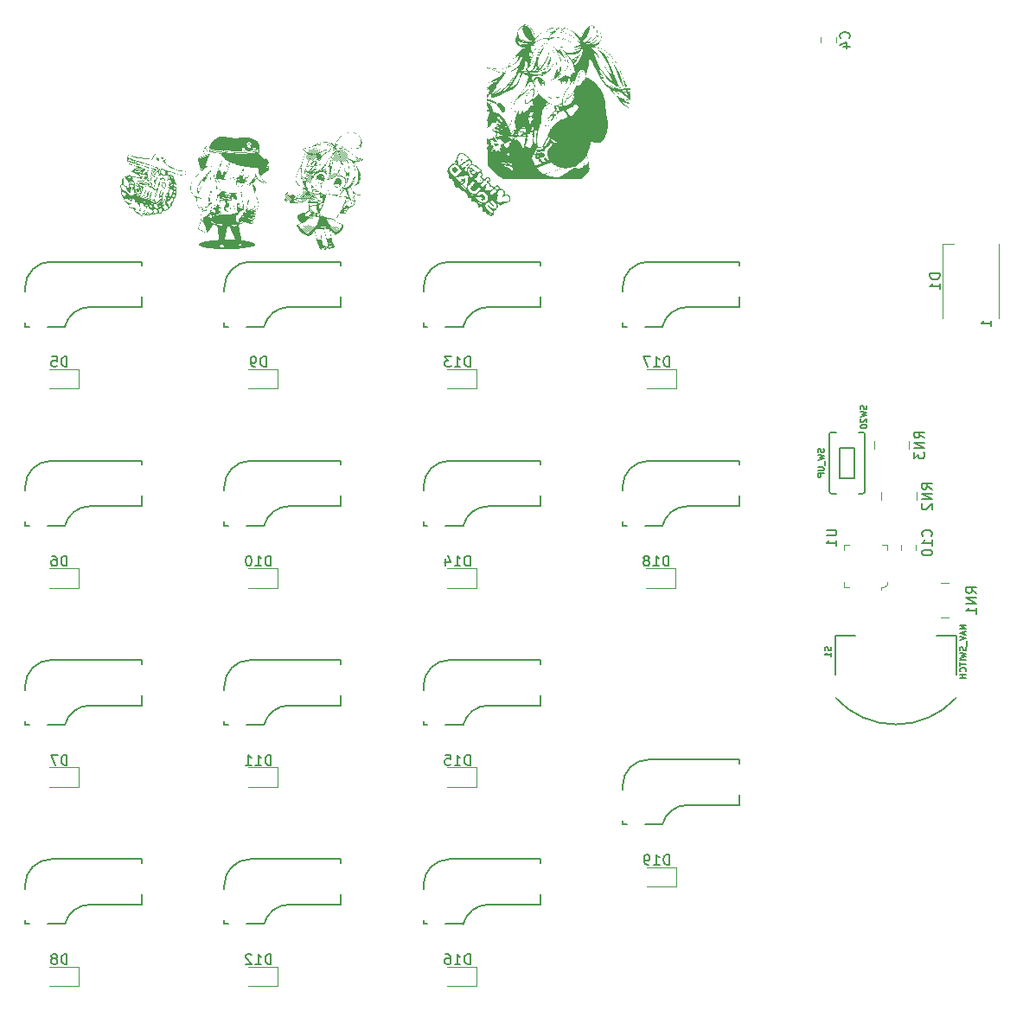
<source format=gbr>
%TF.GenerationSoftware,KiCad,Pcbnew,(6.0.7)*%
%TF.CreationDate,2022-10-16T13:30:07+08:00*%
%TF.ProjectId,numpad-test,6e756d70-6164-42d7-9465-73742e6b6963,rev?*%
%TF.SameCoordinates,Original*%
%TF.FileFunction,Legend,Bot*%
%TF.FilePolarity,Positive*%
%FSLAX46Y46*%
G04 Gerber Fmt 4.6, Leading zero omitted, Abs format (unit mm)*
G04 Created by KiCad (PCBNEW (6.0.7)) date 2022-10-16 13:30:07*
%MOMM*%
%LPD*%
G01*
G04 APERTURE LIST*
%ADD10C,0.127000*%
%ADD11C,0.150000*%
%ADD12C,0.203200*%
%ADD13C,0.120000*%
%ADD14C,0.100000*%
G04 APERTURE END LIST*
D10*
%TO.C,S1*%
X129542742Y-96720542D02*
X129571771Y-96807628D01*
X129571771Y-96952771D01*
X129542742Y-97010828D01*
X129513714Y-97039857D01*
X129455657Y-97068885D01*
X129397600Y-97068885D01*
X129339542Y-97039857D01*
X129310514Y-97010828D01*
X129281485Y-96952771D01*
X129252457Y-96836657D01*
X129223428Y-96778600D01*
X129194400Y-96749571D01*
X129136342Y-96720542D01*
X129078285Y-96720542D01*
X129020228Y-96749571D01*
X128991200Y-96778600D01*
X128962171Y-96836657D01*
X128962171Y-96981800D01*
X128991200Y-97068885D01*
X129571771Y-97649457D02*
X129571771Y-97301114D01*
X129571771Y-97475285D02*
X128962171Y-97475285D01*
X129049257Y-97417228D01*
X129107314Y-97359171D01*
X129136342Y-97301114D01*
X142779771Y-94615971D02*
X142170171Y-94615971D01*
X142779771Y-94964314D01*
X142170171Y-94964314D01*
X142605600Y-95225571D02*
X142605600Y-95515857D01*
X142779771Y-95167514D02*
X142170171Y-95370714D01*
X142779771Y-95573914D01*
X142170171Y-95690028D02*
X142779771Y-95893228D01*
X142170171Y-96096428D01*
X142837828Y-96154485D02*
X142837828Y-96618942D01*
X142750742Y-96735057D02*
X142779771Y-96822142D01*
X142779771Y-96967285D01*
X142750742Y-97025342D01*
X142721714Y-97054371D01*
X142663657Y-97083400D01*
X142605600Y-97083400D01*
X142547542Y-97054371D01*
X142518514Y-97025342D01*
X142489485Y-96967285D01*
X142460457Y-96851171D01*
X142431428Y-96793114D01*
X142402400Y-96764085D01*
X142344342Y-96735057D01*
X142286285Y-96735057D01*
X142228228Y-96764085D01*
X142199200Y-96793114D01*
X142170171Y-96851171D01*
X142170171Y-96996314D01*
X142199200Y-97083400D01*
X142170171Y-97286600D02*
X142779771Y-97431742D01*
X142344342Y-97547857D01*
X142779771Y-97663971D01*
X142170171Y-97809114D01*
X142779771Y-98041342D02*
X142170171Y-98041342D01*
X142170171Y-98244542D02*
X142170171Y-98592885D01*
X142779771Y-98418714D02*
X142170171Y-98418714D01*
X142721714Y-99144428D02*
X142750742Y-99115400D01*
X142779771Y-99028314D01*
X142779771Y-98970257D01*
X142750742Y-98883171D01*
X142692685Y-98825114D01*
X142634628Y-98796085D01*
X142518514Y-98767057D01*
X142431428Y-98767057D01*
X142315314Y-98796085D01*
X142257257Y-98825114D01*
X142199200Y-98883171D01*
X142170171Y-98970257D01*
X142170171Y-99028314D01*
X142199200Y-99115400D01*
X142228228Y-99144428D01*
X142779771Y-99405685D02*
X142170171Y-99405685D01*
X142460457Y-99405685D02*
X142460457Y-99754028D01*
X142779771Y-99754028D02*
X142170171Y-99754028D01*
D11*
%TO.C,D11*%
X74714285Y-108302380D02*
X74714285Y-107302380D01*
X74476190Y-107302380D01*
X74333333Y-107350000D01*
X74238095Y-107445238D01*
X74190476Y-107540476D01*
X74142857Y-107730952D01*
X74142857Y-107873809D01*
X74190476Y-108064285D01*
X74238095Y-108159523D01*
X74333333Y-108254761D01*
X74476190Y-108302380D01*
X74714285Y-108302380D01*
X73190476Y-108302380D02*
X73761904Y-108302380D01*
X73476190Y-108302380D02*
X73476190Y-107302380D01*
X73571428Y-107445238D01*
X73666666Y-107540476D01*
X73761904Y-107588095D01*
X72238095Y-108302380D02*
X72809523Y-108302380D01*
X72523809Y-108302380D02*
X72523809Y-107302380D01*
X72619047Y-107445238D01*
X72714285Y-107540476D01*
X72809523Y-107588095D01*
%TO.C,D19*%
X113714285Y-118052380D02*
X113714285Y-117052380D01*
X113476190Y-117052380D01*
X113333333Y-117100000D01*
X113238095Y-117195238D01*
X113190476Y-117290476D01*
X113142857Y-117480952D01*
X113142857Y-117623809D01*
X113190476Y-117814285D01*
X113238095Y-117909523D01*
X113333333Y-118004761D01*
X113476190Y-118052380D01*
X113714285Y-118052380D01*
X112190476Y-118052380D02*
X112761904Y-118052380D01*
X112476190Y-118052380D02*
X112476190Y-117052380D01*
X112571428Y-117195238D01*
X112666666Y-117290476D01*
X112761904Y-117338095D01*
X111714285Y-118052380D02*
X111523809Y-118052380D01*
X111428571Y-118004761D01*
X111380952Y-117957142D01*
X111285714Y-117814285D01*
X111238095Y-117623809D01*
X111238095Y-117242857D01*
X111285714Y-117147619D01*
X111333333Y-117100000D01*
X111428571Y-117052380D01*
X111619047Y-117052380D01*
X111714285Y-117100000D01*
X111761904Y-117147619D01*
X111809523Y-117242857D01*
X111809523Y-117480952D01*
X111761904Y-117576190D01*
X111714285Y-117623809D01*
X111619047Y-117671428D01*
X111428571Y-117671428D01*
X111333333Y-117623809D01*
X111285714Y-117576190D01*
X111238095Y-117480952D01*
%TO.C,D10*%
X74714285Y-88802380D02*
X74714285Y-87802380D01*
X74476190Y-87802380D01*
X74333333Y-87850000D01*
X74238095Y-87945238D01*
X74190476Y-88040476D01*
X74142857Y-88230952D01*
X74142857Y-88373809D01*
X74190476Y-88564285D01*
X74238095Y-88659523D01*
X74333333Y-88754761D01*
X74476190Y-88802380D01*
X74714285Y-88802380D01*
X73190476Y-88802380D02*
X73761904Y-88802380D01*
X73476190Y-88802380D02*
X73476190Y-87802380D01*
X73571428Y-87945238D01*
X73666666Y-88040476D01*
X73761904Y-88088095D01*
X72571428Y-87802380D02*
X72476190Y-87802380D01*
X72380952Y-87850000D01*
X72333333Y-87897619D01*
X72285714Y-87992857D01*
X72238095Y-88183333D01*
X72238095Y-88421428D01*
X72285714Y-88611904D01*
X72333333Y-88707142D01*
X72380952Y-88754761D01*
X72476190Y-88802380D01*
X72571428Y-88802380D01*
X72666666Y-88754761D01*
X72714285Y-88707142D01*
X72761904Y-88611904D01*
X72809523Y-88421428D01*
X72809523Y-88183333D01*
X72761904Y-87992857D01*
X72714285Y-87897619D01*
X72666666Y-87850000D01*
X72571428Y-87802380D01*
D10*
%TO.C,SW20*%
X133021742Y-73121914D02*
X133050771Y-73209000D01*
X133050771Y-73354142D01*
X133021742Y-73412200D01*
X132992714Y-73441228D01*
X132934657Y-73470257D01*
X132876600Y-73470257D01*
X132818542Y-73441228D01*
X132789514Y-73412200D01*
X132760485Y-73354142D01*
X132731457Y-73238028D01*
X132702428Y-73179971D01*
X132673400Y-73150942D01*
X132615342Y-73121914D01*
X132557285Y-73121914D01*
X132499228Y-73150942D01*
X132470200Y-73179971D01*
X132441171Y-73238028D01*
X132441171Y-73383171D01*
X132470200Y-73470257D01*
X132441171Y-73673457D02*
X133050771Y-73818600D01*
X132615342Y-73934714D01*
X133050771Y-74050828D01*
X132441171Y-74195971D01*
X132499228Y-74399171D02*
X132470200Y-74428200D01*
X132441171Y-74486257D01*
X132441171Y-74631400D01*
X132470200Y-74689457D01*
X132499228Y-74718485D01*
X132557285Y-74747514D01*
X132615342Y-74747514D01*
X132702428Y-74718485D01*
X133050771Y-74370142D01*
X133050771Y-74747514D01*
X132441171Y-75124885D02*
X132441171Y-75182942D01*
X132470200Y-75241000D01*
X132499228Y-75270028D01*
X132557285Y-75299057D01*
X132673400Y-75328085D01*
X132818542Y-75328085D01*
X132934657Y-75299057D01*
X132992714Y-75270028D01*
X133021742Y-75241000D01*
X133050771Y-75182942D01*
X133050771Y-75124885D01*
X133021742Y-75066828D01*
X132992714Y-75037800D01*
X132934657Y-75008771D01*
X132818542Y-74979742D01*
X132673400Y-74979742D01*
X132557285Y-75008771D01*
X132499228Y-75037800D01*
X132470200Y-75066828D01*
X132441171Y-75124885D01*
X128831742Y-77346542D02*
X128860771Y-77433628D01*
X128860771Y-77578771D01*
X128831742Y-77636828D01*
X128802714Y-77665857D01*
X128744657Y-77694885D01*
X128686600Y-77694885D01*
X128628542Y-77665857D01*
X128599514Y-77636828D01*
X128570485Y-77578771D01*
X128541457Y-77462657D01*
X128512428Y-77404600D01*
X128483400Y-77375571D01*
X128425342Y-77346542D01*
X128367285Y-77346542D01*
X128309228Y-77375571D01*
X128280200Y-77404600D01*
X128251171Y-77462657D01*
X128251171Y-77607800D01*
X128280200Y-77694885D01*
X128251171Y-77898085D02*
X128860771Y-78043228D01*
X128425342Y-78159342D01*
X128860771Y-78275457D01*
X128251171Y-78420600D01*
X128918828Y-78507685D02*
X128918828Y-78972142D01*
X128251171Y-79117285D02*
X128744657Y-79117285D01*
X128802714Y-79146314D01*
X128831742Y-79175342D01*
X128860771Y-79233400D01*
X128860771Y-79349514D01*
X128831742Y-79407571D01*
X128802714Y-79436600D01*
X128744657Y-79465628D01*
X128251171Y-79465628D01*
X128860771Y-79755914D02*
X128251171Y-79755914D01*
X128251171Y-79988142D01*
X128280200Y-80046200D01*
X128309228Y-80075228D01*
X128367285Y-80104257D01*
X128454371Y-80104257D01*
X128512428Y-80075228D01*
X128541457Y-80046200D01*
X128570485Y-79988142D01*
X128570485Y-79755914D01*
D11*
%TO.C,D5*%
X54738095Y-69302380D02*
X54738095Y-68302380D01*
X54500000Y-68302380D01*
X54357142Y-68350000D01*
X54261904Y-68445238D01*
X54214285Y-68540476D01*
X54166666Y-68730952D01*
X54166666Y-68873809D01*
X54214285Y-69064285D01*
X54261904Y-69159523D01*
X54357142Y-69254761D01*
X54500000Y-69302380D01*
X54738095Y-69302380D01*
X53261904Y-68302380D02*
X53738095Y-68302380D01*
X53785714Y-68778571D01*
X53738095Y-68730952D01*
X53642857Y-68683333D01*
X53404761Y-68683333D01*
X53309523Y-68730952D01*
X53261904Y-68778571D01*
X53214285Y-68873809D01*
X53214285Y-69111904D01*
X53261904Y-69207142D01*
X53309523Y-69254761D01*
X53404761Y-69302380D01*
X53642857Y-69302380D01*
X53738095Y-69254761D01*
X53785714Y-69207142D01*
%TO.C,D7*%
X54738095Y-108302380D02*
X54738095Y-107302380D01*
X54500000Y-107302380D01*
X54357142Y-107350000D01*
X54261904Y-107445238D01*
X54214285Y-107540476D01*
X54166666Y-107730952D01*
X54166666Y-107873809D01*
X54214285Y-108064285D01*
X54261904Y-108159523D01*
X54357142Y-108254761D01*
X54500000Y-108302380D01*
X54738095Y-108302380D01*
X53833333Y-107302380D02*
X53166666Y-107302380D01*
X53595238Y-108302380D01*
%TO.C,D18*%
X113664285Y-88802380D02*
X113664285Y-87802380D01*
X113426190Y-87802380D01*
X113283333Y-87850000D01*
X113188095Y-87945238D01*
X113140476Y-88040476D01*
X113092857Y-88230952D01*
X113092857Y-88373809D01*
X113140476Y-88564285D01*
X113188095Y-88659523D01*
X113283333Y-88754761D01*
X113426190Y-88802380D01*
X113664285Y-88802380D01*
X112140476Y-88802380D02*
X112711904Y-88802380D01*
X112426190Y-88802380D02*
X112426190Y-87802380D01*
X112521428Y-87945238D01*
X112616666Y-88040476D01*
X112711904Y-88088095D01*
X111569047Y-88230952D02*
X111664285Y-88183333D01*
X111711904Y-88135714D01*
X111759523Y-88040476D01*
X111759523Y-87992857D01*
X111711904Y-87897619D01*
X111664285Y-87850000D01*
X111569047Y-87802380D01*
X111378571Y-87802380D01*
X111283333Y-87850000D01*
X111235714Y-87897619D01*
X111188095Y-87992857D01*
X111188095Y-88040476D01*
X111235714Y-88135714D01*
X111283333Y-88183333D01*
X111378571Y-88230952D01*
X111569047Y-88230952D01*
X111664285Y-88278571D01*
X111711904Y-88326190D01*
X111759523Y-88421428D01*
X111759523Y-88611904D01*
X111711904Y-88707142D01*
X111664285Y-88754761D01*
X111569047Y-88802380D01*
X111378571Y-88802380D01*
X111283333Y-88754761D01*
X111235714Y-88707142D01*
X111188095Y-88611904D01*
X111188095Y-88421428D01*
X111235714Y-88326190D01*
X111283333Y-88278571D01*
X111378571Y-88230952D01*
%TO.C,D13*%
X94214285Y-69302380D02*
X94214285Y-68302380D01*
X93976190Y-68302380D01*
X93833333Y-68350000D01*
X93738095Y-68445238D01*
X93690476Y-68540476D01*
X93642857Y-68730952D01*
X93642857Y-68873809D01*
X93690476Y-69064285D01*
X93738095Y-69159523D01*
X93833333Y-69254761D01*
X93976190Y-69302380D01*
X94214285Y-69302380D01*
X92690476Y-69302380D02*
X93261904Y-69302380D01*
X92976190Y-69302380D02*
X92976190Y-68302380D01*
X93071428Y-68445238D01*
X93166666Y-68540476D01*
X93261904Y-68588095D01*
X92357142Y-68302380D02*
X91738095Y-68302380D01*
X92071428Y-68683333D01*
X91928571Y-68683333D01*
X91833333Y-68730952D01*
X91785714Y-68778571D01*
X91738095Y-68873809D01*
X91738095Y-69111904D01*
X91785714Y-69207142D01*
X91833333Y-69254761D01*
X91928571Y-69302380D01*
X92214285Y-69302380D01*
X92309523Y-69254761D01*
X92357142Y-69207142D01*
%TO.C,U1*%
X129102380Y-85278095D02*
X129911904Y-85278095D01*
X130007142Y-85325714D01*
X130054761Y-85373333D01*
X130102380Y-85468571D01*
X130102380Y-85659047D01*
X130054761Y-85754285D01*
X130007142Y-85801904D01*
X129911904Y-85849523D01*
X129102380Y-85849523D01*
X130102380Y-86849523D02*
X130102380Y-86278095D01*
X130102380Y-86563809D02*
X129102380Y-86563809D01*
X129245238Y-86468571D01*
X129340476Y-86373333D01*
X129388095Y-86278095D01*
%TO.C,D9*%
X74238095Y-69302380D02*
X74238095Y-68302380D01*
X74000000Y-68302380D01*
X73857142Y-68350000D01*
X73761904Y-68445238D01*
X73714285Y-68540476D01*
X73666666Y-68730952D01*
X73666666Y-68873809D01*
X73714285Y-69064285D01*
X73761904Y-69159523D01*
X73857142Y-69254761D01*
X74000000Y-69302380D01*
X74238095Y-69302380D01*
X73190476Y-69302380D02*
X73000000Y-69302380D01*
X72904761Y-69254761D01*
X72857142Y-69207142D01*
X72761904Y-69064285D01*
X72714285Y-68873809D01*
X72714285Y-68492857D01*
X72761904Y-68397619D01*
X72809523Y-68350000D01*
X72904761Y-68302380D01*
X73095238Y-68302380D01*
X73190476Y-68350000D01*
X73238095Y-68397619D01*
X73285714Y-68492857D01*
X73285714Y-68730952D01*
X73238095Y-68826190D01*
X73190476Y-68873809D01*
X73095238Y-68921428D01*
X72904761Y-68921428D01*
X72809523Y-68873809D01*
X72761904Y-68826190D01*
X72714285Y-68730952D01*
%TO.C,D12*%
X74714285Y-127802380D02*
X74714285Y-126802380D01*
X74476190Y-126802380D01*
X74333333Y-126850000D01*
X74238095Y-126945238D01*
X74190476Y-127040476D01*
X74142857Y-127230952D01*
X74142857Y-127373809D01*
X74190476Y-127564285D01*
X74238095Y-127659523D01*
X74333333Y-127754761D01*
X74476190Y-127802380D01*
X74714285Y-127802380D01*
X73190476Y-127802380D02*
X73761904Y-127802380D01*
X73476190Y-127802380D02*
X73476190Y-126802380D01*
X73571428Y-126945238D01*
X73666666Y-127040476D01*
X73761904Y-127088095D01*
X72809523Y-126897619D02*
X72761904Y-126850000D01*
X72666666Y-126802380D01*
X72428571Y-126802380D01*
X72333333Y-126850000D01*
X72285714Y-126897619D01*
X72238095Y-126992857D01*
X72238095Y-127088095D01*
X72285714Y-127230952D01*
X72857142Y-127802380D01*
X72238095Y-127802380D01*
%TO.C,RN3*%
X138702380Y-76284523D02*
X138226190Y-75951190D01*
X138702380Y-75713095D02*
X137702380Y-75713095D01*
X137702380Y-76094047D01*
X137750000Y-76189285D01*
X137797619Y-76236904D01*
X137892857Y-76284523D01*
X138035714Y-76284523D01*
X138130952Y-76236904D01*
X138178571Y-76189285D01*
X138226190Y-76094047D01*
X138226190Y-75713095D01*
X138702380Y-76713095D02*
X137702380Y-76713095D01*
X138702380Y-77284523D01*
X137702380Y-77284523D01*
X137702380Y-77665476D02*
X137702380Y-78284523D01*
X138083333Y-77951190D01*
X138083333Y-78094047D01*
X138130952Y-78189285D01*
X138178571Y-78236904D01*
X138273809Y-78284523D01*
X138511904Y-78284523D01*
X138607142Y-78236904D01*
X138654761Y-78189285D01*
X138702380Y-78094047D01*
X138702380Y-77808333D01*
X138654761Y-77713095D01*
X138607142Y-77665476D01*
%TO.C,D15*%
X94214285Y-108302380D02*
X94214285Y-107302380D01*
X93976190Y-107302380D01*
X93833333Y-107350000D01*
X93738095Y-107445238D01*
X93690476Y-107540476D01*
X93642857Y-107730952D01*
X93642857Y-107873809D01*
X93690476Y-108064285D01*
X93738095Y-108159523D01*
X93833333Y-108254761D01*
X93976190Y-108302380D01*
X94214285Y-108302380D01*
X92690476Y-108302380D02*
X93261904Y-108302380D01*
X92976190Y-108302380D02*
X92976190Y-107302380D01*
X93071428Y-107445238D01*
X93166666Y-107540476D01*
X93261904Y-107588095D01*
X91785714Y-107302380D02*
X92261904Y-107302380D01*
X92309523Y-107778571D01*
X92261904Y-107730952D01*
X92166666Y-107683333D01*
X91928571Y-107683333D01*
X91833333Y-107730952D01*
X91785714Y-107778571D01*
X91738095Y-107873809D01*
X91738095Y-108111904D01*
X91785714Y-108207142D01*
X91833333Y-108254761D01*
X91928571Y-108302380D01*
X92166666Y-108302380D01*
X92261904Y-108254761D01*
X92309523Y-108207142D01*
%TO.C,D8*%
X54738095Y-127802380D02*
X54738095Y-126802380D01*
X54500000Y-126802380D01*
X54357142Y-126850000D01*
X54261904Y-126945238D01*
X54214285Y-127040476D01*
X54166666Y-127230952D01*
X54166666Y-127373809D01*
X54214285Y-127564285D01*
X54261904Y-127659523D01*
X54357142Y-127754761D01*
X54500000Y-127802380D01*
X54738095Y-127802380D01*
X53595238Y-127230952D02*
X53690476Y-127183333D01*
X53738095Y-127135714D01*
X53785714Y-127040476D01*
X53785714Y-126992857D01*
X53738095Y-126897619D01*
X53690476Y-126850000D01*
X53595238Y-126802380D01*
X53404761Y-126802380D01*
X53309523Y-126850000D01*
X53261904Y-126897619D01*
X53214285Y-126992857D01*
X53214285Y-127040476D01*
X53261904Y-127135714D01*
X53309523Y-127183333D01*
X53404761Y-127230952D01*
X53595238Y-127230952D01*
X53690476Y-127278571D01*
X53738095Y-127326190D01*
X53785714Y-127421428D01*
X53785714Y-127611904D01*
X53738095Y-127707142D01*
X53690476Y-127754761D01*
X53595238Y-127802380D01*
X53404761Y-127802380D01*
X53309523Y-127754761D01*
X53261904Y-127707142D01*
X53214285Y-127611904D01*
X53214285Y-127421428D01*
X53261904Y-127326190D01*
X53309523Y-127278571D01*
X53404761Y-127230952D01*
%TO.C,D1*%
X140202380Y-60186904D02*
X139202380Y-60186904D01*
X139202380Y-60425000D01*
X139250000Y-60567857D01*
X139345238Y-60663095D01*
X139440476Y-60710714D01*
X139630952Y-60758333D01*
X139773809Y-60758333D01*
X139964285Y-60710714D01*
X140059523Y-60663095D01*
X140154761Y-60567857D01*
X140202380Y-60425000D01*
X140202380Y-60186904D01*
X140202380Y-61710714D02*
X140202380Y-61139285D01*
X140202380Y-61425000D02*
X139202380Y-61425000D01*
X139345238Y-61329761D01*
X139440476Y-61234523D01*
X139488095Y-61139285D01*
X145252380Y-65360714D02*
X145252380Y-64789285D01*
X145252380Y-65075000D02*
X144252380Y-65075000D01*
X144395238Y-64979761D01*
X144490476Y-64884523D01*
X144538095Y-64789285D01*
%TO.C,RN1*%
X143802380Y-91479523D02*
X143326190Y-91146190D01*
X143802380Y-90908095D02*
X142802380Y-90908095D01*
X142802380Y-91289047D01*
X142850000Y-91384285D01*
X142897619Y-91431904D01*
X142992857Y-91479523D01*
X143135714Y-91479523D01*
X143230952Y-91431904D01*
X143278571Y-91384285D01*
X143326190Y-91289047D01*
X143326190Y-90908095D01*
X143802380Y-91908095D02*
X142802380Y-91908095D01*
X143802380Y-92479523D01*
X142802380Y-92479523D01*
X143802380Y-93479523D02*
X143802380Y-92908095D01*
X143802380Y-93193809D02*
X142802380Y-93193809D01*
X142945238Y-93098571D01*
X143040476Y-93003333D01*
X143088095Y-92908095D01*
%TO.C,RN2*%
X139427380Y-81284523D02*
X138951190Y-80951190D01*
X139427380Y-80713095D02*
X138427380Y-80713095D01*
X138427380Y-81094047D01*
X138475000Y-81189285D01*
X138522619Y-81236904D01*
X138617857Y-81284523D01*
X138760714Y-81284523D01*
X138855952Y-81236904D01*
X138903571Y-81189285D01*
X138951190Y-81094047D01*
X138951190Y-80713095D01*
X139427380Y-81713095D02*
X138427380Y-81713095D01*
X139427380Y-82284523D01*
X138427380Y-82284523D01*
X138522619Y-82713095D02*
X138475000Y-82760714D01*
X138427380Y-82855952D01*
X138427380Y-83094047D01*
X138475000Y-83189285D01*
X138522619Y-83236904D01*
X138617857Y-83284523D01*
X138713095Y-83284523D01*
X138855952Y-83236904D01*
X139427380Y-82665476D01*
X139427380Y-83284523D01*
%TO.C,D6*%
X54738095Y-88802380D02*
X54738095Y-87802380D01*
X54500000Y-87802380D01*
X54357142Y-87850000D01*
X54261904Y-87945238D01*
X54214285Y-88040476D01*
X54166666Y-88230952D01*
X54166666Y-88373809D01*
X54214285Y-88564285D01*
X54261904Y-88659523D01*
X54357142Y-88754761D01*
X54500000Y-88802380D01*
X54738095Y-88802380D01*
X53309523Y-87802380D02*
X53500000Y-87802380D01*
X53595238Y-87850000D01*
X53642857Y-87897619D01*
X53738095Y-88040476D01*
X53785714Y-88230952D01*
X53785714Y-88611904D01*
X53738095Y-88707142D01*
X53690476Y-88754761D01*
X53595238Y-88802380D01*
X53404761Y-88802380D01*
X53309523Y-88754761D01*
X53261904Y-88707142D01*
X53214285Y-88611904D01*
X53214285Y-88373809D01*
X53261904Y-88278571D01*
X53309523Y-88230952D01*
X53404761Y-88183333D01*
X53595238Y-88183333D01*
X53690476Y-88230952D01*
X53738095Y-88278571D01*
X53785714Y-88373809D01*
%TO.C,C10*%
X139357142Y-85882142D02*
X139404761Y-85834523D01*
X139452380Y-85691666D01*
X139452380Y-85596428D01*
X139404761Y-85453571D01*
X139309523Y-85358333D01*
X139214285Y-85310714D01*
X139023809Y-85263095D01*
X138880952Y-85263095D01*
X138690476Y-85310714D01*
X138595238Y-85358333D01*
X138500000Y-85453571D01*
X138452380Y-85596428D01*
X138452380Y-85691666D01*
X138500000Y-85834523D01*
X138547619Y-85882142D01*
X139452380Y-86834523D02*
X139452380Y-86263095D01*
X139452380Y-86548809D02*
X138452380Y-86548809D01*
X138595238Y-86453571D01*
X138690476Y-86358333D01*
X138738095Y-86263095D01*
X138452380Y-87453571D02*
X138452380Y-87548809D01*
X138500000Y-87644047D01*
X138547619Y-87691666D01*
X138642857Y-87739285D01*
X138833333Y-87786904D01*
X139071428Y-87786904D01*
X139261904Y-87739285D01*
X139357142Y-87691666D01*
X139404761Y-87644047D01*
X139452380Y-87548809D01*
X139452380Y-87453571D01*
X139404761Y-87358333D01*
X139357142Y-87310714D01*
X139261904Y-87263095D01*
X139071428Y-87215476D01*
X138833333Y-87215476D01*
X138642857Y-87263095D01*
X138547619Y-87310714D01*
X138500000Y-87358333D01*
X138452380Y-87453571D01*
%TO.C,D17*%
X113714285Y-69302380D02*
X113714285Y-68302380D01*
X113476190Y-68302380D01*
X113333333Y-68350000D01*
X113238095Y-68445238D01*
X113190476Y-68540476D01*
X113142857Y-68730952D01*
X113142857Y-68873809D01*
X113190476Y-69064285D01*
X113238095Y-69159523D01*
X113333333Y-69254761D01*
X113476190Y-69302380D01*
X113714285Y-69302380D01*
X112190476Y-69302380D02*
X112761904Y-69302380D01*
X112476190Y-69302380D02*
X112476190Y-68302380D01*
X112571428Y-68445238D01*
X112666666Y-68540476D01*
X112761904Y-68588095D01*
X111857142Y-68302380D02*
X111190476Y-68302380D01*
X111619047Y-69302380D01*
%TO.C,D14*%
X94214285Y-88802380D02*
X94214285Y-87802380D01*
X93976190Y-87802380D01*
X93833333Y-87850000D01*
X93738095Y-87945238D01*
X93690476Y-88040476D01*
X93642857Y-88230952D01*
X93642857Y-88373809D01*
X93690476Y-88564285D01*
X93738095Y-88659523D01*
X93833333Y-88754761D01*
X93976190Y-88802380D01*
X94214285Y-88802380D01*
X92690476Y-88802380D02*
X93261904Y-88802380D01*
X92976190Y-88802380D02*
X92976190Y-87802380D01*
X93071428Y-87945238D01*
X93166666Y-88040476D01*
X93261904Y-88088095D01*
X91833333Y-88135714D02*
X91833333Y-88802380D01*
X92071428Y-87754761D02*
X92309523Y-88469047D01*
X91690476Y-88469047D01*
%TO.C,D16*%
X94214285Y-127802380D02*
X94214285Y-126802380D01*
X93976190Y-126802380D01*
X93833333Y-126850000D01*
X93738095Y-126945238D01*
X93690476Y-127040476D01*
X93642857Y-127230952D01*
X93642857Y-127373809D01*
X93690476Y-127564285D01*
X93738095Y-127659523D01*
X93833333Y-127754761D01*
X93976190Y-127802380D01*
X94214285Y-127802380D01*
X92690476Y-127802380D02*
X93261904Y-127802380D01*
X92976190Y-127802380D02*
X92976190Y-126802380D01*
X93071428Y-126945238D01*
X93166666Y-127040476D01*
X93261904Y-127088095D01*
X91833333Y-126802380D02*
X92023809Y-126802380D01*
X92119047Y-126850000D01*
X92166666Y-126897619D01*
X92261904Y-127040476D01*
X92309523Y-127230952D01*
X92309523Y-127611904D01*
X92261904Y-127707142D01*
X92214285Y-127754761D01*
X92119047Y-127802380D01*
X91928571Y-127802380D01*
X91833333Y-127754761D01*
X91785714Y-127707142D01*
X91738095Y-127611904D01*
X91738095Y-127373809D01*
X91785714Y-127278571D01*
X91833333Y-127230952D01*
X91928571Y-127183333D01*
X92119047Y-127183333D01*
X92214285Y-127230952D01*
X92261904Y-127278571D01*
X92309523Y-127373809D01*
%TO.C,C4*%
X131323142Y-37149833D02*
X131370761Y-37102214D01*
X131418380Y-36959357D01*
X131418380Y-36864119D01*
X131370761Y-36721261D01*
X131275523Y-36626023D01*
X131180285Y-36578404D01*
X130989809Y-36530785D01*
X130846952Y-36530785D01*
X130656476Y-36578404D01*
X130561238Y-36626023D01*
X130466000Y-36721261D01*
X130418380Y-36864119D01*
X130418380Y-36959357D01*
X130466000Y-37102214D01*
X130513619Y-37149833D01*
X130751714Y-38006976D02*
X131418380Y-38006976D01*
X130370761Y-37768880D02*
X131085047Y-37530785D01*
X131085047Y-38149833D01*
%TO.C,G\u002A\u002A\u002A*%
G36*
X61102490Y-51139350D02*
G01*
X61122019Y-51124831D01*
X61090670Y-51062069D01*
X61052504Y-50989967D01*
X61090670Y-50907505D01*
X61134302Y-50866097D01*
X61212901Y-50831012D01*
X61233803Y-50838938D01*
X61199085Y-50877333D01*
X61186857Y-50886425D01*
X61153801Y-50966256D01*
X61186661Y-51049421D01*
X61269377Y-51087829D01*
X61311554Y-51101712D01*
X61349845Y-51177991D01*
X61355345Y-51348399D01*
X61375393Y-51622302D01*
X61406239Y-51852546D01*
X61444916Y-52019341D01*
X61488461Y-52102900D01*
X61499856Y-52113136D01*
X61535985Y-52195537D01*
X61537305Y-52198548D01*
X61519839Y-52284911D01*
X61454748Y-52324340D01*
X61431475Y-52320553D01*
X61364786Y-52249927D01*
X61351517Y-52195537D01*
X61451319Y-52195537D01*
X61477079Y-52221298D01*
X61502840Y-52195537D01*
X61477079Y-52169776D01*
X61451319Y-52195537D01*
X61351517Y-52195537D01*
X61329763Y-52106370D01*
X61332738Y-51911311D01*
X61334076Y-51899220D01*
X61340015Y-51746595D01*
X61305761Y-51642020D01*
X61216018Y-51536357D01*
X61158302Y-51482123D01*
X61078852Y-51434210D01*
X61031172Y-51459619D01*
X61009335Y-51485991D01*
X60988416Y-51471663D01*
X60996618Y-51435827D01*
X61052029Y-51350739D01*
X61059518Y-51342839D01*
X61083650Y-51299553D01*
X61018910Y-51301794D01*
X61018337Y-51301899D01*
X60893892Y-51365131D01*
X60849236Y-51488099D01*
X60887816Y-51661352D01*
X60960117Y-51834888D01*
X60993537Y-51680324D01*
X61000166Y-51652215D01*
X61016610Y-51621193D01*
X61027137Y-51682497D01*
X61033053Y-51841460D01*
X61033260Y-51855532D01*
X61014854Y-52076310D01*
X60959939Y-52217916D01*
X60876857Y-52274394D01*
X60773947Y-52239788D01*
X60659552Y-52108144D01*
X60618260Y-52028275D01*
X60570921Y-51890739D01*
X60541487Y-51752465D01*
X60536238Y-51645787D01*
X60561453Y-51603042D01*
X60609977Y-51636015D01*
X60666704Y-51729312D01*
X60704376Y-51837805D01*
X60702238Y-51915441D01*
X60696582Y-51934943D01*
X60740225Y-51936811D01*
X60758693Y-51924308D01*
X60789877Y-51833037D01*
X60789349Y-51652545D01*
X60787599Y-51537044D01*
X60823230Y-51357247D01*
X60904519Y-51256969D01*
X61023193Y-51243342D01*
X61170985Y-51323496D01*
X61220035Y-51369248D01*
X61198632Y-51367057D01*
X61156475Y-51352791D01*
X61165806Y-51393486D01*
X61194159Y-51423540D01*
X61246701Y-51416628D01*
X61280257Y-51349940D01*
X61273788Y-51251196D01*
X61246604Y-51194995D01*
X61180740Y-51165347D01*
X61049704Y-51175877D01*
X61025809Y-51179828D01*
X60887244Y-51213432D01*
X60799193Y-51251891D01*
X60789251Y-51258325D01*
X60735329Y-51239677D01*
X60681775Y-51123515D01*
X60653076Y-51054811D01*
X60647021Y-51044895D01*
X60781542Y-51044895D01*
X60782472Y-51053261D01*
X60830022Y-51087829D01*
X60873034Y-51075530D01*
X60914267Y-51019568D01*
X60892611Y-50963987D01*
X60884917Y-50959861D01*
X60815151Y-50970229D01*
X60781542Y-51044895D01*
X60647021Y-51044895D01*
X60575197Y-50927277D01*
X60482355Y-50815981D01*
X60444642Y-50785010D01*
X60730021Y-50785010D01*
X60730273Y-50790195D01*
X60771112Y-50828023D01*
X60852510Y-50815224D01*
X60932299Y-50757528D01*
X60963798Y-50704905D01*
X60936351Y-50650050D01*
X60933982Y-50648679D01*
X60853914Y-50652643D01*
X60769305Y-50708960D01*
X60730021Y-50785010D01*
X60444642Y-50785010D01*
X60396429Y-50745417D01*
X60339297Y-50740080D01*
X60323103Y-50784582D01*
X60300715Y-50907679D01*
X60281143Y-51075758D01*
X60280657Y-51081160D01*
X60272108Y-51277781D01*
X60293260Y-51414114D01*
X60350061Y-51529291D01*
X60446653Y-51677628D01*
X60319267Y-51588814D01*
X60276273Y-51561148D01*
X60141802Y-51506820D01*
X60045577Y-51516522D01*
X60008915Y-51590162D01*
X60025274Y-51682819D01*
X60114511Y-51850251D01*
X60259490Y-52006046D01*
X60435147Y-52119103D01*
X60491913Y-52146958D01*
X60632410Y-52237847D01*
X60720710Y-52326700D01*
X60773892Y-52392410D01*
X60819874Y-52406224D01*
X60821325Y-52404984D01*
X60831245Y-52409070D01*
X60869228Y-52424715D01*
X60938207Y-52507868D01*
X60972237Y-52556186D01*
X60983557Y-52572259D01*
X61027349Y-52601946D01*
X61058442Y-52554459D01*
X61087546Y-52511953D01*
X61168386Y-52497702D01*
X61207436Y-52505943D01*
X61245233Y-52478904D01*
X61250698Y-52460826D01*
X61309635Y-52446317D01*
X61334251Y-52451033D01*
X61335396Y-52440406D01*
X61291864Y-52389063D01*
X61327625Y-52352033D01*
X61419937Y-52353294D01*
X61507198Y-52360055D01*
X61577542Y-52328515D01*
X61591377Y-52310770D01*
X61666753Y-52272819D01*
X61690850Y-52284700D01*
X61659458Y-52347626D01*
X61629000Y-52388704D01*
X61604555Y-52456645D01*
X61629954Y-52519566D01*
X61715096Y-52583944D01*
X61765960Y-52607707D01*
X61869881Y-52656258D01*
X61877908Y-52659229D01*
X62017107Y-52710750D01*
X62104208Y-52742988D01*
X62162217Y-52762271D01*
X62317210Y-52813793D01*
X62427976Y-52850613D01*
X62589047Y-52904112D01*
X62769635Y-52968357D01*
X62862084Y-53001246D01*
X63100040Y-53093794D01*
X63101200Y-53094302D01*
X63281733Y-53173336D01*
X63385983Y-53231451D01*
X63497871Y-53310467D01*
X63598131Y-53344400D01*
X63684793Y-53300658D01*
X63726375Y-53251724D01*
X63872820Y-53251724D01*
X63874317Y-53264039D01*
X63924341Y-53303245D01*
X63936656Y-53301748D01*
X63975862Y-53251724D01*
X63974365Y-53239409D01*
X63924341Y-53200202D01*
X63912026Y-53201700D01*
X63872820Y-53251724D01*
X63726375Y-53251724D01*
X63792045Y-53174442D01*
X63830775Y-53125473D01*
X63915255Y-53031722D01*
X63965604Y-52994826D01*
X63991837Y-53019569D01*
X64037539Y-53118206D01*
X64082155Y-53251724D01*
X64085562Y-53261921D01*
X64126521Y-53418007D01*
X64150875Y-53552892D01*
X64151030Y-53553753D01*
X64149703Y-53636451D01*
X64142338Y-53677806D01*
X64176435Y-53715415D01*
X64177173Y-53715428D01*
X64191093Y-53731541D01*
X64216958Y-53761481D01*
X64233469Y-53869979D01*
X64244125Y-53942942D01*
X64251173Y-53991204D01*
X64303404Y-54018250D01*
X64387562Y-53947829D01*
X64431389Y-53909648D01*
X64497277Y-53899573D01*
X64525858Y-53902499D01*
X64574278Y-53847369D01*
X64587989Y-53784830D01*
X64576963Y-53659464D01*
X64531241Y-53553786D01*
X64464333Y-53509330D01*
X64461572Y-53509278D01*
X64417480Y-53481254D01*
X64394688Y-53388860D01*
X64388922Y-53229694D01*
X64504788Y-53229694D01*
X64510520Y-53282065D01*
X64590854Y-53303245D01*
X64608795Y-53304166D01*
X64676635Y-53346160D01*
X64706776Y-53466721D01*
X64730287Y-53579971D01*
X64780536Y-53647410D01*
X64837410Y-53631693D01*
X64883962Y-53540253D01*
X64903246Y-53380527D01*
X64914745Y-53249084D01*
X64960876Y-53146169D01*
X65036313Y-53131686D01*
X65070164Y-53135100D01*
X65100692Y-53083880D01*
X65109331Y-52948108D01*
X65108059Y-52852854D01*
X65092814Y-52761852D01*
X65046303Y-52746575D01*
X64961664Y-52785157D01*
X64951380Y-52789845D01*
X64874645Y-52858687D01*
X64856361Y-52946949D01*
X64876177Y-52968357D01*
X64916126Y-53011517D01*
X64924318Y-53030609D01*
X64850308Y-53041571D01*
X64769127Y-53052923D01*
X64650699Y-53098372D01*
X64557050Y-53162879D01*
X64504788Y-53229694D01*
X64388922Y-53229694D01*
X64388320Y-53213083D01*
X64390116Y-53124071D01*
X64404106Y-52968357D01*
X64542597Y-52968357D01*
X64568357Y-52994117D01*
X64594118Y-52968357D01*
X64568357Y-52942596D01*
X64542597Y-52968357D01*
X64404106Y-52968357D01*
X64410538Y-52896769D01*
X64438161Y-52762271D01*
X64645639Y-52762271D01*
X64647135Y-52782803D01*
X64689666Y-52837948D01*
X64764455Y-52806606D01*
X64777509Y-52785157D01*
X64761397Y-52719079D01*
X64694120Y-52684989D01*
X64671846Y-52693685D01*
X64645639Y-52762271D01*
X64438161Y-52762271D01*
X64449379Y-52707653D01*
X64501187Y-52578334D01*
X64534413Y-52551503D01*
X64765516Y-52551503D01*
X64803115Y-52614172D01*
X64871679Y-52625404D01*
X64944472Y-52549614D01*
X65059429Y-52549614D01*
X65097262Y-52617048D01*
X65188232Y-52700275D01*
X65191139Y-52702391D01*
X65278481Y-52760348D01*
X65310535Y-52746182D01*
X65314627Y-52648754D01*
X65313252Y-52603531D01*
X65284395Y-52457958D01*
X65223832Y-52394977D01*
X65139018Y-52424124D01*
X65093844Y-52471866D01*
X65059429Y-52549614D01*
X64944472Y-52549614D01*
X64948686Y-52545226D01*
X65025879Y-52379104D01*
X65059446Y-52276125D01*
X65084534Y-52140873D01*
X65177771Y-52140873D01*
X65194154Y-52229213D01*
X65216169Y-52255647D01*
X65299344Y-52299309D01*
X65381378Y-52297841D01*
X65418459Y-52247642D01*
X65405514Y-52201316D01*
X65338993Y-52116443D01*
X65315917Y-52100443D01*
X65229756Y-52089075D01*
X65177771Y-52140873D01*
X65084534Y-52140873D01*
X65097611Y-52070375D01*
X65075422Y-51932332D01*
X64993408Y-51870278D01*
X64989879Y-51869638D01*
X64922559Y-51887004D01*
X64903246Y-51983926D01*
X64902912Y-51996256D01*
X64875841Y-52137587D01*
X64818654Y-52292149D01*
X64806877Y-52318366D01*
X64765789Y-52453793D01*
X64765516Y-52551503D01*
X64534413Y-52551503D01*
X64560513Y-52530426D01*
X64563372Y-52530167D01*
X64619042Y-52482005D01*
X64693763Y-52373102D01*
X64769485Y-52235927D01*
X64828156Y-52102948D01*
X64851724Y-52006634D01*
X64839950Y-51967900D01*
X64773284Y-51891933D01*
X64736808Y-51852492D01*
X64734895Y-51835025D01*
X65222961Y-51835025D01*
X65269268Y-51916581D01*
X65306574Y-51937550D01*
X65379818Y-51962902D01*
X65388465Y-51962233D01*
X65418346Y-51918640D01*
X65400208Y-51836717D01*
X65341786Y-51758112D01*
X65339952Y-51756596D01*
X65272980Y-51724236D01*
X65249179Y-51757606D01*
X65231236Y-51782764D01*
X65222961Y-51835025D01*
X64734895Y-51835025D01*
X64729947Y-51789853D01*
X64738352Y-51757606D01*
X64954767Y-51757606D01*
X64956264Y-51769921D01*
X65006288Y-51809127D01*
X65018603Y-51807630D01*
X65057810Y-51757606D01*
X65056312Y-51745291D01*
X65006288Y-51706085D01*
X64993973Y-51707582D01*
X64954767Y-51757606D01*
X64738352Y-51757606D01*
X64758209Y-51681425D01*
X64803008Y-51561368D01*
X64903246Y-51561368D01*
X64911227Y-51611859D01*
X64952954Y-51654563D01*
X64975903Y-51649412D01*
X65040336Y-51582082D01*
X65079949Y-51472802D01*
X65079826Y-51470143D01*
X65172355Y-51470143D01*
X65172504Y-51472802D01*
X65178155Y-51573818D01*
X65179714Y-51577460D01*
X65241020Y-51627341D01*
X65339027Y-51653284D01*
X65429943Y-51649708D01*
X65469980Y-51611027D01*
X65443005Y-51557471D01*
X65365720Y-51473137D01*
X65328694Y-51445194D01*
X65232297Y-51422028D01*
X65172355Y-51470143D01*
X65079826Y-51470143D01*
X65075099Y-51367700D01*
X65059343Y-51330127D01*
X65027648Y-51309792D01*
X64972242Y-51373815D01*
X64932854Y-51444472D01*
X64903246Y-51561368D01*
X64803008Y-51561368D01*
X64824805Y-51502955D01*
X64894577Y-51318684D01*
X64922703Y-51225976D01*
X65156165Y-51225976D01*
X65198738Y-51289070D01*
X65281770Y-51297333D01*
X65314882Y-51284691D01*
X65348245Y-51251223D01*
X65293405Y-51193984D01*
X65237783Y-51158402D01*
X65180813Y-51153737D01*
X65156165Y-51225976D01*
X64922703Y-51225976D01*
X64939700Y-51169950D01*
X64942491Y-51084507D01*
X64902794Y-51045558D01*
X64820452Y-51036308D01*
X64782637Y-51035323D01*
X64715542Y-51012667D01*
X64720714Y-50972151D01*
X65079587Y-50972151D01*
X65122376Y-51036968D01*
X65199493Y-51050050D01*
X65223377Y-51038778D01*
X65263895Y-50986005D01*
X65225969Y-50934539D01*
X65147703Y-50906921D01*
X65088620Y-50925095D01*
X65079587Y-50972151D01*
X64720714Y-50972151D01*
X64724034Y-50946146D01*
X64749412Y-50876211D01*
X64787074Y-50740060D01*
X64790197Y-50719463D01*
X64981318Y-50719463D01*
X64984969Y-50785888D01*
X65044865Y-50824106D01*
X65122534Y-50824045D01*
X65160852Y-50784214D01*
X65133844Y-50738388D01*
X65055756Y-50701433D01*
X64986965Y-50712156D01*
X64981318Y-50719463D01*
X64790197Y-50719463D01*
X64793251Y-50699318D01*
X64781319Y-50657639D01*
X64730765Y-50630693D01*
X64625485Y-50614752D01*
X64449374Y-50606086D01*
X64186325Y-50600966D01*
X64055675Y-50580386D01*
X64026615Y-50555226D01*
X64855134Y-50555226D01*
X64863931Y-50608391D01*
X64926962Y-50639336D01*
X65005275Y-50624764D01*
X65015025Y-50618610D01*
X65049903Y-50578404D01*
X64989742Y-50543262D01*
X64935265Y-50529663D01*
X64865817Y-50541349D01*
X64855134Y-50555226D01*
X64026615Y-50555226D01*
X63987193Y-50521095D01*
X63966061Y-50475478D01*
X63887957Y-50383177D01*
X63846028Y-50335305D01*
X63840867Y-50259382D01*
X63844781Y-50245740D01*
X63956967Y-50245740D01*
X63995160Y-50371821D01*
X64099498Y-50481665D01*
X64128495Y-50497983D01*
X64231244Y-50518351D01*
X64298727Y-50482454D01*
X64323573Y-50387024D01*
X64324513Y-50356141D01*
X64357663Y-50356141D01*
X64439554Y-50366531D01*
X64464352Y-50366155D01*
X64526740Y-50350846D01*
X64501380Y-50304705D01*
X64447838Y-50269408D01*
X64377728Y-50304705D01*
X64365894Y-50317292D01*
X64357663Y-50356141D01*
X64324513Y-50356141D01*
X64327772Y-50249093D01*
X64310231Y-50121236D01*
X64273607Y-50049278D01*
X64144300Y-50005868D01*
X64041032Y-50039182D01*
X63975422Y-50127000D01*
X63956967Y-50245740D01*
X63844781Y-50245740D01*
X63879261Y-50125571D01*
X63893980Y-50082892D01*
X63935798Y-49966025D01*
X63958302Y-49910070D01*
X63973903Y-49911501D01*
X64070994Y-49936037D01*
X64244799Y-49985566D01*
X64481348Y-50055966D01*
X64766671Y-50143119D01*
X65086800Y-50242903D01*
X65268107Y-50300365D01*
X65564139Y-50396183D01*
X65813896Y-50479590D01*
X66004330Y-50546098D01*
X66122393Y-50591217D01*
X66155038Y-50610457D01*
X66147610Y-50611066D01*
X66062108Y-50595531D01*
X65902911Y-50554889D01*
X65689629Y-50494396D01*
X65441870Y-50419308D01*
X65386167Y-50402022D01*
X65139016Y-50327594D01*
X64926865Y-50267233D01*
X64770750Y-50226753D01*
X64691706Y-50211967D01*
X64634300Y-50230467D01*
X64621750Y-50249093D01*
X64579598Y-50311655D01*
X64577636Y-50350846D01*
X64574267Y-50418144D01*
X64627800Y-50506218D01*
X64694840Y-50539116D01*
X64811346Y-50515131D01*
X64882444Y-50489225D01*
X64982354Y-50488906D01*
X65006306Y-50501649D01*
X65079265Y-50578404D01*
X65103018Y-50603393D01*
X65209408Y-50776857D01*
X65212834Y-50784214D01*
X65306808Y-50986005D01*
X65313361Y-51000077D01*
X65402760Y-51251086D01*
X65402799Y-51251223D01*
X65444375Y-51398340D01*
X65473526Y-51545705D01*
X65478086Y-51611027D01*
X65484239Y-51699185D01*
X65478486Y-51890835D01*
X65476336Y-51918640D01*
X65464604Y-52070375D01*
X65458238Y-52152708D01*
X65456825Y-52168801D01*
X65448599Y-52247642D01*
X65428980Y-52435677D01*
X65398242Y-52619813D01*
X65389153Y-52648754D01*
X65360332Y-52740522D01*
X65310968Y-52817113D01*
X65244686Y-52904253D01*
X65226762Y-52948108D01*
X65212373Y-52983312D01*
X65211154Y-52994503D01*
X65176667Y-53087110D01*
X65109523Y-53211837D01*
X65095387Y-53235798D01*
X65032237Y-53366494D01*
X65006481Y-53462581D01*
X64996698Y-53497520D01*
X64922930Y-53599061D01*
X64797249Y-53723317D01*
X64644129Y-53850707D01*
X64488046Y-53961651D01*
X64353473Y-54036569D01*
X64264886Y-54055879D01*
X64245968Y-54052202D01*
X64142809Y-54079146D01*
X64023465Y-54192511D01*
X64011510Y-54206752D01*
X63920516Y-54300840D01*
X63848247Y-54326425D01*
X63758245Y-54298007D01*
X63704320Y-54277006D01*
X63602806Y-54274467D01*
X63480879Y-54337518D01*
X63480414Y-54337823D01*
X63315181Y-54407259D01*
X63125761Y-54434412D01*
X63005249Y-54438330D01*
X62798587Y-54454351D01*
X62584787Y-54478683D01*
X62417886Y-54501641D01*
X62284697Y-54520669D01*
X62224138Y-54530272D01*
X62221996Y-54530209D01*
X62248014Y-54496668D01*
X62327181Y-54422105D01*
X62447250Y-54303217D01*
X62567799Y-54164400D01*
X62585302Y-54142952D01*
X62662270Y-54072162D01*
X62708268Y-54067453D01*
X62700910Y-54122725D01*
X62635094Y-54205967D01*
X62616325Y-54223836D01*
X62544807Y-54327409D01*
X62547800Y-54405715D01*
X62626159Y-54436714D01*
X62654227Y-54432852D01*
X62763353Y-54386769D01*
X62884234Y-54311590D01*
X63151522Y-54311590D01*
X63157049Y-54349064D01*
X63212542Y-54381606D01*
X63322401Y-54335843D01*
X63480112Y-54213716D01*
X63588900Y-54107916D01*
X63629732Y-54036972D01*
X63605394Y-53989312D01*
X63574669Y-53967985D01*
X63459060Y-53919965D01*
X63404106Y-53912874D01*
X63683019Y-53912874D01*
X63705375Y-53954791D01*
X63749940Y-54015388D01*
X63753615Y-54036972D01*
X63769777Y-54131879D01*
X63771092Y-54171196D01*
X63799794Y-54265495D01*
X63860888Y-54263670D01*
X63947550Y-54164471D01*
X63989470Y-54091657D01*
X64037898Y-53942942D01*
X64024694Y-53830761D01*
X63949728Y-53778039D01*
X63913988Y-53777052D01*
X63815524Y-53803608D01*
X63729134Y-53855681D01*
X63683019Y-53912874D01*
X63404106Y-53912874D01*
X63342170Y-53904882D01*
X63249499Y-53919951D01*
X63206543Y-53962383D01*
X63238802Y-54029390D01*
X63271118Y-54088171D01*
X63225491Y-54164019D01*
X63185445Y-54215864D01*
X63151522Y-54311590D01*
X62884234Y-54311590D01*
X62894539Y-54305181D01*
X63019522Y-54209056D01*
X63110042Y-54119362D01*
X63137838Y-54057069D01*
X63135466Y-54051388D01*
X63071003Y-53990195D01*
X62955258Y-53925083D01*
X62914388Y-53905351D01*
X62817483Y-53825619D01*
X62790872Y-53712043D01*
X62788622Y-53682618D01*
X62740325Y-53566919D01*
X62650865Y-53475161D01*
X62549189Y-53430153D01*
X62464245Y-53454700D01*
X62462609Y-53456355D01*
X62445020Y-53507040D01*
X62521274Y-53542787D01*
X62576218Y-53557085D01*
X62624597Y-53582045D01*
X62616953Y-53634841D01*
X62559344Y-53748167D01*
X62550929Y-53764054D01*
X62498020Y-53842825D01*
X62474638Y-53824038D01*
X62478386Y-53706456D01*
X62462585Y-53648865D01*
X62368396Y-53602190D01*
X62296168Y-53574993D01*
X62264558Y-53515652D01*
X62264989Y-53513602D01*
X62255371Y-53370148D01*
X62179153Y-53269425D01*
X62063401Y-53231191D01*
X61935179Y-53275202D01*
X61930311Y-53278857D01*
X61873589Y-53363889D01*
X61879975Y-53501599D01*
X61882271Y-53513632D01*
X61890831Y-53620151D01*
X61872116Y-53663894D01*
X61843967Y-53641137D01*
X61787555Y-53550646D01*
X61726453Y-53424151D01*
X61677467Y-53297463D01*
X61659071Y-53213958D01*
X62661099Y-53213958D01*
X62689447Y-53251724D01*
X62712388Y-53243018D01*
X62716404Y-53232804D01*
X62796697Y-53232804D01*
X62802885Y-53410135D01*
X62832473Y-53585389D01*
X62888318Y-53725357D01*
X62959509Y-53786615D01*
X63037807Y-53757000D01*
X63070062Y-53715415D01*
X63151522Y-53715415D01*
X63160241Y-53739117D01*
X63228803Y-53766937D01*
X63264355Y-53761124D01*
X63306085Y-53715415D01*
X63297366Y-53691714D01*
X63228803Y-53663894D01*
X63193252Y-53669707D01*
X63151522Y-53715415D01*
X63070062Y-53715415D01*
X63080545Y-53701900D01*
X63087350Y-53598915D01*
X62996958Y-53483570D01*
X62930958Y-53395623D01*
X62911711Y-53330090D01*
X63022216Y-53330090D01*
X63067469Y-53400669D01*
X63140402Y-53431662D01*
X63160625Y-53409826D01*
X63279202Y-53409826D01*
X63283946Y-53517715D01*
X63324868Y-53598915D01*
X63357632Y-53663929D01*
X63395588Y-53713041D01*
X63398390Y-53715415D01*
X63508299Y-53808540D01*
X63595606Y-53813023D01*
X63642734Y-53731541D01*
X63634905Y-53569148D01*
X63623478Y-53535091D01*
X63767056Y-53535091D01*
X63777685Y-53563770D01*
X63850271Y-53604413D01*
X63898186Y-53604200D01*
X63913101Y-53552892D01*
X63869057Y-53498322D01*
X63802931Y-53487212D01*
X63767056Y-53535091D01*
X63623478Y-53535091D01*
X63612544Y-53502503D01*
X63534609Y-53400592D01*
X63434230Y-53342735D01*
X63339673Y-53341593D01*
X63295210Y-53391763D01*
X63279202Y-53409826D01*
X63160625Y-53409826D01*
X63177354Y-53391763D01*
X63150267Y-53301216D01*
X63111288Y-53259850D01*
X63048441Y-53282675D01*
X63022216Y-53330090D01*
X62911711Y-53330090D01*
X62893915Y-53269499D01*
X62880493Y-53192467D01*
X62835839Y-53148681D01*
X62821663Y-53153436D01*
X62815055Y-53174442D01*
X62796697Y-53232804D01*
X62716404Y-53232804D01*
X62739351Y-53174442D01*
X62737113Y-53139231D01*
X62719103Y-53097160D01*
X62705767Y-53106652D01*
X62669198Y-53174442D01*
X62661099Y-53213958D01*
X61659071Y-53213958D01*
X61657404Y-53206392D01*
X61654302Y-53190523D01*
X61599969Y-53160501D01*
X61512952Y-53173689D01*
X61439227Y-53225963D01*
X61412664Y-53223435D01*
X61401650Y-53149271D01*
X62198742Y-53149271D01*
X62214856Y-53168259D01*
X62305733Y-53199054D01*
X62395876Y-53165855D01*
X62429537Y-53094302D01*
X62417002Y-53025901D01*
X62365822Y-53009144D01*
X62341759Y-53023596D01*
X62341581Y-53024112D01*
X62316407Y-53097040D01*
X62312563Y-53130165D01*
X62249330Y-53129831D01*
X62207134Y-53120215D01*
X62198742Y-53149271D01*
X61401650Y-53149271D01*
X61400586Y-53142109D01*
X61400327Y-53131061D01*
X61366606Y-53013289D01*
X61886948Y-53013289D01*
X61912509Y-53069853D01*
X61934811Y-53078468D01*
X61966532Y-53045639D01*
X61972191Y-53024116D01*
X62023193Y-53023055D01*
X62052635Y-53024112D01*
X62029492Y-52968357D01*
X62224138Y-52968357D01*
X62249899Y-52994117D01*
X62275659Y-52968357D01*
X62249899Y-52942596D01*
X62224138Y-52968357D01*
X62029492Y-52968357D01*
X62021380Y-52948813D01*
X61976773Y-52879398D01*
X61930371Y-52839553D01*
X61923426Y-52840593D01*
X61931737Y-52873454D01*
X61941436Y-52898512D01*
X61913484Y-52968357D01*
X61912062Y-52971910D01*
X61886948Y-53013289D01*
X61366606Y-53013289D01*
X61361910Y-52996888D01*
X61332220Y-52968357D01*
X61605883Y-52968357D01*
X61631643Y-52994117D01*
X61657404Y-52968357D01*
X61631643Y-52942596D01*
X61605883Y-52968357D01*
X61332220Y-52968357D01*
X61276161Y-52914485D01*
X61168608Y-52909454D01*
X61116373Y-52965541D01*
X61090670Y-53081264D01*
X61090670Y-53223167D01*
X60941037Y-53059340D01*
X60777973Y-52922718D01*
X60601593Y-52850151D01*
X60444547Y-52858993D01*
X60408877Y-52884374D01*
X60409383Y-52953628D01*
X60475494Y-53041901D01*
X60588741Y-53135095D01*
X60730656Y-53219114D01*
X60882770Y-53279863D01*
X61026614Y-53303245D01*
X61095925Y-53312822D01*
X61167952Y-53354766D01*
X61169356Y-53357295D01*
X61143727Y-53392595D01*
X61038802Y-53406288D01*
X60902466Y-53420626D01*
X60778155Y-53459622D01*
X60762689Y-53467656D01*
X60695272Y-53483805D01*
X60678499Y-53424733D01*
X60674637Y-53402572D01*
X60617273Y-53305226D01*
X60513077Y-53198410D01*
X60503812Y-53190526D01*
X60389110Y-53058857D01*
X60342081Y-52932963D01*
X60334902Y-52890807D01*
X60304009Y-52815637D01*
X60886921Y-52815637D01*
X60915857Y-52912621D01*
X60922614Y-52928012D01*
X60988628Y-52986329D01*
X61058322Y-52965263D01*
X61090670Y-52873901D01*
X61089646Y-52865314D01*
X61348276Y-52865314D01*
X61374037Y-52891075D01*
X61399797Y-52865314D01*
X61374037Y-52839553D01*
X61348276Y-52865314D01*
X61089646Y-52865314D01*
X61088945Y-52859436D01*
X61056769Y-52856280D01*
X61028853Y-52865481D01*
X60953726Y-52832798D01*
X60927085Y-52813793D01*
X61142191Y-52813793D01*
X61167952Y-52839553D01*
X61193712Y-52813793D01*
X61178393Y-52798473D01*
X61513435Y-52798473D01*
X61514423Y-52813793D01*
X61517747Y-52865314D01*
X61520240Y-52903955D01*
X61538130Y-52912695D01*
X61546226Y-52839553D01*
X61543616Y-52813793D01*
X61708925Y-52813793D01*
X61734686Y-52839553D01*
X61760446Y-52813793D01*
X61734686Y-52788032D01*
X61708925Y-52813793D01*
X61543616Y-52813793D01*
X61539045Y-52768679D01*
X61520240Y-52775152D01*
X61513435Y-52798473D01*
X61178393Y-52798473D01*
X61167952Y-52788032D01*
X61142191Y-52813793D01*
X60927085Y-52813793D01*
X60910618Y-52802046D01*
X60886921Y-52815637D01*
X60304009Y-52815637D01*
X60284916Y-52769181D01*
X60996740Y-52769181D01*
X61039148Y-52788032D01*
X61066424Y-52784314D01*
X61071514Y-52762271D01*
X61245233Y-52762271D01*
X61270994Y-52788032D01*
X61296755Y-52762271D01*
X61270994Y-52736511D01*
X61253819Y-52753685D01*
X61245233Y-52762271D01*
X61071514Y-52762271D01*
X61073496Y-52753685D01*
X61065944Y-52747518D01*
X61004801Y-52753685D01*
X60996740Y-52769181D01*
X60284916Y-52769181D01*
X60279217Y-52755314D01*
X60251056Y-52710750D01*
X60575457Y-52710750D01*
X60601217Y-52736511D01*
X60626978Y-52710750D01*
X60601217Y-52684989D01*
X60575457Y-52710750D01*
X60251056Y-52710750D01*
X60222865Y-52666139D01*
X60790655Y-52666139D01*
X60833063Y-52684989D01*
X60860338Y-52681271D01*
X60865428Y-52659229D01*
X61245233Y-52659229D01*
X61270994Y-52684989D01*
X61296755Y-52659229D01*
X61270994Y-52633468D01*
X61245233Y-52659229D01*
X60865428Y-52659229D01*
X60867411Y-52650642D01*
X60859859Y-52644476D01*
X60798716Y-52650642D01*
X60790655Y-52666139D01*
X60222865Y-52666139D01*
X60187803Y-52610656D01*
X60148098Y-52555426D01*
X60059459Y-52372498D01*
X60025770Y-52151053D01*
X60024281Y-52126864D01*
X60113603Y-52126864D01*
X60115763Y-52236208D01*
X60143056Y-52361802D01*
X60191689Y-52467042D01*
X60262970Y-52550155D01*
X60364441Y-52630829D01*
X60401217Y-52648536D01*
X60440590Y-52641305D01*
X60437699Y-52607707D01*
X60523935Y-52607707D01*
X60549696Y-52633468D01*
X60575457Y-52607707D01*
X61090670Y-52607707D01*
X61116430Y-52633468D01*
X61142191Y-52607707D01*
X61116430Y-52581947D01*
X61090670Y-52607707D01*
X60575457Y-52607707D01*
X60549696Y-52581947D01*
X60523935Y-52607707D01*
X60437699Y-52607707D01*
X60433267Y-52556186D01*
X60626978Y-52556186D01*
X60652739Y-52581947D01*
X60678499Y-52556186D01*
X60652739Y-52530426D01*
X60626978Y-52556186D01*
X60433267Y-52556186D01*
X60433074Y-52553946D01*
X60430276Y-52538203D01*
X60436190Y-52450709D01*
X60505049Y-52426616D01*
X60508110Y-52426566D01*
X60543810Y-52409070D01*
X60508309Y-52353126D01*
X60395132Y-52248226D01*
X60314784Y-52181290D01*
X60208263Y-52100857D01*
X60150406Y-52068668D01*
X60140369Y-52070374D01*
X60113603Y-52126864D01*
X60024281Y-52126864D01*
X60020955Y-52072812D01*
X60002032Y-51864414D01*
X59978744Y-51689432D01*
X59965646Y-51582032D01*
X59983523Y-51485903D01*
X60054166Y-51416023D01*
X60136483Y-51316293D01*
X60164046Y-51149309D01*
X60165740Y-51090489D01*
X60207806Y-50877166D01*
X60304229Y-50746063D01*
X60452281Y-50701419D01*
X60581719Y-50677527D01*
X60698597Y-50611257D01*
X60752024Y-50564992D01*
X60869476Y-50525200D01*
X60979494Y-50585092D01*
X61038948Y-50616802D01*
X61178544Y-50659476D01*
X61358748Y-50699629D01*
X61390338Y-50704905D01*
X61545168Y-50730764D01*
X61703412Y-50746380D01*
X61799087Y-50739977D01*
X61834207Y-50721435D01*
X61862463Y-50653315D01*
X61809045Y-50571168D01*
X61683165Y-50494501D01*
X61668668Y-50488341D01*
X61489461Y-50410919D01*
X61309635Y-50331574D01*
X61269743Y-50314597D01*
X61135450Y-50269556D01*
X61046858Y-50257738D01*
X61017157Y-50258067D01*
X61011834Y-50218023D01*
X61051416Y-50166858D01*
X61253752Y-50166858D01*
X61281483Y-50243544D01*
X61374037Y-50298645D01*
X61388323Y-50300046D01*
X61437046Y-50300882D01*
X61386917Y-50282513D01*
X61379651Y-50280088D01*
X61311363Y-50210583D01*
X61306483Y-50156411D01*
X61348276Y-50156411D01*
X61387215Y-50193220D01*
X61489960Y-50224594D01*
X61602597Y-50249633D01*
X61730257Y-50290718D01*
X61791491Y-50308753D01*
X61794720Y-50277263D01*
X61791815Y-50270702D01*
X61822860Y-50214936D01*
X61927952Y-50156936D01*
X62095335Y-50091867D01*
X61811968Y-50056844D01*
X61720385Y-50048090D01*
X61524893Y-50051541D01*
X61395239Y-50088854D01*
X61348276Y-50156411D01*
X61306483Y-50156411D01*
X61302162Y-50108447D01*
X61357920Y-50025683D01*
X61361069Y-50023969D01*
X61447391Y-50005136D01*
X61602762Y-49990819D01*
X61795859Y-49984001D01*
X61849413Y-49983746D01*
X62045862Y-49992336D01*
X62149703Y-50020187D01*
X62168744Y-50071416D01*
X62153689Y-50091867D01*
X62110791Y-50150142D01*
X62080753Y-50188289D01*
X62105279Y-50211967D01*
X62144876Y-50195272D01*
X62200712Y-50109023D01*
X62224138Y-49985509D01*
X62224079Y-49984302D01*
X62174433Y-49954146D01*
X62050912Y-49934251D01*
X61881224Y-49924570D01*
X61693077Y-49925057D01*
X61514179Y-49935664D01*
X61372238Y-49956347D01*
X61294963Y-49987059D01*
X61262858Y-50048252D01*
X61253752Y-50166858D01*
X61051416Y-50166858D01*
X61079274Y-50130848D01*
X61212893Y-50006501D01*
X61229568Y-49992825D01*
X61369654Y-49902037D01*
X61498523Y-49850812D01*
X61574853Y-49828267D01*
X61617652Y-49780066D01*
X61564810Y-49723824D01*
X61419621Y-49667209D01*
X61374979Y-49653286D01*
X61286220Y-49613364D01*
X61274077Y-49583985D01*
X61279741Y-49582485D01*
X61360916Y-49594242D01*
X61515539Y-49634216D01*
X61723960Y-49696934D01*
X61966532Y-49776919D01*
X62040595Y-49802652D01*
X62249946Y-49879767D01*
X62401687Y-49942605D01*
X62482372Y-49985261D01*
X62482315Y-49985509D01*
X62478553Y-50001827D01*
X62446154Y-50006511D01*
X62329760Y-50067367D01*
X62221909Y-50173518D01*
X62149830Y-50293278D01*
X62140750Y-50394958D01*
X62159124Y-50426193D01*
X62229121Y-50440928D01*
X62322889Y-50373866D01*
X62426111Y-50233127D01*
X62489014Y-50136827D01*
X62556183Y-50082897D01*
X62658684Y-50061326D01*
X62830352Y-50057403D01*
X62961674Y-50063097D01*
X63110232Y-50085553D01*
X63192739Y-50119229D01*
X63244761Y-50153894D01*
X63314943Y-50120675D01*
X63333158Y-50082517D01*
X63289210Y-50030840D01*
X63158854Y-49963381D01*
X63123315Y-49947259D01*
X63014810Y-49889685D01*
X62985578Y-49846622D01*
X63021194Y-49801062D01*
X63029986Y-49793860D01*
X63086483Y-49763459D01*
X63100000Y-49813515D01*
X63147879Y-49879407D01*
X63278517Y-49924862D01*
X63385383Y-49949884D01*
X63471883Y-50000778D01*
X63465498Y-50080849D01*
X63371757Y-50206826D01*
X63297606Y-50286955D01*
X63210510Y-50354952D01*
X63164784Y-50338127D01*
X63151522Y-50237728D01*
X63149636Y-50195463D01*
X63114188Y-50125993D01*
X63009838Y-50109492D01*
X62976867Y-50110021D01*
X62806381Y-50122976D01*
X62646530Y-50148658D01*
X62528067Y-50180987D01*
X62481745Y-50213885D01*
X62508095Y-50234288D01*
X62597668Y-50232333D01*
X62659559Y-50225414D01*
X62654077Y-50239820D01*
X62644552Y-50245608D01*
X62619745Y-50312624D01*
X62644912Y-50451161D01*
X62650279Y-50471646D01*
X62673038Y-50610521D01*
X62667401Y-50706103D01*
X62659726Y-50741154D01*
X62685705Y-50778701D01*
X62720347Y-50808305D01*
X62786616Y-50909435D01*
X62863793Y-51057569D01*
X62927970Y-51181682D01*
X63004758Y-51302645D01*
X63059716Y-51357768D01*
X63069741Y-51361637D01*
X63097785Y-51405740D01*
X63063823Y-51503952D01*
X63020670Y-51573088D01*
X63000445Y-51564539D01*
X63000274Y-51562503D01*
X62975516Y-51482224D01*
X62917860Y-51340396D01*
X62839189Y-51166357D01*
X62750918Y-50990525D01*
X62675027Y-50879401D01*
X62591864Y-50814794D01*
X62478540Y-50771654D01*
X62389218Y-50739976D01*
X62293223Y-50672324D01*
X62298631Y-50593552D01*
X62404463Y-50500072D01*
X62408779Y-50497266D01*
X62496847Y-50451833D01*
X62533266Y-50455993D01*
X62504230Y-50500823D01*
X62418156Y-50568196D01*
X62350786Y-50612847D01*
X62336868Y-50646976D01*
X62405275Y-50680011D01*
X62442507Y-50694030D01*
X62563488Y-50722710D01*
X62613871Y-50688649D01*
X62607226Y-50585497D01*
X62600783Y-50556190D01*
X62563438Y-50406933D01*
X62526669Y-50345307D01*
X62472846Y-50359677D01*
X62384340Y-50438411D01*
X62339404Y-50479056D01*
X62223412Y-50547315D01*
X62107345Y-50545266D01*
X62037759Y-50522590D01*
X61999384Y-50470710D01*
X62019306Y-50362163D01*
X62040615Y-50252479D01*
X62011723Y-50216606D01*
X61922390Y-50257837D01*
X61885200Y-50291772D01*
X61910350Y-50337890D01*
X61959462Y-50386952D01*
X61937757Y-50420898D01*
X61862770Y-50425691D01*
X61760081Y-50392103D01*
X61758247Y-50391157D01*
X61634249Y-50337845D01*
X61544039Y-50316690D01*
X61538089Y-50326761D01*
X61598357Y-50366681D01*
X61721805Y-50426301D01*
X61867049Y-50499746D01*
X61945320Y-50571835D01*
X61966532Y-50658083D01*
X61952796Y-50739695D01*
X61881930Y-50807091D01*
X61740746Y-50822721D01*
X61518109Y-50789857D01*
X61381361Y-50764894D01*
X61216335Y-50757023D01*
X61109593Y-50795230D01*
X61037902Y-50884073D01*
X61036163Y-50887399D01*
X61012017Y-50998598D01*
X61017506Y-51019568D01*
X61037766Y-51096969D01*
X61102490Y-51139350D01*
G37*
G36*
X60904720Y-53639104D02*
G01*
X60913122Y-53642538D01*
X61092601Y-53694124D01*
X61269339Y-53715415D01*
X61279461Y-53715490D01*
X61405348Y-53734203D01*
X61455261Y-53779817D01*
X61459003Y-53819452D01*
X61476499Y-53934626D01*
X61477914Y-53980960D01*
X61446796Y-53995987D01*
X61430761Y-53989308D01*
X61399797Y-54020521D01*
X61438969Y-54066614D01*
X61541481Y-54107381D01*
X61562161Y-54113211D01*
X61700448Y-54180473D01*
X61837728Y-54281903D01*
X61861185Y-54302944D01*
X61989577Y-54407793D01*
X62095335Y-54479884D01*
X62148829Y-54517511D01*
X62141166Y-54538189D01*
X62114944Y-54532443D01*
X62014512Y-54484602D01*
X61883613Y-54403802D01*
X61831249Y-54369574D01*
X61675862Y-54279567D01*
X61549924Y-54221361D01*
X61548393Y-54220819D01*
X61433586Y-54141050D01*
X61343785Y-54015884D01*
X61300109Y-53940459D01*
X61193854Y-53847808D01*
X61016789Y-53773274D01*
X60923094Y-53738558D01*
X60799361Y-53677295D01*
X60742332Y-53626223D01*
X60740397Y-53605068D01*
X60784466Y-53596781D01*
X60904720Y-53639104D01*
G37*
G36*
X62400611Y-54249515D02*
G01*
X62345069Y-54342370D01*
X62247700Y-54420407D01*
X62142625Y-54420342D01*
X62010880Y-54332836D01*
X61889250Y-54228958D01*
X62030724Y-54289489D01*
X62078270Y-54308219D01*
X62178431Y-54319830D01*
X62266751Y-54264451D01*
X62298523Y-54238610D01*
X62378315Y-54208183D01*
X62400611Y-54249515D01*
G37*
G36*
X62868141Y-54183128D02*
G01*
X62872665Y-54221163D01*
X62817147Y-54279611D01*
X62721199Y-54334016D01*
X62709616Y-54338683D01*
X62611751Y-54375005D01*
X62592288Y-54366471D01*
X62635838Y-54308478D01*
X62679602Y-54270258D01*
X62745189Y-54259997D01*
X62760494Y-54266288D01*
X62790872Y-54233669D01*
X62792994Y-54218627D01*
X62845434Y-54179107D01*
X62868141Y-54183128D01*
G37*
G36*
X62297335Y-54080110D02*
G01*
X62301420Y-54127586D01*
X62290845Y-54143004D01*
X62246858Y-54179107D01*
X62241716Y-54177768D01*
X62224138Y-54127586D01*
X62226235Y-54113464D01*
X62278700Y-54076064D01*
X62297335Y-54080110D01*
G37*
G36*
X61923479Y-53935654D02*
G01*
X61966532Y-54000595D01*
X61966261Y-54012088D01*
X61942726Y-54053278D01*
X61863489Y-54024543D01*
X61799886Y-53985364D01*
X61760446Y-53945449D01*
X61779634Y-53931573D01*
X61863489Y-53921501D01*
X61923479Y-53935654D01*
G37*
G36*
X61605883Y-54050304D02*
G01*
X61580122Y-54076064D01*
X61554361Y-54050304D01*
X61580122Y-54024543D01*
X61605883Y-54050304D01*
G37*
G36*
X62455619Y-53973612D02*
G01*
X62445525Y-53987124D01*
X62375661Y-54024543D01*
X62346768Y-54021823D01*
X62334619Y-53994939D01*
X62407139Y-53953364D01*
X62447326Y-53944335D01*
X62455619Y-53973612D01*
G37*
G36*
X62027820Y-53824080D02*
G01*
X62069574Y-53868362D01*
X62058634Y-53889682D01*
X61992292Y-53888611D01*
X61955298Y-53871928D01*
X61915010Y-53838706D01*
X61923552Y-53829481D01*
X61992292Y-53818458D01*
X62027820Y-53824080D01*
G37*
G36*
X61708925Y-53689655D02*
G01*
X61683165Y-53715415D01*
X61657404Y-53689655D01*
X61683165Y-53663894D01*
X61708925Y-53689655D01*
G37*
G36*
X61325493Y-53563170D02*
G01*
X61374037Y-53612373D01*
X61383633Y-53630614D01*
X61380118Y-53663894D01*
X61371060Y-53661576D01*
X61322515Y-53612373D01*
X61312919Y-53594132D01*
X61316434Y-53560852D01*
X61325493Y-53563170D01*
G37*
G36*
X61381431Y-53431138D02*
G01*
X61422246Y-53494228D01*
X61425913Y-53504002D01*
X61436723Y-53555628D01*
X61393404Y-53523069D01*
X61364005Y-53485187D01*
X61358226Y-53430685D01*
X61381431Y-53431138D01*
G37*
G36*
X63584470Y-52181514D02*
G01*
X63486688Y-52468160D01*
X63425693Y-52648615D01*
X63377044Y-52823441D01*
X63364734Y-52942746D01*
X63387200Y-53029329D01*
X63442874Y-53105983D01*
X63537316Y-53183524D01*
X63630857Y-53180989D01*
X63715221Y-53077070D01*
X63782164Y-52986636D01*
X63900324Y-52890142D01*
X63982115Y-52821736D01*
X64051724Y-52698067D01*
X64063348Y-52640361D01*
X64064034Y-52559565D01*
X64040939Y-52548587D01*
X64004621Y-52624023D01*
X63985530Y-52662986D01*
X63931677Y-52710750D01*
X63905069Y-52734349D01*
X63809142Y-52762099D01*
X63739701Y-52729528D01*
X63736871Y-52710750D01*
X63769777Y-52710750D01*
X63795538Y-52736511D01*
X63821298Y-52710750D01*
X63795538Y-52684989D01*
X63769777Y-52710750D01*
X63736871Y-52710750D01*
X63734141Y-52692633D01*
X63749710Y-52581853D01*
X63786984Y-52430976D01*
X63837044Y-52268116D01*
X63890969Y-52121383D01*
X63939840Y-52018893D01*
X63974737Y-51988757D01*
X63984775Y-52033157D01*
X63966742Y-52150382D01*
X63920617Y-52309404D01*
X63892508Y-52396357D01*
X63855408Y-52566619D01*
X63871064Y-52652321D01*
X63897170Y-52655458D01*
X63953079Y-52598684D01*
X64012493Y-52492260D01*
X64059680Y-52366509D01*
X64078905Y-52251754D01*
X64083018Y-52218382D01*
X64126327Y-52146549D01*
X64135514Y-52148486D01*
X64150600Y-52219197D01*
X64154173Y-52372530D01*
X64145622Y-52594320D01*
X64137303Y-52771239D01*
X64138451Y-52982484D01*
X64158970Y-53139374D01*
X64201242Y-53270896D01*
X64220898Y-53318737D01*
X64266086Y-53439070D01*
X64283352Y-53502742D01*
X64283253Y-53504386D01*
X64263746Y-53519035D01*
X64222148Y-53463619D01*
X64171644Y-53364039D01*
X64125420Y-53246199D01*
X64096662Y-53136002D01*
X64090636Y-53101635D01*
X64059083Y-52978335D01*
X64026672Y-52916395D01*
X64017829Y-52913004D01*
X63942325Y-52936424D01*
X63841917Y-53010173D01*
X63748024Y-53107473D01*
X63692069Y-53201546D01*
X63678465Y-53238839D01*
X63630872Y-53294256D01*
X63553407Y-53276670D01*
X63425961Y-53184817D01*
X63381694Y-53156528D01*
X63235772Y-53087407D01*
X63021810Y-53001647D01*
X62759705Y-52907018D01*
X62469352Y-52811288D01*
X62274294Y-52748274D01*
X62029221Y-52663774D01*
X61833918Y-52590014D01*
X61704703Y-52533258D01*
X61657892Y-52499770D01*
X61689805Y-52433518D01*
X61773327Y-52345206D01*
X61889250Y-52247058D01*
X61790816Y-52363297D01*
X61727586Y-52451112D01*
X61713534Y-52499464D01*
X61749002Y-52514756D01*
X61863520Y-52554340D01*
X62032325Y-52609136D01*
X62230327Y-52671381D01*
X62432436Y-52733310D01*
X62613563Y-52787158D01*
X62748615Y-52825160D01*
X62812504Y-52839553D01*
X62821765Y-52837609D01*
X62820784Y-52794748D01*
X62819471Y-52792165D01*
X62821994Y-52716593D01*
X62853421Y-52584612D01*
X62903004Y-52427505D01*
X62959995Y-52276555D01*
X63013646Y-52163044D01*
X63053209Y-52118255D01*
X63059948Y-52118190D01*
X63085320Y-52120591D01*
X63093413Y-52141976D01*
X63080403Y-52202037D01*
X63042465Y-52320469D01*
X62975775Y-52516965D01*
X62851550Y-52882202D01*
X62970989Y-52912179D01*
X63055656Y-52935375D01*
X63167116Y-52971585D01*
X63200550Y-52970609D01*
X63250084Y-52916146D01*
X63309347Y-52787835D01*
X63385544Y-52572514D01*
X63411643Y-52493734D01*
X63475349Y-52302490D01*
X63524799Y-52155517D01*
X63550999Y-52079614D01*
X63545672Y-52039647D01*
X63468169Y-52015213D01*
X63380486Y-51993552D01*
X63269451Y-51918563D01*
X63151023Y-51829338D01*
X62990761Y-51762869D01*
X62850104Y-51750951D01*
X62820903Y-51751199D01*
X62812211Y-51713240D01*
X62808915Y-51674220D01*
X62737946Y-51628357D01*
X62673510Y-51591658D01*
X62660358Y-51505392D01*
X62664197Y-51489642D01*
X62647644Y-51434679D01*
X62628351Y-51422718D01*
X62739351Y-51422718D01*
X62765112Y-51448478D01*
X62790872Y-51422718D01*
X62765112Y-51396957D01*
X62739351Y-51422718D01*
X62628351Y-51422718D01*
X62566193Y-51384183D01*
X62401813Y-51325616D01*
X62350544Y-51308885D01*
X62198629Y-51243997D01*
X62146238Y-51180319D01*
X62191194Y-51108363D01*
X62331317Y-51018643D01*
X62507505Y-50922752D01*
X62378702Y-51029906D01*
X62374990Y-51032979D01*
X62270897Y-51108208D01*
X62198378Y-51142389D01*
X62192715Y-51153756D01*
X62245253Y-51189516D01*
X62338295Y-51234626D01*
X62439258Y-51273759D01*
X62515562Y-51291591D01*
X62545822Y-51278200D01*
X62561598Y-51203752D01*
X62557901Y-51163048D01*
X62570199Y-51177991D01*
X62582403Y-51201436D01*
X62652967Y-51243182D01*
X62675981Y-51253382D01*
X62636309Y-51297473D01*
X62620798Y-51308461D01*
X62594949Y-51338749D01*
X62662069Y-51333845D01*
X62728030Y-51329879D01*
X62816452Y-51358775D01*
X62838179Y-51416852D01*
X62832496Y-51422718D01*
X62775687Y-51481360D01*
X62728015Y-51513571D01*
X62731372Y-51544275D01*
X62806371Y-51580808D01*
X62966792Y-51634190D01*
X63098740Y-51680811D01*
X63241914Y-51758082D01*
X63310323Y-51846035D01*
X63319118Y-51867155D01*
X63391772Y-51951998D01*
X63476357Y-51939946D01*
X63516433Y-51885374D01*
X63574700Y-51885374D01*
X63580866Y-51946518D01*
X63596362Y-51954578D01*
X63615213Y-51912170D01*
X63611495Y-51884895D01*
X63580866Y-51877822D01*
X63574700Y-51885374D01*
X63516433Y-51885374D01*
X63555641Y-51831983D01*
X63610688Y-51748621D01*
X63662689Y-51729345D01*
X63682968Y-51764280D01*
X63679451Y-51842834D01*
X63663088Y-51912170D01*
X63647672Y-51977492D01*
X63584470Y-52181514D01*
G37*
G36*
X64326467Y-52968357D02*
G01*
X64326538Y-52980558D01*
X64319630Y-53061212D01*
X64302717Y-53059499D01*
X64293265Y-53017165D01*
X64300808Y-52904936D01*
X64303357Y-52896077D01*
X64319038Y-52888449D01*
X64326467Y-52968357D01*
G37*
G36*
X63203043Y-52839553D02*
G01*
X63199325Y-52866829D01*
X63168695Y-52873901D01*
X63162529Y-52866350D01*
X63168695Y-52805206D01*
X63184192Y-52797145D01*
X63203043Y-52839553D01*
G37*
G36*
X64751812Y-51963745D02*
G01*
X64787208Y-51970876D01*
X64792090Y-52005788D01*
X64763055Y-52090773D01*
X64696704Y-52248124D01*
X64657437Y-52332885D01*
X64583694Y-52442218D01*
X64518274Y-52460825D01*
X64496928Y-52456055D01*
X64445042Y-52494449D01*
X64407327Y-52622932D01*
X64398569Y-52664667D01*
X64371181Y-52747672D01*
X64349767Y-52749840D01*
X64346351Y-52664803D01*
X64370826Y-52552698D01*
X64411371Y-52446257D01*
X64455839Y-52377260D01*
X64492082Y-52377491D01*
X64508753Y-52392995D01*
X64561804Y-52362092D01*
X64638409Y-52235471D01*
X64668038Y-52173192D01*
X64710161Y-52056640D01*
X64712127Y-51995831D01*
X64704402Y-51983408D01*
X64740095Y-51963691D01*
X64751812Y-51963745D01*
G37*
G36*
X63254564Y-52684989D02*
G01*
X63250846Y-52712265D01*
X63220217Y-52719337D01*
X63214050Y-52711786D01*
X63220217Y-52650642D01*
X63235713Y-52642582D01*
X63254564Y-52684989D01*
G37*
G36*
X62771136Y-52059793D02*
G01*
X62794608Y-52082332D01*
X62795179Y-52133438D01*
X62770316Y-52236400D01*
X62717490Y-52414503D01*
X62690083Y-52499503D01*
X62630119Y-52649098D01*
X62579628Y-52729910D01*
X62546159Y-52732230D01*
X62537259Y-52646348D01*
X62541513Y-52609247D01*
X62571125Y-52485306D01*
X62618907Y-52336854D01*
X62673399Y-52194832D01*
X62723143Y-52090185D01*
X62756679Y-52053854D01*
X62771136Y-52059793D01*
G37*
G36*
X62496605Y-51964362D02*
G01*
X62522923Y-51982747D01*
X62525053Y-52037475D01*
X62499732Y-52143482D01*
X62443702Y-52315701D01*
X62353699Y-52569067D01*
X62341056Y-52592679D01*
X62271764Y-52633468D01*
X62248652Y-52627029D01*
X62236882Y-52569067D01*
X62252895Y-52523395D01*
X62295696Y-52396706D01*
X62349578Y-52234178D01*
X62389996Y-52123847D01*
X62445143Y-52008453D01*
X62485885Y-51963691D01*
X62496605Y-51964362D01*
G37*
G36*
X63306085Y-52530426D02*
G01*
X63302367Y-52557701D01*
X63271738Y-52564773D01*
X63265572Y-52557222D01*
X63271738Y-52496078D01*
X63287235Y-52488018D01*
X63306085Y-52530426D01*
G37*
G36*
X61656635Y-51379863D02*
G01*
X61756613Y-51413855D01*
X61835904Y-51465055D01*
X61882212Y-51522217D01*
X61880049Y-51553088D01*
X61873425Y-51565337D01*
X61928930Y-51607751D01*
X62003927Y-51632636D01*
X62135016Y-51628570D01*
X62136580Y-51628132D01*
X62205420Y-51615790D01*
X62181177Y-51644019D01*
X62144047Y-51689002D01*
X62201966Y-51726093D01*
X62220162Y-51733348D01*
X62263118Y-51768830D01*
X62214303Y-51823425D01*
X62175882Y-51876893D01*
X62118851Y-52010949D01*
X62069362Y-52182657D01*
X62034814Y-52313959D01*
X61991877Y-52433008D01*
X61958303Y-52478904D01*
X61934746Y-52467945D01*
X61915597Y-52400335D01*
X61930109Y-52314478D01*
X61974470Y-52261586D01*
X61984348Y-52255685D01*
X62021987Y-52178558D01*
X62040651Y-52048229D01*
X62042351Y-52019211D01*
X62068015Y-51888507D01*
X62111997Y-51814751D01*
X62124269Y-51803561D01*
X62098605Y-51756530D01*
X61971724Y-51694324D01*
X61918506Y-51674946D01*
X61797519Y-51643750D01*
X61733582Y-51647081D01*
X61725793Y-51654125D01*
X61629259Y-51679614D01*
X61542270Y-51630527D01*
X61506620Y-51557987D01*
X61514381Y-51515674D01*
X61564666Y-51541217D01*
X61643605Y-51592883D01*
X61725388Y-51592028D01*
X61760446Y-51525760D01*
X61742282Y-51481480D01*
X61660445Y-51448478D01*
X61601744Y-51441908D01*
X61535617Y-51408310D01*
X61529907Y-51389069D01*
X61569793Y-51369471D01*
X61656635Y-51379863D01*
G37*
G36*
X63432666Y-52118732D02*
G01*
X63431211Y-52168581D01*
X63400491Y-52275449D01*
X63395857Y-52288458D01*
X63353461Y-52383896D01*
X63324448Y-52411398D01*
X63324443Y-52411393D01*
X63325435Y-52354814D01*
X63355084Y-52255245D01*
X63396036Y-52160466D01*
X63430933Y-52118255D01*
X63432666Y-52118732D01*
G37*
G36*
X61721805Y-51876809D02*
G01*
X61778622Y-51960004D01*
X61811527Y-52088377D01*
X61777620Y-52186950D01*
X61746800Y-52210829D01*
X61678105Y-52206894D01*
X61583591Y-52122089D01*
X61531073Y-52036494D01*
X61515334Y-51928884D01*
X61528242Y-51887868D01*
X61555916Y-51888111D01*
X61605402Y-51976572D01*
X61619916Y-52004969D01*
X61687766Y-52097765D01*
X61739721Y-52110776D01*
X61760446Y-52037933D01*
X61751964Y-51999106D01*
X61700965Y-51994372D01*
X61671292Y-52006986D01*
X61679640Y-51969395D01*
X61691701Y-51937232D01*
X61674720Y-51843083D01*
X61670597Y-51826222D01*
X61721805Y-51876809D01*
G37*
G36*
X61898247Y-51726525D02*
G01*
X61899848Y-51727045D01*
X61963499Y-51784462D01*
X61986956Y-51910057D01*
X61972972Y-52118255D01*
X61970644Y-52131429D01*
X61934375Y-52172194D01*
X61887026Y-52143667D01*
X61863489Y-52063347D01*
X61853925Y-51986024D01*
X61807793Y-51852849D01*
X61775038Y-51770841D01*
X61797398Y-51715331D01*
X61898247Y-51726525D01*
G37*
G36*
X63306085Y-52040973D02*
G01*
X63280325Y-52066734D01*
X63254564Y-52040973D01*
X63280325Y-52015213D01*
X63306085Y-52040973D01*
G37*
G36*
X61258888Y-51638948D02*
G01*
X61290445Y-51724444D01*
X61293291Y-51855284D01*
X61265482Y-51985238D01*
X61256157Y-52007173D01*
X61204343Y-52064524D01*
X61160604Y-52031050D01*
X61142191Y-51916384D01*
X61142368Y-51896600D01*
X61159180Y-51739809D01*
X61197879Y-51644812D01*
X61250632Y-51632139D01*
X61258888Y-51638948D01*
G37*
G36*
X64628465Y-51929344D02*
G01*
X64636526Y-51944840D01*
X64594118Y-51963691D01*
X64566843Y-51959973D01*
X64559770Y-51929344D01*
X64567322Y-51923178D01*
X64628465Y-51929344D01*
G37*
G36*
X64885452Y-51107128D02*
G01*
X64871374Y-51177538D01*
X64829296Y-51314196D01*
X64766714Y-51492271D01*
X64751050Y-51534229D01*
X64686185Y-51697673D01*
X64636107Y-51807832D01*
X64610586Y-51842769D01*
X64609299Y-51838766D01*
X64623239Y-51768287D01*
X64665332Y-51631623D01*
X64728073Y-51453630D01*
X64743703Y-51411918D01*
X64808712Y-51248486D01*
X64858806Y-51138238D01*
X64884201Y-51103132D01*
X64885452Y-51107128D01*
G37*
G36*
X64385869Y-51761648D02*
G01*
X64377055Y-51777446D01*
X64317391Y-51832918D01*
X64226944Y-51805635D01*
X64207243Y-51793671D01*
X64120522Y-51704232D01*
X64054640Y-51582107D01*
X64015020Y-51452075D01*
X64007864Y-51349977D01*
X64059329Y-51349977D01*
X64065749Y-51471381D01*
X64113133Y-51584749D01*
X64206352Y-51704811D01*
X64272780Y-51762957D01*
X64324041Y-51780391D01*
X64355687Y-51730427D01*
X64361128Y-51715332D01*
X64387481Y-51554144D01*
X64369122Y-51398454D01*
X64310751Y-51293914D01*
X64301533Y-51286389D01*
X64246580Y-51259893D01*
X64233469Y-51319675D01*
X64220045Y-51377941D01*
X64164327Y-51352191D01*
X64101056Y-51316297D01*
X64059329Y-51349977D01*
X64007864Y-51349977D01*
X64007088Y-51338911D01*
X64036268Y-51267393D01*
X64107985Y-51262298D01*
X64139269Y-51267379D01*
X64196852Y-51226618D01*
X64238244Y-51203543D01*
X64328984Y-51263259D01*
X64415892Y-51400522D01*
X64434083Y-51554144D01*
X64437270Y-51581062D01*
X64385869Y-51761648D01*
G37*
G36*
X63606290Y-50736730D02*
G01*
X63583430Y-50847645D01*
X63534288Y-51033820D01*
X63456618Y-51306795D01*
X63439671Y-51363600D01*
X63380402Y-51538152D01*
X63327715Y-51660172D01*
X63291366Y-51706085D01*
X63275193Y-51696263D01*
X63264940Y-51623873D01*
X63281319Y-51514203D01*
X63316522Y-51407063D01*
X63362738Y-51342264D01*
X63374702Y-51314024D01*
X63310328Y-51280096D01*
X63284881Y-51272574D01*
X63229607Y-51227089D01*
X63247096Y-51132283D01*
X63295914Y-51052007D01*
X63388893Y-50985805D01*
X63446037Y-50953399D01*
X63503596Y-50855983D01*
X63521037Y-50793171D01*
X63574455Y-50701419D01*
X63582146Y-50694526D01*
X63605113Y-50689537D01*
X63606290Y-50736730D01*
G37*
G36*
X62636309Y-51680324D02*
G01*
X62610548Y-51706085D01*
X62584787Y-51680324D01*
X62610548Y-51654563D01*
X62636309Y-51680324D01*
G37*
G36*
X62521353Y-51613203D02*
G01*
X62481745Y-51654563D01*
X62435073Y-51683450D01*
X62386329Y-51700902D01*
X62404463Y-51654563D01*
X62415491Y-51640532D01*
X62497666Y-51603831D01*
X62521353Y-51613203D01*
G37*
G36*
X62327181Y-51680324D02*
G01*
X62301420Y-51706085D01*
X62275659Y-51680324D01*
X62301420Y-51654563D01*
X62327181Y-51680324D01*
G37*
G36*
X63866963Y-51142935D02*
G01*
X63880074Y-51174669D01*
X63866461Y-51255317D01*
X63824905Y-51409837D01*
X63809571Y-51462752D01*
X63758059Y-51601110D01*
X63709676Y-51651804D01*
X63655533Y-51626188D01*
X63651520Y-51616797D01*
X63661556Y-51537724D01*
X63698680Y-51414081D01*
X63749461Y-51281897D01*
X63800468Y-51177199D01*
X63838269Y-51136014D01*
X63866963Y-51142935D01*
G37*
G36*
X62069574Y-51577282D02*
G01*
X62043814Y-51603042D01*
X62018053Y-51577282D01*
X62043814Y-51551521D01*
X62069574Y-51577282D01*
G37*
G36*
X62039482Y-51236459D02*
G01*
X62172617Y-51281443D01*
X62285229Y-51333950D01*
X62443104Y-51396710D01*
X62541569Y-51445837D01*
X62584787Y-51498724D01*
X62550145Y-51532370D01*
X62444511Y-51549444D01*
X62299571Y-51544895D01*
X62147815Y-51520028D01*
X62021738Y-51476144D01*
X61910729Y-51401023D01*
X61846821Y-51324791D01*
X61851327Y-51269922D01*
X61922692Y-51233908D01*
X62039482Y-51236459D01*
G37*
G36*
X61679080Y-51246438D02*
G01*
X61683165Y-51293914D01*
X61672590Y-51309333D01*
X61628603Y-51345436D01*
X61623461Y-51344096D01*
X61605883Y-51293914D01*
X61607979Y-51279793D01*
X61660445Y-51242393D01*
X61679080Y-51246438D01*
G37*
G36*
X62222122Y-50836155D02*
G01*
X62222140Y-50837383D01*
X62192320Y-50935034D01*
X62119526Y-51052362D01*
X62070290Y-51106095D01*
X61951522Y-51174046D01*
X61771757Y-51204587D01*
X61693246Y-51211219D01*
X61568798Y-51223949D01*
X61512680Y-51233106D01*
X61509101Y-51232998D01*
X61528601Y-51190872D01*
X61531208Y-51187317D01*
X61606676Y-51153323D01*
X61733513Y-51139350D01*
X61770024Y-51138985D01*
X61951747Y-51116070D01*
X62068727Y-51045996D01*
X62150569Y-50912674D01*
X62162535Y-50886491D01*
X62204247Y-50820453D01*
X62222122Y-50836155D01*
G37*
G36*
X62434921Y-50794518D02*
G01*
X62549867Y-50847669D01*
X62654981Y-50932251D01*
X62724060Y-51037577D01*
X62743249Y-51092014D01*
X62754739Y-51170102D01*
X62715555Y-51190872D01*
X62712348Y-51190689D01*
X62657671Y-51141000D01*
X62616988Y-51029868D01*
X62591364Y-50933890D01*
X62539471Y-50888979D01*
X62430223Y-50899776D01*
X62398266Y-50905598D01*
X62302790Y-50904915D01*
X62275659Y-50854695D01*
X62280351Y-50825260D01*
X62336348Y-50783486D01*
X62434921Y-50794518D01*
G37*
G36*
X64690634Y-50697386D02*
G01*
X64710343Y-50765075D01*
X64669065Y-50905147D01*
X64657116Y-50933941D01*
X64622391Y-51035763D01*
X64638054Y-51081560D01*
X64710805Y-51103090D01*
X64762195Y-51114077D01*
X64772282Y-51125244D01*
X64684280Y-51132334D01*
X64598987Y-51134091D01*
X64553488Y-51113331D01*
X64561926Y-51045193D01*
X64617250Y-50905850D01*
X64626150Y-50884037D01*
X64659846Y-50765749D01*
X64634423Y-50727180D01*
X64615706Y-50725067D01*
X64607864Y-50696260D01*
X64620190Y-50688186D01*
X64690634Y-50697386D01*
G37*
G36*
X64178276Y-50739370D02*
G01*
X64252328Y-50827352D01*
X64286534Y-50873564D01*
X64359116Y-50984615D01*
X64388033Y-51050611D01*
X64384690Y-51065130D01*
X64332647Y-51077954D01*
X64317376Y-51070905D01*
X64277466Y-51009259D01*
X64239431Y-50939270D01*
X64143280Y-50907166D01*
X64031453Y-50931087D01*
X63937290Y-50975150D01*
X63885690Y-50968963D01*
X63876887Y-50894624D01*
X63883976Y-50853761D01*
X63906056Y-50866206D01*
X63912370Y-50877928D01*
X63976347Y-50902047D01*
X64061769Y-50872023D01*
X64130700Y-50808881D01*
X64145208Y-50733648D01*
X64143302Y-50716129D01*
X64178276Y-50739370D01*
G37*
G36*
X63112881Y-50773245D02*
G01*
X63034274Y-50869259D01*
X62996958Y-50980165D01*
X62985567Y-51044532D01*
X62939924Y-51087829D01*
X62914253Y-51075038D01*
X62914163Y-51006333D01*
X62927723Y-50964552D01*
X62945436Y-50860040D01*
X62986130Y-50797291D01*
X63087120Y-50734615D01*
X63228803Y-50673989D01*
X63112881Y-50773245D01*
G37*
G36*
X62093427Y-50622554D02*
G01*
X62126350Y-50654241D01*
X62139042Y-50713410D01*
X62087501Y-50809187D01*
X62009561Y-50893175D01*
X61921965Y-50931699D01*
X61898778Y-50930941D01*
X61868356Y-50918583D01*
X61927891Y-50877617D01*
X61985627Y-50813047D01*
X62018053Y-50692551D01*
X62019320Y-50644679D01*
X62038473Y-50593104D01*
X62093427Y-50622554D01*
G37*
G36*
X61615543Y-50898070D02*
G01*
X61639390Y-50916615D01*
X61584415Y-50929198D01*
X61532159Y-50925555D01*
X61516794Y-50902138D01*
X61535021Y-50891928D01*
X61615543Y-50898070D01*
G37*
G36*
X61434145Y-50847396D02*
G01*
X61442205Y-50862893D01*
X61399797Y-50881744D01*
X61372522Y-50878026D01*
X61365450Y-50847396D01*
X61373001Y-50841230D01*
X61434145Y-50847396D01*
G37*
G36*
X63971795Y-50697126D02*
G01*
X63968152Y-50749382D01*
X63944735Y-50764748D01*
X63934525Y-50746520D01*
X63940667Y-50665999D01*
X63959212Y-50642151D01*
X63971795Y-50697126D01*
G37*
G36*
X62996958Y-50173954D02*
G01*
X63039901Y-50201581D01*
X63079492Y-50293799D01*
X63082204Y-50339608D01*
X63099448Y-50463565D01*
X63141669Y-50529249D01*
X63227819Y-50572242D01*
X63232969Y-50574227D01*
X63320087Y-50631633D01*
X63319504Y-50712650D01*
X63315967Y-50721519D01*
X63286363Y-50771331D01*
X63267413Y-50725848D01*
X63232662Y-50666158D01*
X63137087Y-50597045D01*
X63050766Y-50525299D01*
X63026822Y-50392292D01*
X63014002Y-50273042D01*
X62975301Y-50195164D01*
X62953647Y-50172281D01*
X62996958Y-50173954D01*
G37*
G36*
X62992890Y-50645605D02*
G01*
X62989247Y-50697861D01*
X62965830Y-50713226D01*
X62955621Y-50694999D01*
X62961763Y-50614477D01*
X62980308Y-50590630D01*
X62992890Y-50645605D01*
G37*
G36*
X66384473Y-50410452D02*
G01*
X66347371Y-50518239D01*
X66318965Y-50568213D01*
X66275889Y-50620223D01*
X66270403Y-50581792D01*
X66306049Y-50458077D01*
X66315381Y-50432763D01*
X66356859Y-50353326D01*
X66383992Y-50352178D01*
X66384473Y-50410452D01*
G37*
G36*
X63860838Y-49915412D02*
G01*
X63848963Y-49993002D01*
X63791833Y-50177812D01*
X63783048Y-50338713D01*
X63839319Y-50427113D01*
X63900028Y-50473078D01*
X63915151Y-50539879D01*
X63834179Y-50585535D01*
X63822261Y-50588070D01*
X63708143Y-50585221D01*
X63666735Y-50522878D01*
X63693195Y-50500279D01*
X63782657Y-50501504D01*
X63898580Y-50523787D01*
X63785286Y-50464219D01*
X63760457Y-50450087D01*
X63697560Y-50377100D01*
X63701563Y-50256788D01*
X63701663Y-50256291D01*
X63708131Y-50152196D01*
X63682466Y-50108925D01*
X63681119Y-50108952D01*
X63607650Y-50150205D01*
X63517595Y-50244652D01*
X63441303Y-50355061D01*
X63409128Y-50444205D01*
X63389405Y-50489535D01*
X63304054Y-50521095D01*
X63282838Y-50520773D01*
X63241230Y-50512088D01*
X63238918Y-50481708D01*
X63284072Y-50416623D01*
X63384861Y-50303820D01*
X63549456Y-50130291D01*
X63576647Y-50102270D01*
X63715529Y-49974240D01*
X63813310Y-49910556D01*
X63860838Y-49915412D01*
G37*
G36*
X66397363Y-50157405D02*
G01*
X66395383Y-50172360D01*
X66345842Y-50211967D01*
X66334182Y-50211376D01*
X66294321Y-50189247D01*
X66296692Y-50180983D01*
X66345842Y-50134685D01*
X66365799Y-50126635D01*
X66397363Y-50157405D01*
G37*
G36*
X65551645Y-50026196D02*
G01*
X65601635Y-50040100D01*
X65739792Y-50066198D01*
X65912294Y-50090323D01*
X66025155Y-50107910D01*
X66144829Y-50140236D01*
X66191278Y-50173387D01*
X66190951Y-50176683D01*
X66139978Y-50200745D01*
X66023834Y-50192243D01*
X66018967Y-50191332D01*
X65845411Y-50159832D01*
X65663185Y-50128091D01*
X65627739Y-50121232D01*
X65515301Y-50085033D01*
X65469980Y-50045107D01*
X65482673Y-50023155D01*
X65551645Y-50026196D01*
G37*
G36*
X64534761Y-49476460D02*
G01*
X64633296Y-49554116D01*
X64743499Y-49637914D01*
X64917078Y-49743564D01*
X65109331Y-49842177D01*
X65137241Y-49855204D01*
X65282320Y-49927862D01*
X65368916Y-49980136D01*
X65379119Y-50001451D01*
X65331780Y-49996591D01*
X65224555Y-49957593D01*
X65186402Y-49937728D01*
X65058695Y-49874302D01*
X64903246Y-49799533D01*
X64882196Y-49789439D01*
X64697625Y-49689170D01*
X64553722Y-49590789D01*
X64468145Y-49507997D01*
X64458553Y-49454496D01*
X64467042Y-49450605D01*
X64534761Y-49476460D01*
G37*
G36*
X61227570Y-49149999D02*
G01*
X61196753Y-49181541D01*
X61149458Y-49189847D01*
X61142353Y-49226706D01*
X61201238Y-49275385D01*
X61309635Y-49316222D01*
X61321120Y-49318954D01*
X61439788Y-49347213D01*
X61502840Y-49362284D01*
X61529911Y-49369096D01*
X61675268Y-49412468D01*
X61812454Y-49462083D01*
X61911240Y-49506176D01*
X61941394Y-49532980D01*
X61939317Y-49534934D01*
X61861450Y-49561441D01*
X61749693Y-49562394D01*
X61649388Y-49541771D01*
X61605879Y-49503549D01*
X61590450Y-49468307D01*
X61511864Y-49439148D01*
X61503707Y-49438785D01*
X61399772Y-49418421D01*
X61235224Y-49373029D01*
X61041796Y-49311245D01*
X61003526Y-49298430D01*
X60825009Y-49244259D01*
X60689775Y-49212181D01*
X60624596Y-49208774D01*
X60617060Y-49209899D01*
X60611844Y-49159253D01*
X60635237Y-49046637D01*
X60638578Y-49033849D01*
X60679288Y-49033849D01*
X60690691Y-49076980D01*
X60766707Y-49136794D01*
X60878043Y-49153281D01*
X60950733Y-49126490D01*
X60961866Y-49130273D01*
X60955117Y-49124875D01*
X60950733Y-49126490D01*
X60858824Y-49095263D01*
X60795027Y-49066363D01*
X60717929Y-49004975D01*
X60706263Y-48995087D01*
X60798416Y-48995087D01*
X60858824Y-49047851D01*
X60955117Y-49124875D01*
X60981956Y-49114983D01*
X61032941Y-49080323D01*
X61022437Y-49113580D01*
X61016353Y-49130273D01*
X61012015Y-49142175D01*
X61038672Y-49207007D01*
X61071803Y-49211523D01*
X61123159Y-49156824D01*
X61137600Y-49115354D01*
X61134714Y-49065520D01*
X61074966Y-49033940D01*
X60936106Y-49002222D01*
X60910610Y-48997051D01*
X60811505Y-48980618D01*
X60798416Y-48995087D01*
X60706263Y-48995087D01*
X60694961Y-48985508D01*
X60679288Y-49033849D01*
X60638578Y-49033849D01*
X60640822Y-49025258D01*
X60665315Y-48875415D01*
X60661807Y-48762627D01*
X60656075Y-48710627D01*
X60683304Y-48695058D01*
X60699379Y-48709179D01*
X60730021Y-48792136D01*
X60730198Y-48794998D01*
X60742812Y-48816453D01*
X60781108Y-48842976D01*
X60853172Y-48877376D01*
X60967092Y-48922464D01*
X61130955Y-48981050D01*
X61352850Y-49055945D01*
X61640863Y-49149958D01*
X62003083Y-49265900D01*
X62447596Y-49406581D01*
X62982490Y-49574811D01*
X63205657Y-49645137D01*
X63434293Y-49719298D01*
X63586227Y-49773788D01*
X63674013Y-49814827D01*
X63710206Y-49848636D01*
X63707359Y-49881436D01*
X63678027Y-49919447D01*
X63624275Y-49976338D01*
X63589833Y-49983870D01*
X63572989Y-49908869D01*
X63547261Y-49844286D01*
X63465949Y-49799797D01*
X63383979Y-49784055D01*
X63235079Y-49737460D01*
X63057924Y-49670806D01*
X62896321Y-49608319D01*
X62765739Y-49564009D01*
X62701273Y-49550182D01*
X62641270Y-49544562D01*
X62513150Y-49503000D01*
X62366521Y-49435387D01*
X62288592Y-49407045D01*
X62150596Y-49387626D01*
X62063816Y-49377183D01*
X61995964Y-49342045D01*
X61924623Y-49298741D01*
X61793908Y-49271662D01*
X61650907Y-49267940D01*
X61541481Y-49292565D01*
X61486265Y-49313233D01*
X61451319Y-49286396D01*
X61454726Y-49268736D01*
X61511427Y-49233062D01*
X61532184Y-49229834D01*
X61532894Y-49194421D01*
X61523893Y-49186361D01*
X61459906Y-49162489D01*
X61410852Y-49156394D01*
X61306691Y-49124003D01*
X61229862Y-49103546D01*
X61225298Y-49115354D01*
X61219569Y-49130176D01*
X61227570Y-49149999D01*
G37*
G36*
X62106952Y-49563425D02*
G01*
X62272513Y-49618362D01*
X62332520Y-49638757D01*
X62457585Y-49675579D01*
X62523716Y-49686411D01*
X62532639Y-49686256D01*
X62614635Y-49709428D01*
X62739351Y-49760600D01*
X62841535Y-49811154D01*
X62863482Y-49838011D01*
X62803753Y-49847115D01*
X62731075Y-49863730D01*
X62684564Y-49915720D01*
X62669261Y-49927265D01*
X62633479Y-49860888D01*
X62589597Y-49789471D01*
X62537262Y-49771567D01*
X62518521Y-49778663D01*
X62456503Y-49749116D01*
X62413630Y-49717647D01*
X62308227Y-49696754D01*
X62220531Y-49682113D01*
X62092302Y-49621111D01*
X62034649Y-49573028D01*
X62029868Y-49548280D01*
X62106952Y-49563425D01*
G37*
G36*
X62533266Y-49567951D02*
G01*
X62507505Y-49593712D01*
X62481745Y-49567951D01*
X62507505Y-49542190D01*
X62533266Y-49567951D01*
G37*
G36*
X60886104Y-49433868D02*
G01*
X61035623Y-49480623D01*
X61148846Y-49529017D01*
X61193712Y-49566676D01*
X61193676Y-49573242D01*
X61186876Y-49588462D01*
X61152463Y-49583576D01*
X61067824Y-49552348D01*
X60910345Y-49488545D01*
X60808479Y-49443836D01*
X60757626Y-49412724D01*
X60792150Y-49411716D01*
X60886104Y-49433868D01*
G37*
G36*
X64408446Y-49009125D02*
G01*
X64400586Y-49104555D01*
X64399387Y-49203070D01*
X64439800Y-49310640D01*
X64455201Y-49330107D01*
X64467746Y-49376672D01*
X64391301Y-49387626D01*
X64326362Y-49376068D01*
X64312276Y-49333638D01*
X64324261Y-49298533D01*
X64314242Y-49197822D01*
X64297010Y-49160772D01*
X64257982Y-49148381D01*
X64180873Y-49208274D01*
X64110712Y-49261772D01*
X64078905Y-49264337D01*
X64085604Y-49247665D01*
X64145218Y-49176879D01*
X64239020Y-49087595D01*
X64333155Y-49010701D01*
X64393768Y-48977084D01*
X64408446Y-49009125D01*
G37*
G36*
X61361802Y-49189414D02*
G01*
X61374037Y-49233062D01*
X61363477Y-49248650D01*
X61322515Y-49284584D01*
X61315063Y-49282159D01*
X61270994Y-49233062D01*
X61266868Y-49205775D01*
X61322515Y-49181541D01*
X61361802Y-49189414D01*
G37*
G36*
X63630715Y-48739139D02*
G01*
X63628014Y-48829029D01*
X63620777Y-48859860D01*
X63629723Y-48918146D01*
X63710119Y-48911134D01*
X63742853Y-48902999D01*
X63807886Y-48898746D01*
X63805268Y-48943414D01*
X63738381Y-49054108D01*
X63668430Y-49136035D01*
X63615729Y-49156100D01*
X63590567Y-49124240D01*
X63555404Y-49016994D01*
X63538403Y-48887145D01*
X63548750Y-48785517D01*
X63594508Y-48720668D01*
X63630715Y-48739139D01*
G37*
G36*
X63421360Y-48412917D02*
G01*
X63408379Y-48466482D01*
X63340854Y-48561977D01*
X63334847Y-48569232D01*
X63229297Y-48728686D01*
X63151953Y-48896865D01*
X63098473Y-49021850D01*
X63035100Y-49076894D01*
X62973253Y-49030304D01*
X62971454Y-49026633D01*
X62988639Y-48956288D01*
X63060375Y-48859614D01*
X63167841Y-48726102D01*
X63265048Y-48572920D01*
X63276968Y-48551550D01*
X63350549Y-48450020D01*
X63411312Y-48408722D01*
X63421360Y-48412917D01*
G37*
G36*
X60915171Y-48601299D02*
G01*
X61103735Y-48661960D01*
X61146700Y-48675945D01*
X61392544Y-48738889D01*
X61698113Y-48797819D01*
X62027995Y-48847269D01*
X62346777Y-48881772D01*
X62619047Y-48895861D01*
X62726448Y-48899536D01*
X62830170Y-48918113D01*
X62839415Y-48953285D01*
X62814088Y-48970041D01*
X62689602Y-48984277D01*
X62470266Y-48965134D01*
X62321441Y-48945471D01*
X62108006Y-48917951D01*
X61940771Y-48897143D01*
X61756118Y-48872477D01*
X61317792Y-48787307D01*
X60961537Y-48673207D01*
X60948490Y-48667893D01*
X60808975Y-48605891D01*
X60761266Y-48573780D01*
X60798840Y-48572078D01*
X60915171Y-48601299D01*
G37*
G36*
X64212611Y-48799177D02*
G01*
X64183115Y-48870233D01*
X64170112Y-48893328D01*
X64112750Y-48945091D01*
X64028193Y-48912483D01*
X63994565Y-48891504D01*
X63947960Y-48854171D01*
X63977318Y-48830566D01*
X64094486Y-48800720D01*
X64177042Y-48784018D01*
X64212611Y-48799177D01*
G37*
G36*
X64438224Y-48770326D02*
G01*
X64486918Y-48780965D01*
X64439554Y-48820892D01*
X64389024Y-48852500D01*
X64344425Y-48865879D01*
X64336511Y-48820892D01*
X64350243Y-48793766D01*
X64426674Y-48770160D01*
X64438224Y-48770326D01*
G37*
G36*
X63629137Y-48548054D02*
G01*
X63666735Y-48620888D01*
X63662765Y-48638212D01*
X63615213Y-48640568D01*
X63601290Y-48630039D01*
X63563692Y-48557204D01*
X63567661Y-48539880D01*
X63615213Y-48537525D01*
X63629137Y-48548054D01*
G37*
G36*
X63306085Y-54256389D02*
G01*
X63280325Y-54282150D01*
X63254564Y-54256389D01*
X63280325Y-54230628D01*
X63306085Y-54256389D01*
G37*
G36*
X63872820Y-54153346D02*
G01*
X63847059Y-54179107D01*
X63821298Y-54153346D01*
X63847059Y-54127586D01*
X63872820Y-54153346D01*
G37*
G36*
X65315416Y-51525760D02*
G01*
X65289655Y-51551521D01*
X65263895Y-51525760D01*
X65289655Y-51500000D01*
X65315416Y-51525760D01*
G37*
G36*
X61717414Y-50112015D02*
G01*
X61760446Y-50140691D01*
X61760392Y-50141212D01*
X61712769Y-50154814D01*
X61602842Y-50160446D01*
X61593770Y-50160371D01*
X61497185Y-50146473D01*
X61472809Y-50115834D01*
X61522974Y-50096719D01*
X61621610Y-50095919D01*
X61717414Y-50112015D01*
G37*
G36*
X74475620Y-49387774D02*
G01*
X74454130Y-49430366D01*
X74408647Y-49470696D01*
X74358264Y-49505669D01*
X74323473Y-49530821D01*
X74307652Y-49546028D01*
X74308718Y-49554975D01*
X74324591Y-49561346D01*
X74353186Y-49568826D01*
X74387628Y-49582192D01*
X74443400Y-49625861D01*
X74485486Y-49690716D01*
X74511956Y-49773292D01*
X74520878Y-49870118D01*
X74520756Y-49897138D01*
X74520617Y-49902189D01*
X74519666Y-49936853D01*
X74515505Y-49970724D01*
X74506004Y-50001206D01*
X74488890Y-50030754D01*
X74461893Y-50061821D01*
X74422741Y-50096863D01*
X74369164Y-50138333D01*
X74298891Y-50188685D01*
X74209650Y-50250375D01*
X74099170Y-50325856D01*
X74040861Y-50365876D01*
X73952686Y-50427247D01*
X73874293Y-50482849D01*
X73808470Y-50530648D01*
X73758003Y-50568609D01*
X73725680Y-50594697D01*
X73714286Y-50606878D01*
X73715019Y-50611047D01*
X73725619Y-50637722D01*
X73746191Y-50679735D01*
X73773355Y-50730037D01*
X73783871Y-50748509D01*
X73867094Y-50882563D01*
X73957295Y-51008974D01*
X74050514Y-51122860D01*
X74142791Y-51219336D01*
X74230167Y-51293518D01*
X74261164Y-51318593D01*
X74289147Y-51347138D01*
X74289195Y-51347187D01*
X74300000Y-51366879D01*
X74298810Y-51371072D01*
X74279086Y-51380303D01*
X74239807Y-51382566D01*
X74187075Y-51378525D01*
X74126997Y-51368845D01*
X74065677Y-51354191D01*
X74009219Y-51335226D01*
X73927605Y-51297827D01*
X73816916Y-51235323D01*
X73705457Y-51161007D01*
X73600232Y-51079981D01*
X73508247Y-50997344D01*
X73436507Y-50918199D01*
X73406697Y-50881882D01*
X73381149Y-50854156D01*
X73367097Y-50843157D01*
X73361505Y-50845072D01*
X73336283Y-50859971D01*
X73296955Y-50886474D01*
X73249240Y-50920811D01*
X73226441Y-50937845D01*
X73183311Y-50972219D01*
X73157920Y-50997820D01*
X73145894Y-51019665D01*
X73142858Y-51042767D01*
X73141299Y-51069308D01*
X73123045Y-51130640D01*
X73082132Y-51188837D01*
X73015875Y-51248242D01*
X72990934Y-51268251D01*
X72947457Y-51311468D01*
X72928908Y-51348584D01*
X72934219Y-51382988D01*
X72962322Y-51418066D01*
X73003746Y-51457017D01*
X73071889Y-51523875D01*
X73122613Y-51580353D01*
X73158796Y-51631905D01*
X73183318Y-51683982D01*
X73199058Y-51742039D01*
X73208896Y-51811526D01*
X73215711Y-51897898D01*
X73216396Y-51909303D01*
X73218824Y-51949704D01*
X73221330Y-52013781D01*
X73220692Y-52047805D01*
X73220520Y-52056987D01*
X73216221Y-52083997D01*
X73209987Y-52096127D01*
X73208259Y-52099489D01*
X73188649Y-52127281D01*
X73167750Y-52164265D01*
X73160836Y-52179843D01*
X73157233Y-52196857D01*
X73158635Y-52218498D01*
X73166137Y-52249161D01*
X73180831Y-52293240D01*
X73203812Y-52355128D01*
X73236174Y-52439220D01*
X73291712Y-52584766D01*
X73347104Y-52736195D01*
X73392116Y-52868048D01*
X73427714Y-52983735D01*
X73454868Y-53086669D01*
X73474543Y-53180260D01*
X73487708Y-53267920D01*
X73495330Y-53353060D01*
X73497894Y-53438724D01*
X73488373Y-53571471D01*
X73460555Y-53684713D01*
X73413848Y-53780482D01*
X73347663Y-53860808D01*
X73310332Y-53891179D01*
X73258218Y-53925130D01*
X73202342Y-53955683D01*
X73151449Y-53978086D01*
X73114286Y-53987589D01*
X73110665Y-53989773D01*
X73122764Y-54000096D01*
X73153728Y-54015796D01*
X73190079Y-54035469D01*
X73216762Y-54061891D01*
X73232856Y-54099379D01*
X73240756Y-54153706D01*
X73242627Y-54222174D01*
X73242858Y-54230643D01*
X73241952Y-54272970D01*
X73234351Y-54332122D01*
X73216527Y-54371093D01*
X73185492Y-54394972D01*
X73138261Y-54408850D01*
X73134364Y-54409515D01*
X73114567Y-54410966D01*
X73088958Y-54409336D01*
X73054449Y-54403921D01*
X73007952Y-54394019D01*
X72946379Y-54378927D01*
X72866642Y-54357940D01*
X72765652Y-54330357D01*
X72640321Y-54295473D01*
X72583903Y-54280520D01*
X72539214Y-54271575D01*
X72510894Y-54270852D01*
X72493280Y-54277664D01*
X72487637Y-54284063D01*
X72492361Y-54292873D01*
X72514381Y-54303374D01*
X72557217Y-54317125D01*
X72624388Y-54335683D01*
X72679643Y-54350846D01*
X72770635Y-54376940D01*
X72865779Y-54405247D01*
X72951695Y-54431836D01*
X73124818Y-54486854D01*
X73143980Y-54554823D01*
X73148194Y-54571101D01*
X73159709Y-54640940D01*
X73161939Y-54690369D01*
X73162918Y-54712069D01*
X73157806Y-54774944D01*
X73144361Y-54820022D01*
X73138750Y-54829077D01*
X73100591Y-54865035D01*
X73048506Y-54891326D01*
X72994334Y-54901519D01*
X72974555Y-54897859D01*
X72930982Y-54885150D01*
X72870293Y-54864975D01*
X72797577Y-54839037D01*
X72717922Y-54809037D01*
X72640126Y-54779629D01*
X72531221Y-54739823D01*
X72413113Y-54697799D01*
X72295569Y-54657027D01*
X72188353Y-54620975D01*
X72094338Y-54590087D01*
X72021545Y-54566632D01*
X71968526Y-54550571D01*
X71931563Y-54541118D01*
X71906935Y-54537486D01*
X71890926Y-54538891D01*
X71879814Y-54544546D01*
X71869881Y-54553665D01*
X71865064Y-54558607D01*
X71859305Y-54566894D01*
X71860412Y-54574843D01*
X71871300Y-54583726D01*
X71894880Y-54594815D01*
X71934065Y-54609385D01*
X71991770Y-54628706D01*
X72070905Y-54654052D01*
X72174385Y-54686695D01*
X72303996Y-54727827D01*
X72467259Y-54780856D01*
X72605781Y-54827515D01*
X72721250Y-54868389D01*
X72815353Y-54904064D01*
X72889777Y-54935127D01*
X72896551Y-54938169D01*
X72944946Y-54963547D01*
X72974545Y-54989251D01*
X72993349Y-55021988D01*
X73007028Y-55063750D01*
X73011689Y-55136942D01*
X72990773Y-55202009D01*
X72946038Y-55256330D01*
X72879239Y-55297283D01*
X72792134Y-55322247D01*
X72786023Y-55323177D01*
X72752536Y-55324599D01*
X72713661Y-55318797D01*
X72662495Y-55304299D01*
X72592134Y-55279635D01*
X72568645Y-55271048D01*
X72494688Y-55244472D01*
X72414537Y-55216223D01*
X72332921Y-55187909D01*
X72254573Y-55161137D01*
X72184221Y-55137515D01*
X72126597Y-55118652D01*
X72086431Y-55106155D01*
X72068453Y-55101632D01*
X72061794Y-55107274D01*
X72057143Y-55130869D01*
X72057024Y-55133367D01*
X72045500Y-55163944D01*
X72020907Y-55196363D01*
X71995552Y-55216553D01*
X71943738Y-55248029D01*
X71877246Y-55282222D01*
X71803177Y-55315760D01*
X71728633Y-55345273D01*
X71660715Y-55367387D01*
X71615821Y-55380787D01*
X71586992Y-55393543D01*
X71574211Y-55408234D01*
X71571253Y-55429158D01*
X71572216Y-55448357D01*
X71577737Y-55498979D01*
X71587394Y-55569386D01*
X71600313Y-55654479D01*
X71615624Y-55749160D01*
X71632452Y-55848327D01*
X71649925Y-55946883D01*
X71667171Y-56039728D01*
X71683317Y-56121762D01*
X71697490Y-56187886D01*
X71708817Y-56233002D01*
X71722816Y-56283288D01*
X71748258Y-56385419D01*
X71763536Y-56454456D01*
X71772574Y-56495295D01*
X71778191Y-56523860D01*
X71793978Y-56604139D01*
X71810684Y-56703172D01*
X71820905Y-56783620D01*
X71826316Y-56839671D01*
X71830867Y-56876019D01*
X71832715Y-56890776D01*
X71840429Y-56922040D01*
X71851637Y-56938337D01*
X71868515Y-56944541D01*
X71893241Y-56945526D01*
X71901948Y-56945794D01*
X71942511Y-56949046D01*
X72002372Y-56955411D01*
X72074955Y-56964154D01*
X72153683Y-56974545D01*
X72191175Y-56979800D01*
X72393085Y-57011467D01*
X72575060Y-57045915D01*
X72735867Y-57082765D01*
X72874271Y-57121637D01*
X72989039Y-57162153D01*
X73078937Y-57203933D01*
X73142731Y-57246597D01*
X73179188Y-57289768D01*
X73190276Y-57314064D01*
X73192546Y-57340763D01*
X73178859Y-57373783D01*
X73170613Y-57387173D01*
X73159980Y-57397404D01*
X73125343Y-57430733D01*
X73053429Y-57473217D01*
X72971183Y-57508046D01*
X72956344Y-57514330D01*
X72835561Y-57553774D01*
X72692552Y-57591253D01*
X72528790Y-57626471D01*
X72345747Y-57659131D01*
X72144895Y-57688937D01*
X71927708Y-57715591D01*
X71695658Y-57738798D01*
X71450217Y-57758261D01*
X71192858Y-57773684D01*
X71124473Y-57776634D01*
X71002982Y-57780280D01*
X70861901Y-57783071D01*
X70706579Y-57785007D01*
X70542367Y-57786084D01*
X70374613Y-57786300D01*
X70208667Y-57785652D01*
X70049879Y-57784138D01*
X69903597Y-57781756D01*
X69775172Y-57778503D01*
X69669952Y-57774377D01*
X69585224Y-57769948D01*
X69284594Y-57750457D01*
X69003800Y-57726151D01*
X68744258Y-57697226D01*
X68507386Y-57663873D01*
X68294600Y-57626286D01*
X68107318Y-57584659D01*
X67946956Y-57539185D01*
X67885321Y-57518068D01*
X67797087Y-57481315D01*
X69708932Y-57481315D01*
X69710698Y-57486774D01*
X69733534Y-57526906D01*
X69774255Y-57559323D01*
X69838194Y-57588445D01*
X69843524Y-57590433D01*
X69896469Y-57608218D01*
X69935837Y-57614626D01*
X69973117Y-57610069D01*
X70019799Y-57594960D01*
X70039737Y-57586614D01*
X70088699Y-57551830D01*
X70112434Y-57508046D01*
X70109839Y-57458718D01*
X70079809Y-57407297D01*
X70061433Y-57388107D01*
X70039277Y-57374915D01*
X71509690Y-57374915D01*
X71517787Y-57397758D01*
X71539157Y-57427313D01*
X71573501Y-57454026D01*
X71613382Y-57467027D01*
X71667910Y-57473226D01*
X71721262Y-57470683D01*
X71760540Y-57459054D01*
X71788380Y-57436040D01*
X71805839Y-57397404D01*
X71797468Y-57356471D01*
X71786526Y-57333113D01*
X71782406Y-57314412D01*
X71782470Y-57313105D01*
X71771494Y-57296835D01*
X71746155Y-57273743D01*
X71720070Y-57259131D01*
X71668252Y-57249200D01*
X71615596Y-57256138D01*
X71574344Y-57279534D01*
X71565862Y-57289670D01*
X71568893Y-57296336D01*
X71591069Y-57297733D01*
X71637024Y-57295003D01*
X71677482Y-57292269D01*
X71698657Y-57292102D01*
X71695847Y-57295607D01*
X71671429Y-57303362D01*
X71662499Y-57306033D01*
X71612459Y-57322150D01*
X71561434Y-57339924D01*
X71548854Y-57344654D01*
X71541077Y-57347578D01*
X71515694Y-57360519D01*
X71509690Y-57374915D01*
X70039277Y-57374915D01*
X70038597Y-57374510D01*
X70006218Y-57368672D01*
X69954809Y-57367578D01*
X69915676Y-57368541D01*
X69876990Y-57373218D01*
X69839243Y-57384212D01*
X69793854Y-57404149D01*
X69732242Y-57435653D01*
X69710463Y-57453665D01*
X69708932Y-57481315D01*
X67797087Y-57481315D01*
X67780918Y-57474580D01*
X67704539Y-57430448D01*
X67656274Y-57385825D01*
X67648125Y-57367559D01*
X69785715Y-57367559D01*
X69786849Y-57372669D01*
X69796298Y-57370883D01*
X69823173Y-57360276D01*
X69847943Y-57354881D01*
X69893653Y-57351011D01*
X69947276Y-57350461D01*
X69991380Y-57351134D01*
X70017895Y-57349559D01*
X70022812Y-57344654D01*
X70009817Y-57335537D01*
X69997188Y-57329691D01*
X69942861Y-57318906D01*
X69881783Y-57322087D01*
X69827863Y-57338971D01*
X69824504Y-57340730D01*
X69796999Y-57357115D01*
X69785715Y-57367559D01*
X67648125Y-57367559D01*
X67636214Y-57340862D01*
X67644451Y-57295711D01*
X67681076Y-57250522D01*
X67746180Y-57205449D01*
X67813204Y-57172870D01*
X67918449Y-57133752D01*
X68046747Y-57095797D01*
X68195067Y-57059569D01*
X68360377Y-57025630D01*
X68539648Y-56994545D01*
X68729848Y-56966876D01*
X68927946Y-56943187D01*
X69130912Y-56924041D01*
X69335715Y-56910001D01*
X69386127Y-56906985D01*
X69452450Y-56902325D01*
X69507000Y-56897708D01*
X69541394Y-56893796D01*
X69589930Y-56886264D01*
X69589539Y-56874057D01*
X70200000Y-56874057D01*
X70504872Y-56874057D01*
X70604934Y-56874484D01*
X70721420Y-56875810D01*
X70837036Y-56877873D01*
X70942549Y-56880506D01*
X71028725Y-56883541D01*
X71079360Y-56885698D01*
X71148058Y-56888230D01*
X71194452Y-56888870D01*
X71222514Y-56887276D01*
X71236216Y-56883106D01*
X71239530Y-56876019D01*
X71236429Y-56865674D01*
X71233116Y-56857332D01*
X71220042Y-56823368D01*
X71200030Y-56770741D01*
X71175126Y-56704843D01*
X71147376Y-56631063D01*
X71137183Y-56604390D01*
X71104660Y-56523860D01*
X71728572Y-56523860D01*
X71735715Y-56531007D01*
X71742858Y-56523860D01*
X71735715Y-56516713D01*
X71728572Y-56523860D01*
X71104660Y-56523860D01*
X71098513Y-56508640D01*
X71053083Y-56402261D01*
X71005734Y-56296411D01*
X70961308Y-56202251D01*
X70946623Y-56172185D01*
X70893154Y-56062134D01*
X70850385Y-55972835D01*
X70816579Y-55900437D01*
X70790002Y-55841089D01*
X70768918Y-55790938D01*
X70751593Y-55746135D01*
X70736291Y-55702827D01*
X70705074Y-55610774D01*
X70581032Y-55582598D01*
X70554856Y-55576845D01*
X70503280Y-55566779D01*
X70466072Y-55561299D01*
X70449931Y-55561483D01*
X70446314Y-55573930D01*
X70438245Y-55611197D01*
X70426651Y-55669431D01*
X70412271Y-55744823D01*
X70395843Y-55833567D01*
X70378105Y-55931853D01*
X70369596Y-55979117D01*
X70347038Y-56100940D01*
X70322861Y-56227427D01*
X70298670Y-56350368D01*
X70292931Y-56378603D01*
X70276070Y-56461551D01*
X70256669Y-56552765D01*
X70239832Y-56630745D01*
X70223900Y-56707632D01*
X70211286Y-56771896D01*
X70202988Y-56818453D01*
X70200000Y-56842213D01*
X70200000Y-56874057D01*
X69589539Y-56874057D01*
X69579781Y-56569272D01*
X69575514Y-56452936D01*
X69570959Y-56363286D01*
X70159959Y-56363286D01*
X70160498Y-56369542D01*
X70169520Y-56410289D01*
X70184965Y-56428718D01*
X70204465Y-56421719D01*
X70209264Y-56412087D01*
X70213748Y-56378603D01*
X70213131Y-56333376D01*
X70207799Y-56286893D01*
X70198138Y-56249636D01*
X70181989Y-56209398D01*
X70168810Y-56257194D01*
X70167483Y-56262396D01*
X70160486Y-56311708D01*
X70159959Y-56363286D01*
X69570959Y-56363286D01*
X69569720Y-56338908D01*
X69562103Y-56232917D01*
X69551959Y-56127740D01*
X69538582Y-56016152D01*
X69521266Y-55890931D01*
X69499308Y-55744851D01*
X69494191Y-55711755D01*
X69480960Y-55629332D01*
X69469657Y-55570080D01*
X69458512Y-55530177D01*
X69445750Y-55505797D01*
X69429601Y-55493118D01*
X69408290Y-55488314D01*
X69380047Y-55487563D01*
X69372330Y-55487525D01*
X69314583Y-55483242D01*
X69281795Y-55471264D01*
X69271429Y-55450732D01*
X69270970Y-55448735D01*
X69255356Y-55433550D01*
X69222640Y-55412789D01*
X69179779Y-55389795D01*
X69133728Y-55367913D01*
X69091443Y-55350485D01*
X69059879Y-55340855D01*
X69045991Y-55342366D01*
X69044523Y-55345662D01*
X69031733Y-55369867D01*
X69008292Y-55412279D01*
X68976891Y-55468063D01*
X68940221Y-55532383D01*
X68919736Y-55567813D01*
X68837855Y-55703678D01*
X68757719Y-55827867D01*
X68680893Y-55938392D01*
X68608946Y-56033262D01*
X68543444Y-56110488D01*
X68535435Y-56118512D01*
X68485955Y-56168082D01*
X68438047Y-56204053D01*
X68401286Y-56216413D01*
X68382798Y-56213646D01*
X68335347Y-56198071D01*
X68270586Y-56170734D01*
X68192745Y-56133879D01*
X68106059Y-56089747D01*
X68014759Y-56040583D01*
X67923077Y-55988628D01*
X67835246Y-55936126D01*
X67755498Y-55885319D01*
X67688065Y-55838450D01*
X67597559Y-55771699D01*
X67603753Y-55725612D01*
X67646586Y-55725612D01*
X67654503Y-55746308D01*
X67676427Y-55768334D01*
X67716813Y-55799559D01*
X67774923Y-55840197D01*
X67858904Y-55893306D01*
X67957139Y-55951136D01*
X68063392Y-56010030D01*
X68171429Y-56066327D01*
X68252293Y-56106454D01*
X68319105Y-56137579D01*
X68366800Y-56156218D01*
X68398487Y-56162999D01*
X68417273Y-56158555D01*
X68426265Y-56143516D01*
X68428572Y-56118512D01*
X68428065Y-56109098D01*
X68422692Y-56073607D01*
X68506631Y-56073607D01*
X68509839Y-56071509D01*
X68527351Y-56054270D01*
X68553703Y-56025315D01*
X68585849Y-55986180D01*
X68630329Y-55926783D01*
X68680122Y-55856074D01*
X68733073Y-55777537D01*
X68787025Y-55694654D01*
X68839823Y-55610909D01*
X68889311Y-55529784D01*
X68933334Y-55454762D01*
X68969737Y-55389327D01*
X68996362Y-55336961D01*
X69011056Y-55301148D01*
X69011662Y-55285369D01*
X69007790Y-55283356D01*
X68995354Y-55283241D01*
X68979814Y-55293588D01*
X68959413Y-55316840D01*
X68932394Y-55355437D01*
X68896997Y-55411823D01*
X68851467Y-55488439D01*
X68794045Y-55587727D01*
X68755708Y-55654128D01*
X68704941Y-55741031D01*
X68655929Y-55823906D01*
X68612786Y-55895809D01*
X68579625Y-55949792D01*
X68556038Y-55987745D01*
X68529183Y-56032087D01*
X68511724Y-56062387D01*
X68506631Y-56073607D01*
X68422692Y-56073607D01*
X68421566Y-56066171D01*
X68408719Y-56003737D01*
X68390968Y-55927595D01*
X68369760Y-55843543D01*
X68346538Y-55757380D01*
X68322747Y-55674904D01*
X68299834Y-55601913D01*
X68286086Y-55561870D01*
X68245332Y-55455281D01*
X68199663Y-55350057D01*
X68151364Y-55250503D01*
X68102722Y-55160927D01*
X68060872Y-55093450D01*
X68800000Y-55093450D01*
X68800083Y-55094791D01*
X68806223Y-55106590D01*
X68823754Y-55122891D01*
X68854993Y-55145160D01*
X68902259Y-55174863D01*
X68967867Y-55213464D01*
X69054135Y-55262429D01*
X69095357Y-55285369D01*
X69163379Y-55323223D01*
X69362473Y-55433328D01*
X69534808Y-55440131D01*
X69601069Y-55443603D01*
X69666801Y-55448799D01*
X69718940Y-55454784D01*
X69750000Y-55460837D01*
X69753515Y-55461890D01*
X69787858Y-55469632D01*
X69842521Y-55479755D01*
X69910731Y-55491065D01*
X69985715Y-55502369D01*
X70064197Y-55512892D01*
X70169443Y-55524187D01*
X70254798Y-55529609D01*
X70318254Y-55529116D01*
X70357800Y-55522668D01*
X70371429Y-55510223D01*
X70370570Y-55506039D01*
X70356091Y-55495447D01*
X70320758Y-55487447D01*
X70260715Y-55481022D01*
X70222563Y-55477532D01*
X70148341Y-55469565D01*
X70065444Y-55459635D01*
X69985715Y-55449117D01*
X69984149Y-55448899D01*
X69907058Y-55438139D01*
X69851765Y-55430476D01*
X69811880Y-55425105D01*
X69781011Y-55421220D01*
X69752764Y-55418016D01*
X69720748Y-55414689D01*
X69678572Y-55410432D01*
X69567662Y-55398834D01*
X69468638Y-55387378D01*
X69393503Y-55377143D01*
X69339819Y-55367752D01*
X69305151Y-55358829D01*
X69287063Y-55349999D01*
X69267935Y-55334250D01*
X69252532Y-55321926D01*
X69321434Y-55321926D01*
X69344857Y-55336015D01*
X69345322Y-55336253D01*
X69377236Y-55347445D01*
X69425471Y-55358948D01*
X69481219Y-55369311D01*
X69535674Y-55377080D01*
X69580029Y-55380801D01*
X69605478Y-55379021D01*
X69605754Y-55378922D01*
X69628331Y-55377793D01*
X69670009Y-55380842D01*
X69721981Y-55387433D01*
X69737163Y-55389671D01*
X69795789Y-55397915D01*
X69871712Y-55408205D01*
X69956784Y-55419445D01*
X70042858Y-55430543D01*
X70068709Y-55433806D01*
X70171142Y-55446056D01*
X70249154Y-55453904D01*
X70305853Y-55457474D01*
X70344348Y-55456887D01*
X70367747Y-55452266D01*
X70379159Y-55443731D01*
X70379377Y-55443322D01*
X70403091Y-55443322D01*
X70404234Y-55458452D01*
X70415738Y-55481957D01*
X70446779Y-55493351D01*
X70463492Y-55496582D01*
X70497491Y-55501109D01*
X70511364Y-55497185D01*
X70510727Y-55483990D01*
X70509176Y-55482548D01*
X70528572Y-55482548D01*
X70528931Y-55488364D01*
X70534982Y-55499558D01*
X70552862Y-55506279D01*
X70588151Y-55509913D01*
X70597483Y-55510223D01*
X70646429Y-55511849D01*
X70654501Y-55512054D01*
X70720277Y-55515584D01*
X70782464Y-55521703D01*
X70828572Y-55529218D01*
X70836283Y-55530738D01*
X70880636Y-55535860D01*
X70944255Y-55539882D01*
X71019818Y-55542429D01*
X71100000Y-55543127D01*
X71183939Y-55541538D01*
X71285616Y-55535659D01*
X71369243Y-55525904D01*
X71432209Y-55512716D01*
X71471903Y-55496535D01*
X71485715Y-55477805D01*
X71485710Y-55477217D01*
X71480155Y-55464564D01*
X71459705Y-55460666D01*
X71417858Y-55464219D01*
X71350000Y-55472709D01*
X71418811Y-55450838D01*
X71441122Y-55442875D01*
X71472749Y-55426265D01*
X71476633Y-55419893D01*
X71498075Y-55419893D01*
X71498643Y-55472086D01*
X71499181Y-55477805D01*
X71505612Y-55546177D01*
X71518692Y-55639912D01*
X71537593Y-55751036D01*
X71562024Y-55877294D01*
X71591695Y-56016432D01*
X71602001Y-56060530D01*
X71618188Y-56124377D01*
X71636399Y-56191854D01*
X71655442Y-56259059D01*
X71674126Y-56322091D01*
X71691259Y-56377049D01*
X71705650Y-56420030D01*
X71716107Y-56447132D01*
X71721440Y-56454456D01*
X71720456Y-56438098D01*
X71712027Y-56397199D01*
X71697260Y-56340033D01*
X71679696Y-56280866D01*
X71669173Y-56241026D01*
X71655152Y-56177132D01*
X71638749Y-56094622D01*
X71620896Y-55998376D01*
X71602528Y-55893273D01*
X71584581Y-55784191D01*
X71581943Y-55767686D01*
X71565343Y-55666414D01*
X71549747Y-55575548D01*
X71535822Y-55498656D01*
X71524231Y-55439311D01*
X71515641Y-55401082D01*
X71510715Y-55387539D01*
X71504199Y-55391852D01*
X71498075Y-55419893D01*
X71476633Y-55419893D01*
X71481559Y-55411810D01*
X71479745Y-55407318D01*
X71473658Y-55400935D01*
X71460117Y-55398558D01*
X71433939Y-55400363D01*
X71389944Y-55406529D01*
X71322949Y-55417231D01*
X71285828Y-55422167D01*
X71218949Y-55425975D01*
X71138501Y-55424432D01*
X71037235Y-55417545D01*
X70966790Y-55412010D01*
X70868172Y-55405122D01*
X70771204Y-55399151D01*
X70689286Y-55394967D01*
X70659495Y-55393725D01*
X70599409Y-55391835D01*
X70561131Y-55392375D01*
X70539804Y-55395935D01*
X70530570Y-55403102D01*
X70528572Y-55414468D01*
X70528620Y-55417154D01*
X70529378Y-55419640D01*
X70532416Y-55429604D01*
X70546571Y-55435738D01*
X70577107Y-55436692D01*
X70630044Y-55433600D01*
X70684096Y-55432267D01*
X70762672Y-55435924D01*
X70833615Y-55444598D01*
X70841145Y-55445879D01*
X70898382Y-55453434D01*
X70973691Y-55460873D01*
X71058156Y-55467399D01*
X71142858Y-55472215D01*
X71185734Y-55474165D01*
X71252244Y-55477401D01*
X71293499Y-55480060D01*
X71311700Y-55482584D01*
X71309050Y-55485416D01*
X71287750Y-55489000D01*
X71250000Y-55493778D01*
X71213191Y-55496209D01*
X71149027Y-55497013D01*
X71067954Y-55495887D01*
X70976196Y-55493107D01*
X70879977Y-55488947D01*
X70785524Y-55483682D01*
X70699060Y-55477585D01*
X70626811Y-55470933D01*
X70575000Y-55463999D01*
X70552437Y-55460928D01*
X70533232Y-55464867D01*
X70528572Y-55482548D01*
X70509176Y-55482548D01*
X70494831Y-55469215D01*
X70463108Y-55457755D01*
X70421429Y-55449387D01*
X70463185Y-55443461D01*
X70498679Y-55433738D01*
X70511555Y-55419640D01*
X70498255Y-55407172D01*
X70459289Y-55401801D01*
X70446916Y-55401869D01*
X70416566Y-55404892D01*
X70404619Y-55416744D01*
X70404160Y-55424735D01*
X70403091Y-55443322D01*
X70379377Y-55443322D01*
X70382206Y-55438004D01*
X70383574Y-55424735D01*
X70378252Y-55423387D01*
X70348758Y-55418866D01*
X70297235Y-55412107D01*
X70227821Y-55403593D01*
X70144651Y-55393806D01*
X70051862Y-55383229D01*
X69953590Y-55372346D01*
X69853972Y-55361639D01*
X69757143Y-55351591D01*
X69740589Y-55349888D01*
X69656445Y-55340665D01*
X69575083Y-55330918D01*
X69505056Y-55321708D01*
X69454922Y-55314096D01*
X69405615Y-55307362D01*
X69360965Y-55304771D01*
X69334294Y-55307459D01*
X69321995Y-55313182D01*
X69321434Y-55321926D01*
X69252532Y-55321926D01*
X69235715Y-55308471D01*
X69234404Y-55307442D01*
X69219064Y-55294582D01*
X69224136Y-55294749D01*
X69252179Y-55307846D01*
X69277216Y-55318918D01*
X69295847Y-55321269D01*
X69304971Y-55309401D01*
X69298423Y-55292084D01*
X69288868Y-55284333D01*
X71475730Y-55284333D01*
X71480109Y-55292989D01*
X71503624Y-55294289D01*
X71542271Y-55287887D01*
X71592044Y-55273437D01*
X71632130Y-55260702D01*
X71666939Y-55252017D01*
X71682897Y-55251279D01*
X71679294Y-55258324D01*
X71653217Y-55271483D01*
X71607432Y-55287878D01*
X71546429Y-55305717D01*
X71529535Y-55310687D01*
X71498159Y-55323114D01*
X71485715Y-55333296D01*
X71487042Y-55338674D01*
X71497400Y-55342817D01*
X71521716Y-55339819D01*
X71564344Y-55328959D01*
X71629635Y-55309519D01*
X71684481Y-55290885D01*
X71755149Y-55262628D01*
X71825340Y-55230685D01*
X71890704Y-55197426D01*
X71946896Y-55165217D01*
X71989565Y-55136428D01*
X72014365Y-55113425D01*
X72016947Y-55098577D01*
X71998444Y-55094021D01*
X71962242Y-55108537D01*
X71960308Y-55109668D01*
X71935604Y-55123818D01*
X71933871Y-55123328D01*
X71953572Y-55108125D01*
X71963124Y-55099993D01*
X71981742Y-55074600D01*
X71984635Y-55053358D01*
X71969726Y-55044457D01*
X71951899Y-55050591D01*
X71916903Y-55068226D01*
X71873298Y-55093332D01*
X71852054Y-55105834D01*
X71797767Y-55135522D01*
X71736821Y-55166636D01*
X71675570Y-55196164D01*
X71620366Y-55221089D01*
X71577562Y-55238398D01*
X71553512Y-55245076D01*
X71532288Y-55250589D01*
X71500000Y-55265483D01*
X71494494Y-55268667D01*
X71475730Y-55284333D01*
X69288868Y-55284333D01*
X69267111Y-55266683D01*
X69209935Y-55232507D01*
X69191424Y-55222112D01*
X69125885Y-55183451D01*
X69053693Y-55138796D01*
X68987396Y-55095853D01*
X68953117Y-55073479D01*
X68904716Y-55043791D01*
X68867697Y-55023429D01*
X68848111Y-55015869D01*
X68836841Y-55017029D01*
X68827679Y-55028445D01*
X68841988Y-55050757D01*
X68878442Y-55082366D01*
X68935715Y-55121671D01*
X68958182Y-55136065D01*
X69001574Y-55164881D01*
X69031624Y-55186293D01*
X69042858Y-55196479D01*
X69042697Y-55197573D01*
X69032143Y-55197085D01*
X69030250Y-55195959D01*
X69009021Y-55183137D01*
X68971624Y-55160437D01*
X68924749Y-55131919D01*
X68886645Y-55109100D01*
X68842917Y-55085182D01*
X68816487Y-55075399D01*
X68803475Y-55078554D01*
X68800000Y-55093450D01*
X68060872Y-55093450D01*
X68056023Y-55085631D01*
X68013553Y-55028922D01*
X67977599Y-54995105D01*
X67941969Y-54971746D01*
X67843320Y-55176053D01*
X67799032Y-55270523D01*
X67744620Y-55395954D01*
X67700748Y-55509161D01*
X67668940Y-55606130D01*
X67650721Y-55682850D01*
X67648219Y-55698376D01*
X67646586Y-55725612D01*
X67603753Y-55725612D01*
X67607528Y-55697526D01*
X67610325Y-55678833D01*
X67631898Y-55582563D01*
X67668274Y-55467442D01*
X67719978Y-55331947D01*
X67787535Y-55174551D01*
X67886156Y-54954449D01*
X67850221Y-54882296D01*
X67850155Y-54882164D01*
X67831790Y-54840471D01*
X67820878Y-54799939D01*
X67815637Y-54750677D01*
X67814286Y-54682796D01*
X67814395Y-54669820D01*
X67818093Y-54596999D01*
X67825994Y-54524973D01*
X67836655Y-54467623D01*
X67842957Y-54444868D01*
X67876143Y-54352375D01*
X67922218Y-54250680D01*
X67976531Y-54149409D01*
X68034433Y-54058188D01*
X68065598Y-54012192D01*
X68082143Y-53982708D01*
X68084599Y-53967225D01*
X68074766Y-53961429D01*
X68000399Y-53948341D01*
X67922731Y-53928975D01*
X67859406Y-53904571D01*
X67802373Y-53872499D01*
X67715504Y-53806293D01*
X67621764Y-53703678D01*
X67549312Y-53582003D01*
X67520785Y-53519151D01*
X67495248Y-53454274D01*
X67476688Y-53392021D01*
X67463941Y-53326154D01*
X67455841Y-53250435D01*
X67451223Y-53158627D01*
X67448923Y-53044492D01*
X67445761Y-52781218D01*
X67405024Y-52760229D01*
X67401164Y-52758187D01*
X67353039Y-52727257D01*
X67294225Y-52682423D01*
X67232526Y-52630253D01*
X67175744Y-52577315D01*
X67131682Y-52530175D01*
X67067031Y-52446844D01*
X66977877Y-52307027D01*
X66909347Y-52164780D01*
X66864604Y-52026068D01*
X66860603Y-52007512D01*
X66847947Y-51913128D01*
X66842850Y-51803997D01*
X66843523Y-51771187D01*
X66879452Y-51771187D01*
X66879626Y-51833787D01*
X66881170Y-51898322D01*
X66885219Y-51948127D01*
X66892871Y-51991128D01*
X66905222Y-52035250D01*
X66923371Y-52088421D01*
X66926471Y-52096975D01*
X66958088Y-52173215D01*
X66997223Y-52254376D01*
X67036138Y-52324268D01*
X67053984Y-52351557D01*
X67106390Y-52421133D01*
X67170489Y-52496138D01*
X67240694Y-52570783D01*
X67311419Y-52639278D01*
X67377078Y-52695833D01*
X67432084Y-52734656D01*
X67458900Y-52750911D01*
X67484497Y-52770760D01*
X67492963Y-52788929D01*
X67489433Y-52812381D01*
X67488136Y-52818759D01*
X67484677Y-52854587D01*
X67482047Y-52910560D01*
X67480483Y-52980348D01*
X67480223Y-53057625D01*
X67480583Y-53099825D01*
X67482366Y-53176889D01*
X67486275Y-53236842D01*
X67493252Y-53287603D01*
X67504241Y-53337087D01*
X67520184Y-53393214D01*
X67526654Y-53413975D01*
X67550220Y-53481974D01*
X67575250Y-53545262D01*
X67597311Y-53592389D01*
X67608833Y-53612396D01*
X67657206Y-53681590D01*
X67715921Y-53749829D01*
X67777396Y-53808848D01*
X67834045Y-53850381D01*
X67881540Y-53873131D01*
X67943615Y-53895512D01*
X68008675Y-53913690D01*
X68067113Y-53924997D01*
X68109319Y-53926768D01*
X68111753Y-53926449D01*
X68126717Y-53922350D01*
X68126264Y-53913406D01*
X68107796Y-53895676D01*
X68068713Y-53865222D01*
X68034970Y-53838557D01*
X67977358Y-53789754D01*
X67927074Y-53743725D01*
X67899459Y-53715550D01*
X67871805Y-53679117D01*
X67853525Y-53637793D01*
X67838249Y-53579829D01*
X67837141Y-53574903D01*
X67827031Y-53526298D01*
X67821065Y-53490679D01*
X67820503Y-53475453D01*
X67824777Y-53478674D01*
X67838579Y-53500649D01*
X67857454Y-53537108D01*
X67870491Y-53561914D01*
X67909556Y-53625265D01*
X67958846Y-53695920D01*
X68012319Y-53765814D01*
X68063933Y-53826884D01*
X68107647Y-53871065D01*
X68192238Y-53936559D01*
X68296334Y-53998031D01*
X68400683Y-54041074D01*
X68498391Y-54062315D01*
X68511825Y-54063913D01*
X68548386Y-54071105D01*
X68568122Y-54079447D01*
X68569155Y-54080832D01*
X68561329Y-54085719D01*
X68533472Y-54084726D01*
X68492173Y-54078948D01*
X68444022Y-54069477D01*
X68395609Y-54057407D01*
X68353523Y-54043833D01*
X68331196Y-54034726D01*
X68275155Y-54007998D01*
X68227959Y-53980863D01*
X68173936Y-53945092D01*
X68116700Y-54019507D01*
X68103761Y-54036547D01*
X68013942Y-54169143D01*
X67942227Y-54301934D01*
X67889411Y-54432032D01*
X67856290Y-54556549D01*
X67843658Y-54672600D01*
X67852312Y-54777297D01*
X67883046Y-54867753D01*
X67886129Y-54873320D01*
X67910023Y-54905493D01*
X67944098Y-54941814D01*
X67982512Y-54977191D01*
X68019422Y-55006528D01*
X68048984Y-55024732D01*
X68065357Y-55026709D01*
X68065990Y-55011054D01*
X68057543Y-54981187D01*
X68050982Y-54956902D01*
X68044471Y-54899145D01*
X68044005Y-54831072D01*
X68049455Y-54763826D01*
X68060692Y-54708553D01*
X68078366Y-54651378D01*
X68082827Y-54719354D01*
X68087287Y-54787329D01*
X68132929Y-54726501D01*
X68149671Y-54707181D01*
X68198913Y-54662506D01*
X68269068Y-54608616D01*
X68277389Y-54602879D01*
X68592381Y-54602879D01*
X68603168Y-54618621D01*
X68641535Y-54627356D01*
X68650739Y-54628431D01*
X68677142Y-54636760D01*
X68679720Y-54652370D01*
X68678588Y-54655158D01*
X68663406Y-54693267D01*
X68661062Y-54709481D01*
X68674579Y-54708557D01*
X68706980Y-54695249D01*
X68745510Y-54679485D01*
X68764551Y-54675448D01*
X68770870Y-54684658D01*
X68771429Y-54708553D01*
X68774210Y-54732519D01*
X68787327Y-54743255D01*
X68811092Y-54727473D01*
X68812727Y-54725907D01*
X68831220Y-54719860D01*
X68856131Y-54736224D01*
X68873862Y-54750988D01*
X68885481Y-54749959D01*
X68893826Y-54724075D01*
X68906318Y-54696249D01*
X68929888Y-54672114D01*
X68945997Y-54660629D01*
X68970787Y-54631138D01*
X68974890Y-54619163D01*
X68969647Y-54607873D01*
X68950005Y-54596055D01*
X68911633Y-54581180D01*
X68850198Y-54560716D01*
X68715310Y-54517028D01*
X68649852Y-54553633D01*
X68609137Y-54580454D01*
X68592381Y-54602879D01*
X68277389Y-54602879D01*
X68357143Y-54547895D01*
X68365818Y-54542170D01*
X68456720Y-54481563D01*
X68525570Y-54434224D01*
X68573985Y-54398907D01*
X68645707Y-54398907D01*
X68647727Y-54406799D01*
X68671643Y-54437138D01*
X68718591Y-54469374D01*
X68784527Y-54501454D01*
X68865407Y-54531327D01*
X68957185Y-54556941D01*
X68982678Y-54562862D01*
X69040463Y-54575247D01*
X69087052Y-54583840D01*
X69114187Y-54587057D01*
X69130750Y-54585978D01*
X69140045Y-54579682D01*
X69126913Y-54569534D01*
X69094707Y-54557581D01*
X69046777Y-54545870D01*
X69010811Y-54537698D01*
X68968113Y-54525136D01*
X68942858Y-54514006D01*
X68939165Y-54511322D01*
X68930339Y-54502790D01*
X68946899Y-54506824D01*
X68948340Y-54507287D01*
X69001301Y-54521291D01*
X69058211Y-54531833D01*
X69111168Y-54537984D01*
X69152271Y-54538818D01*
X69173617Y-54533410D01*
X69177844Y-54526977D01*
X69168744Y-54516948D01*
X69134004Y-54508993D01*
X69123118Y-54507230D01*
X69027028Y-54484944D01*
X68924104Y-54448536D01*
X68807143Y-54395506D01*
X68796693Y-54390398D01*
X68730769Y-54360709D01*
X68685568Y-54346655D01*
X68658231Y-54348297D01*
X68645897Y-54365694D01*
X68645707Y-54398907D01*
X68573985Y-54398907D01*
X68574466Y-54398556D01*
X68605501Y-54372960D01*
X68620772Y-54355838D01*
X68622373Y-54345592D01*
X68622031Y-54339768D01*
X68623147Y-54336916D01*
X68628572Y-54336916D01*
X68635715Y-54344063D01*
X68642858Y-54336916D01*
X68635715Y-54329769D01*
X68628572Y-54336916D01*
X68623147Y-54336916D01*
X68631802Y-54314797D01*
X68652422Y-54280252D01*
X68681919Y-54232452D01*
X68730238Y-54137681D01*
X68777564Y-54026770D01*
X68821027Y-53907224D01*
X68857756Y-53786551D01*
X68884882Y-53672256D01*
X68885847Y-53667079D01*
X68892424Y-53621955D01*
X68900025Y-53557280D01*
X68907932Y-53480726D01*
X68915426Y-53399963D01*
X68921788Y-53322664D01*
X68926302Y-53256498D01*
X68928248Y-53209138D01*
X68925315Y-53198855D01*
X68912417Y-53206678D01*
X68887281Y-53237726D01*
X68880934Y-53246004D01*
X68839197Y-53293934D01*
X68814904Y-53319050D01*
X68777030Y-53358206D01*
X68695853Y-53437426D01*
X68597085Y-53530203D01*
X68482143Y-53635144D01*
X68471923Y-53644400D01*
X68421431Y-53691245D01*
X68380434Y-53731110D01*
X68352915Y-53760024D01*
X68342858Y-53774016D01*
X68347924Y-53791445D01*
X68363048Y-53827814D01*
X68384608Y-53874681D01*
X68408921Y-53924319D01*
X68432305Y-53969004D01*
X68451077Y-54001013D01*
X68474654Y-54036747D01*
X68442970Y-54001149D01*
X68415958Y-53965908D01*
X68370603Y-53883154D01*
X68329415Y-53777240D01*
X68293633Y-53651577D01*
X68264495Y-53509579D01*
X68261033Y-53488478D01*
X68252039Y-53424783D01*
X68246105Y-53368877D01*
X68244374Y-53330907D01*
X68245519Y-53321548D01*
X68249621Y-53328514D01*
X68255839Y-53358378D01*
X68263355Y-53407822D01*
X68265056Y-53420008D01*
X68277147Y-53495793D01*
X68291553Y-53573177D01*
X68305515Y-53637157D01*
X68330210Y-53737849D01*
X68440105Y-53632124D01*
X68472335Y-53601450D01*
X68522422Y-53554976D01*
X68565687Y-53516192D01*
X68595339Y-53491260D01*
X68640678Y-53456121D01*
X68616809Y-53403384D01*
X68610155Y-53382622D01*
X68601363Y-53328585D01*
X68595430Y-53255174D01*
X68592340Y-53168055D01*
X68592107Y-53084737D01*
X68626601Y-53084737D01*
X68627494Y-53181543D01*
X68632824Y-53265195D01*
X68642605Y-53328152D01*
X68649971Y-53355677D01*
X68661430Y-53388054D01*
X68670181Y-53400675D01*
X68672949Y-53399877D01*
X68692218Y-53385850D01*
X68719448Y-53359863D01*
X68758527Y-53319050D01*
X68728163Y-53170470D01*
X68717776Y-53111679D01*
X68705469Y-53021367D01*
X68695540Y-52925508D01*
X68689482Y-52836991D01*
X68687429Y-52795321D01*
X68682913Y-52730826D01*
X68677725Y-52694854D01*
X68671525Y-52687400D01*
X68663980Y-52708456D01*
X68654750Y-52758015D01*
X68643501Y-52836072D01*
X68638071Y-52881828D01*
X68630131Y-52982318D01*
X68626601Y-53084737D01*
X68592107Y-53084737D01*
X68592074Y-53072895D01*
X68594616Y-52975362D01*
X68599947Y-52881123D01*
X68608050Y-52795843D01*
X68618907Y-52725191D01*
X68622208Y-52709480D01*
X68637001Y-52648491D01*
X68657011Y-52574835D01*
X68680445Y-52494270D01*
X68705505Y-52412550D01*
X68730396Y-52335433D01*
X68753323Y-52268672D01*
X68772490Y-52218025D01*
X68786102Y-52189247D01*
X68791911Y-52180350D01*
X68798093Y-52173769D01*
X68792335Y-52192853D01*
X68769255Y-52267896D01*
X68732424Y-52452283D01*
X68717970Y-52653456D01*
X68725970Y-52870630D01*
X68734810Y-52960503D01*
X68746030Y-53051937D01*
X68758435Y-53135663D01*
X68771176Y-53206482D01*
X68783403Y-53259196D01*
X68794267Y-53288606D01*
X68798146Y-53292667D01*
X68817323Y-53288432D01*
X68847535Y-53258575D01*
X68889062Y-53202842D01*
X68932854Y-53139156D01*
X68924224Y-52887557D01*
X68921070Y-52814344D01*
X68915412Y-52711269D01*
X68907959Y-52592808D01*
X68899172Y-52465879D01*
X68889511Y-52337402D01*
X68879436Y-52214293D01*
X68865485Y-52045118D01*
X68850903Y-51851738D01*
X68838449Y-51667355D01*
X68828348Y-51495850D01*
X68820826Y-51341104D01*
X68816109Y-51206998D01*
X68814423Y-51097412D01*
X68814125Y-51056448D01*
X68811565Y-50999552D01*
X68804807Y-50955739D01*
X68791984Y-50915065D01*
X68771226Y-50867584D01*
X68748232Y-50812630D01*
X68715017Y-50713633D01*
X68685548Y-50603698D01*
X68662551Y-50493385D01*
X68648754Y-50393257D01*
X68639028Y-50285863D01*
X68580149Y-50334136D01*
X68569015Y-50343427D01*
X68542260Y-50369445D01*
X68524505Y-50397431D01*
X68511260Y-50436139D01*
X68510331Y-50440229D01*
X68498037Y-50494328D01*
X68482465Y-50561504D01*
X68458055Y-50646490D01*
X68426627Y-50737030D01*
X68386986Y-50835773D01*
X68337937Y-50945366D01*
X68278285Y-51068458D01*
X68206835Y-51207696D01*
X68196839Y-51226403D01*
X68122392Y-51365729D01*
X68023761Y-51545203D01*
X67938935Y-51699558D01*
X67852395Y-51861121D01*
X67777622Y-52005493D01*
X67715181Y-52131498D01*
X67665635Y-52237962D01*
X67629547Y-52323711D01*
X67607481Y-52387570D01*
X67600001Y-52428366D01*
X67603528Y-52449411D01*
X67620638Y-52495832D01*
X67648770Y-52553540D01*
X67684368Y-52615466D01*
X67723874Y-52674542D01*
X67742587Y-52697524D01*
X67787701Y-52742045D01*
X67840781Y-52785208D01*
X67894981Y-52822108D01*
X67943455Y-52847844D01*
X67979357Y-52857512D01*
X68001461Y-52860101D01*
X68020059Y-52869588D01*
X68020336Y-52870194D01*
X68009890Y-52873942D01*
X67980060Y-52872812D01*
X67938712Y-52867746D01*
X67893714Y-52859686D01*
X67852933Y-52849575D01*
X67821386Y-52839282D01*
X67756155Y-52814770D01*
X67687514Y-52785920D01*
X67625661Y-52757112D01*
X67580794Y-52732725D01*
X67552609Y-52716508D01*
X67525070Y-52706580D01*
X67518394Y-52713970D01*
X67533097Y-52736795D01*
X67569695Y-52773175D01*
X67596697Y-52798682D01*
X67615952Y-52820525D01*
X67617747Y-52828925D01*
X67596707Y-52818896D01*
X67563772Y-52791721D01*
X67524873Y-52753304D01*
X67485625Y-52709558D01*
X67451641Y-52666391D01*
X67428537Y-52629717D01*
X67396698Y-52566299D01*
X67464039Y-52625608D01*
X67531893Y-52680031D01*
X67632497Y-52741956D01*
X67750508Y-52793899D01*
X67807647Y-52814555D01*
X67845788Y-52825736D01*
X67859694Y-52825017D01*
X67850316Y-52812312D01*
X67818602Y-52787529D01*
X67808210Y-52779775D01*
X67723247Y-52697891D01*
X67650356Y-52593960D01*
X67590904Y-52472039D01*
X67546257Y-52336183D01*
X67517781Y-52190451D01*
X67506843Y-52038900D01*
X67507385Y-52028475D01*
X67551459Y-52028475D01*
X67551738Y-52053860D01*
X67553798Y-52130148D01*
X67557341Y-52197376D01*
X67561957Y-52249035D01*
X67567237Y-52278615D01*
X67574337Y-52298028D01*
X67581306Y-52305256D01*
X67590736Y-52295814D01*
X67605663Y-52266545D01*
X67629124Y-52214293D01*
X67659181Y-52149055D01*
X67710231Y-52044606D01*
X67772775Y-51921992D01*
X67844952Y-51784791D01*
X67924900Y-51636577D01*
X68010760Y-51480928D01*
X68152677Y-51226403D01*
X68114788Y-51070336D01*
X68100963Y-51014976D01*
X68086552Y-50960843D01*
X68075336Y-50922649D01*
X68068975Y-50906342D01*
X68065049Y-50907173D01*
X68046199Y-50923481D01*
X68016369Y-50955562D01*
X67979932Y-50998870D01*
X67926732Y-51066842D01*
X67811070Y-51231575D01*
X67713596Y-51396007D01*
X67636708Y-51555862D01*
X67582802Y-51706865D01*
X67579866Y-51717235D01*
X67567094Y-51768055D01*
X67558610Y-51816975D01*
X67553670Y-51871608D01*
X67551534Y-51939570D01*
X67551459Y-52028475D01*
X67507385Y-52028475D01*
X67514809Y-51885586D01*
X67519608Y-51848709D01*
X67548230Y-51704919D01*
X67593361Y-51562559D01*
X67656579Y-51418366D01*
X67739458Y-51269075D01*
X67843576Y-51111424D01*
X67970508Y-50942149D01*
X67973065Y-50938941D01*
X68004051Y-50902642D01*
X68049607Y-50852281D01*
X68107282Y-50790340D01*
X68174629Y-50719301D01*
X68249198Y-50641647D01*
X68267454Y-50622828D01*
X68284157Y-50622828D01*
X68299321Y-50770676D01*
X68304255Y-50816641D01*
X68310694Y-50870424D01*
X68316035Y-50908105D01*
X68319464Y-50923507D01*
X68321156Y-50923841D01*
X68331751Y-50909159D01*
X68348142Y-50873502D01*
X68368621Y-50821929D01*
X68391477Y-50759498D01*
X68415000Y-50691269D01*
X68437481Y-50622302D01*
X68457211Y-50557655D01*
X68472478Y-50502387D01*
X68481573Y-50461559D01*
X68482788Y-50440229D01*
X68477824Y-50440376D01*
X68456601Y-50455171D01*
X68422928Y-50484590D01*
X68381268Y-50524912D01*
X68284157Y-50622828D01*
X68267454Y-50622828D01*
X68328540Y-50559860D01*
X68410207Y-50476422D01*
X68491748Y-50393815D01*
X68570716Y-50314521D01*
X68629967Y-50255628D01*
X68667304Y-50255628D01*
X68675660Y-50402350D01*
X68676208Y-50411289D01*
X68684894Y-50498455D01*
X68698633Y-50584719D01*
X68715268Y-50656245D01*
X68735148Y-50719436D01*
X68757842Y-50783950D01*
X68778162Y-50834917D01*
X68809804Y-50906415D01*
X68819492Y-50641981D01*
X68821927Y-50577723D01*
X68826030Y-50476580D01*
X68830314Y-50377990D01*
X68834400Y-50290626D01*
X68837904Y-50223161D01*
X68846628Y-50068777D01*
X68756966Y-50162202D01*
X68667304Y-50255628D01*
X68629967Y-50255628D01*
X68644660Y-50241024D01*
X68711133Y-50175804D01*
X68767685Y-50121345D01*
X68811867Y-50080128D01*
X68841230Y-50054636D01*
X68853325Y-50047351D01*
X68853928Y-50054005D01*
X68853957Y-50068777D01*
X68853990Y-50085680D01*
X68853072Y-50140341D01*
X68851259Y-50214601D01*
X68848637Y-50305072D01*
X68845292Y-50408364D01*
X68841311Y-50521091D01*
X68837794Y-50626153D01*
X68833999Y-50786430D01*
X68832572Y-50941299D01*
X68833660Y-51094983D01*
X68837412Y-51251702D01*
X68843976Y-51415678D01*
X68853500Y-51591133D01*
X68866133Y-51782288D01*
X68882023Y-51993366D01*
X68901319Y-52228587D01*
X68917029Y-52426616D01*
X68932652Y-52668216D01*
X68942067Y-52886024D01*
X68945166Y-53082412D01*
X68941847Y-53259753D01*
X68932002Y-53420422D01*
X68915528Y-53566792D01*
X68892319Y-53701235D01*
X68862269Y-53826126D01*
X68825274Y-53943838D01*
X68789575Y-54037397D01*
X68748127Y-54131841D01*
X68706385Y-54214327D01*
X68668061Y-54276990D01*
X68662723Y-54284742D01*
X68646413Y-54314298D01*
X68647839Y-54325583D01*
X68664179Y-54319447D01*
X68685036Y-54302786D01*
X69278675Y-54302786D01*
X69282458Y-54336916D01*
X69283579Y-54347024D01*
X69295861Y-54380530D01*
X69316758Y-54409078D01*
X69347509Y-54438443D01*
X69367521Y-54453482D01*
X69421682Y-54479358D01*
X69481163Y-54493206D01*
X69536514Y-54493396D01*
X69578286Y-54478295D01*
X69578416Y-54478200D01*
X69596308Y-54462870D01*
X69595288Y-54449292D01*
X69574575Y-54426620D01*
X69569384Y-54421577D01*
X69544857Y-54405257D01*
X69527045Y-54411342D01*
X69502964Y-54420386D01*
X69451428Y-54419488D01*
X69374059Y-54406950D01*
X69365277Y-54404537D01*
X69333134Y-54379528D01*
X69312749Y-54330709D01*
X69303890Y-54257230D01*
X69304123Y-54247760D01*
X69614286Y-54247760D01*
X69618805Y-54275913D01*
X69642897Y-54326379D01*
X69681773Y-54373740D01*
X69728601Y-54408400D01*
X69749636Y-54419140D01*
X69773533Y-54427672D01*
X69788809Y-54421126D01*
X69806333Y-54398057D01*
X69815248Y-54382983D01*
X69827678Y-54331677D01*
X69819668Y-54279168D01*
X69794623Y-54232697D01*
X69755946Y-54199505D01*
X69707042Y-54186831D01*
X69681978Y-54187462D01*
X69640856Y-54195046D01*
X69620050Y-54213990D01*
X69614286Y-54247760D01*
X69304123Y-54247760D01*
X69306327Y-54158244D01*
X69309670Y-54116875D01*
X69317039Y-54065479D01*
X69431818Y-54065479D01*
X69443247Y-54078950D01*
X69471615Y-54100486D01*
X69510346Y-54125443D01*
X69552863Y-54149176D01*
X69572692Y-54158438D01*
X69610568Y-54170477D01*
X69635030Y-54170269D01*
X69640150Y-54157264D01*
X69634330Y-54151294D01*
X69633096Y-54150544D01*
X69719058Y-54150544D01*
X69729041Y-54157264D01*
X69739556Y-54164342D01*
X69745688Y-54166890D01*
X69775422Y-54186787D01*
X69808200Y-54216542D01*
X69833576Y-54247670D01*
X69846399Y-54281804D01*
X69848971Y-54330088D01*
X69848948Y-54331677D01*
X69847941Y-54399960D01*
X69917531Y-54414892D01*
X69920978Y-54415592D01*
X69971919Y-54421490D01*
X70045499Y-54424728D01*
X70136427Y-54425481D01*
X70239411Y-54423923D01*
X70349162Y-54420226D01*
X70460387Y-54414566D01*
X70567796Y-54407116D01*
X70666097Y-54398050D01*
X70750000Y-54387541D01*
X70833232Y-54373275D01*
X70934563Y-54351580D01*
X71033612Y-54326228D01*
X71125186Y-54298795D01*
X71204088Y-54270856D01*
X71265122Y-54243987D01*
X71303094Y-54219765D01*
X71309777Y-54213438D01*
X71320761Y-54194307D01*
X71309680Y-54173791D01*
X71301401Y-54161432D01*
X71282993Y-54124962D01*
X71264433Y-54079628D01*
X71263356Y-54076702D01*
X71243485Y-54026132D01*
X71217269Y-53963492D01*
X71190082Y-53901644D01*
X71188571Y-53898297D01*
X71162336Y-53834057D01*
X71150247Y-53787901D01*
X71150824Y-53754267D01*
X71153021Y-53738451D01*
X71146564Y-53701298D01*
X71121499Y-53655505D01*
X71110557Y-53638571D01*
X71093733Y-53605267D01*
X71090520Y-53574359D01*
X71098188Y-53531301D01*
X71113170Y-53464997D01*
X71108379Y-53532548D01*
X71107470Y-53566209D01*
X71115394Y-53607826D01*
X71138433Y-53646898D01*
X71140320Y-53649461D01*
X71164539Y-53695566D01*
X71167593Y-53743725D01*
X71168115Y-53771796D01*
X71177755Y-53815935D01*
X71198329Y-53876603D01*
X71231122Y-53958131D01*
X71232225Y-53960750D01*
X71259925Y-54025448D01*
X71284712Y-54081495D01*
X71303916Y-54122970D01*
X71314869Y-54143950D01*
X71322812Y-54157290D01*
X71338157Y-54191786D01*
X71340855Y-54198542D01*
X71356869Y-54211814D01*
X71389528Y-54209653D01*
X71422286Y-54203694D01*
X71442546Y-54201125D01*
X71447038Y-54195606D01*
X71449146Y-54169932D01*
X71446489Y-54131434D01*
X71440195Y-54089172D01*
X71431392Y-54052207D01*
X71421206Y-54029600D01*
X71417262Y-54021244D01*
X71410867Y-53989934D01*
X71404748Y-53935824D01*
X71398782Y-53857467D01*
X71392848Y-53753418D01*
X71386824Y-53622228D01*
X71385736Y-53596591D01*
X71381529Y-53502929D01*
X71491089Y-53502929D01*
X71499484Y-53551512D01*
X71515642Y-53605010D01*
X71536307Y-53652858D01*
X71558226Y-53684491D01*
X71561442Y-53687034D01*
X71591651Y-53702133D01*
X71643315Y-53721467D01*
X71711192Y-53743203D01*
X71790043Y-53765512D01*
X71820850Y-53773730D01*
X71890677Y-53792506D01*
X71948995Y-53808390D01*
X71990433Y-53819911D01*
X72009619Y-53825601D01*
X72023350Y-53823176D01*
X72041664Y-53803132D01*
X72043775Y-53799035D01*
X72047401Y-53784870D01*
X72038114Y-53774589D01*
X72010868Y-53765085D01*
X71960617Y-53753253D01*
X71910828Y-53742680D01*
X71849009Y-53730514D01*
X71800000Y-53721882D01*
X71783859Y-53719131D01*
X71731401Y-53706162D01*
X71698178Y-53690939D01*
X71688836Y-53675403D01*
X71688979Y-53674257D01*
X71686125Y-53652761D01*
X71677815Y-53612450D01*
X71665606Y-53560988D01*
X71652860Y-53513822D01*
X71638223Y-53474958D01*
X71621301Y-53451254D01*
X71598212Y-53435484D01*
X71553513Y-53423647D01*
X71516312Y-53436316D01*
X71492836Y-53472213D01*
X71491089Y-53502929D01*
X71381529Y-53502929D01*
X71378799Y-53442152D01*
X71371632Y-53296996D01*
X71364409Y-53163881D01*
X71357302Y-53045559D01*
X71350486Y-52944788D01*
X71344134Y-52864321D01*
X71338419Y-52806915D01*
X71333515Y-52775323D01*
X71323960Y-52753218D01*
X71305352Y-52745341D01*
X71282731Y-52760836D01*
X71259045Y-52797194D01*
X71258846Y-52797500D01*
X71236445Y-52853130D01*
X71226739Y-52880264D01*
X71205369Y-52928286D01*
X71184835Y-52962588D01*
X71171901Y-52983442D01*
X71162749Y-53013727D01*
X71157975Y-53058268D01*
X71156320Y-53124201D01*
X71156098Y-53142067D01*
X71153716Y-53207626D01*
X71149419Y-53266511D01*
X71143945Y-53307766D01*
X71143212Y-53311178D01*
X71139401Y-53318082D01*
X71137533Y-53298641D01*
X71137672Y-53254750D01*
X71139883Y-53188307D01*
X71147374Y-53011673D01*
X71103081Y-53034591D01*
X71084070Y-53042889D01*
X71022178Y-53060149D01*
X70940990Y-53073692D01*
X70846933Y-53082594D01*
X70746429Y-53085929D01*
X70628572Y-53086212D01*
X70628572Y-53162556D01*
X70627815Y-53185486D01*
X70620476Y-53249912D01*
X70607857Y-53307768D01*
X70602323Y-53327501D01*
X70595105Y-53373452D01*
X70601872Y-53404174D01*
X70609479Y-53422157D01*
X70610224Y-53438092D01*
X70609542Y-53438501D01*
X70599676Y-53428671D01*
X70585905Y-53401133D01*
X70571917Y-53374852D01*
X70547056Y-53358787D01*
X70510360Y-53365684D01*
X70503448Y-53369407D01*
X70497149Y-53382108D01*
X70499026Y-53408322D01*
X70508968Y-53455020D01*
X70522734Y-53525176D01*
X70527974Y-53602840D01*
X70516912Y-53657667D01*
X70489429Y-53690111D01*
X70445409Y-53700625D01*
X70420956Y-53699000D01*
X70386609Y-53684634D01*
X70365196Y-53650816D01*
X70364798Y-53649815D01*
X70356444Y-53635093D01*
X70347989Y-53641561D01*
X70335182Y-53672256D01*
X70331612Y-53682930D01*
X70320423Y-53734244D01*
X70315373Y-53787729D01*
X70316330Y-53809669D01*
X70336031Y-53879379D01*
X70381661Y-53953638D01*
X70454046Y-54033911D01*
X70509857Y-54088249D01*
X70579929Y-54032082D01*
X70647619Y-53975760D01*
X70703363Y-53921166D01*
X70737540Y-53871684D01*
X70751537Y-53821908D01*
X70746735Y-53766432D01*
X70724521Y-53699851D01*
X70686278Y-53616759D01*
X70659323Y-53560965D01*
X70636535Y-53511781D01*
X70621875Y-53477712D01*
X70617686Y-53463978D01*
X70624696Y-53472872D01*
X70642061Y-53502591D01*
X70666982Y-53548428D01*
X70696743Y-53605526D01*
X70730628Y-53674450D01*
X70754730Y-53731810D01*
X70767613Y-53776645D01*
X70771429Y-53814996D01*
X70771412Y-53820152D01*
X70769622Y-53849150D01*
X70762179Y-53873511D01*
X70745277Y-53899271D01*
X70715106Y-53932467D01*
X70667858Y-53979133D01*
X70644276Y-54001298D01*
X70588153Y-54049590D01*
X70533535Y-54091463D01*
X70489502Y-54119758D01*
X70414718Y-54159793D01*
X70346645Y-54097404D01*
X70316401Y-54070244D01*
X70261127Y-54022383D01*
X70210875Y-53980689D01*
X70143179Y-53926364D01*
X70145846Y-53774604D01*
X70146660Y-53733088D01*
X70149108Y-53676694D01*
X70154851Y-53633909D01*
X70166237Y-53595165D01*
X70185615Y-53550893D01*
X70215334Y-53491525D01*
X70282155Y-53360206D01*
X70262506Y-53284416D01*
X70255502Y-53251605D01*
X70246414Y-53184786D01*
X70245889Y-53175356D01*
X70416941Y-53175356D01*
X70417941Y-53233854D01*
X70426355Y-53285909D01*
X70441860Y-53320857D01*
X70457909Y-53332503D01*
X70494285Y-53342463D01*
X70535936Y-53343647D01*
X70572018Y-53336121D01*
X70591690Y-53319951D01*
X70591940Y-53319269D01*
X70597647Y-53292644D01*
X70603928Y-53247375D01*
X70609469Y-53192862D01*
X70612802Y-53142884D01*
X70609930Y-53101956D01*
X70595101Y-53077502D01*
X70563761Y-53062977D01*
X70511354Y-53051832D01*
X70507859Y-53051208D01*
X70473281Y-53047957D01*
X70453049Y-53058268D01*
X70434803Y-53087977D01*
X70423679Y-53121082D01*
X70416941Y-53175356D01*
X70245889Y-53175356D01*
X70242858Y-53120856D01*
X70242858Y-53034596D01*
X70576090Y-53034596D01*
X70578572Y-53037273D01*
X70584545Y-53035827D01*
X70618302Y-53027497D01*
X70668544Y-53014982D01*
X70726785Y-53000392D01*
X70746150Y-52995682D01*
X70802980Y-52983590D01*
X70849378Y-52976161D01*
X70876785Y-52974853D01*
X70884284Y-52976386D01*
X70890278Y-52983107D01*
X70876162Y-52996536D01*
X70839286Y-53019852D01*
X70811486Y-53036952D01*
X70782622Y-53056277D01*
X70771429Y-53066130D01*
X70775000Y-53069865D01*
X70776645Y-53069475D01*
X70798351Y-53066808D01*
X70839531Y-53062660D01*
X70893186Y-53057750D01*
X70910784Y-53056127D01*
X70996953Y-53044727D01*
X71061412Y-53028464D01*
X71109901Y-53005446D01*
X71148162Y-52973783D01*
X71148561Y-52973363D01*
X71169049Y-52945863D01*
X71191316Y-52907359D01*
X71212123Y-52864989D01*
X71228230Y-52825888D01*
X71236397Y-52797194D01*
X71233384Y-52786044D01*
X71211472Y-52790254D01*
X71166968Y-52802979D01*
X71105758Y-52822427D01*
X71033002Y-52846778D01*
X70953857Y-52874216D01*
X70873483Y-52902922D01*
X70797037Y-52931081D01*
X70729679Y-52956874D01*
X70676566Y-52978484D01*
X70673934Y-52979703D01*
X70642858Y-52994093D01*
X70631472Y-53000292D01*
X70598232Y-53019537D01*
X70595035Y-53021388D01*
X70576090Y-53034596D01*
X70242858Y-53034596D01*
X70242858Y-53033086D01*
X70089286Y-53025390D01*
X70069510Y-53024345D01*
X69987147Y-53017983D01*
X69925712Y-53008230D01*
X69878864Y-52993184D01*
X69840264Y-52970940D01*
X69803572Y-52939594D01*
X69789559Y-52926728D01*
X69765559Y-52910303D01*
X69757103Y-52915457D01*
X69756920Y-52920402D01*
X69754485Y-52951175D01*
X69749813Y-52999602D01*
X69743666Y-53057625D01*
X69737439Y-53115859D01*
X69727511Y-53222172D01*
X69722446Y-53302393D01*
X69722211Y-53357939D01*
X69726775Y-53390227D01*
X69736107Y-53400675D01*
X69747774Y-53403788D01*
X69768303Y-53423166D01*
X69776213Y-53432412D01*
X69783553Y-53440991D01*
X69814064Y-53462474D01*
X69823946Y-53467885D01*
X69871630Y-53510228D01*
X69898563Y-53564289D01*
X69904336Y-53617680D01*
X69904972Y-53623566D01*
X69891086Y-53681557D01*
X69857134Y-53731761D01*
X69803343Y-53767676D01*
X69751765Y-53789239D01*
X69791737Y-53823709D01*
X69804108Y-53834377D01*
X69846291Y-53878614D01*
X69874563Y-53934042D01*
X69874663Y-53934238D01*
X69875463Y-53988758D01*
X69852566Y-54042169D01*
X69814001Y-54087166D01*
X69767993Y-54112254D01*
X69751663Y-54117331D01*
X69723856Y-54133477D01*
X69719058Y-54150544D01*
X69633096Y-54150544D01*
X69608470Y-54135583D01*
X69569137Y-54115695D01*
X69524092Y-54095112D01*
X69481094Y-54077315D01*
X69447903Y-54065786D01*
X69432280Y-54064006D01*
X69431818Y-54065479D01*
X69317039Y-54065479D01*
X69338622Y-53914951D01*
X69585332Y-53914951D01*
X69595540Y-53962163D01*
X69632143Y-54010902D01*
X69640955Y-54018956D01*
X69683762Y-54052692D01*
X69724237Y-54078000D01*
X69728460Y-54080119D01*
X69758867Y-54092615D01*
X69780309Y-54089392D01*
X69807263Y-54068858D01*
X69833306Y-54037395D01*
X69852672Y-53976666D01*
X69852893Y-53975006D01*
X69855154Y-53934042D01*
X69844928Y-53904963D01*
X69817174Y-53873059D01*
X69791052Y-53849975D01*
X69756025Y-53833601D01*
X69708242Y-53829488D01*
X69693141Y-53830003D01*
X69636126Y-53844118D01*
X69599525Y-53874018D01*
X69585332Y-53914951D01*
X69338622Y-53914951D01*
X69339164Y-53911174D01*
X69367388Y-53805200D01*
X69503974Y-53805200D01*
X69514286Y-53815194D01*
X69540225Y-53824376D01*
X69578572Y-53828264D01*
X69600372Y-53827367D01*
X69608765Y-53823709D01*
X69592858Y-53815194D01*
X69569073Y-53807793D01*
X69528572Y-53802124D01*
X69518652Y-53802068D01*
X69503974Y-53805200D01*
X69367388Y-53805200D01*
X69389003Y-53724044D01*
X69452859Y-53570080D01*
X69650999Y-53570080D01*
X69653657Y-53610482D01*
X69666976Y-53654665D01*
X69695895Y-53682694D01*
X69745415Y-53701533D01*
X69756056Y-53704437D01*
X69795379Y-53715776D01*
X69820840Y-53724036D01*
X69840842Y-53720954D01*
X69862605Y-53697524D01*
X69879146Y-53660503D01*
X69885715Y-53617680D01*
X69885614Y-53611719D01*
X69872448Y-53551760D01*
X69840979Y-53504269D01*
X69796673Y-53473220D01*
X69744992Y-53462589D01*
X69691401Y-53476349D01*
X69682270Y-53481409D01*
X69677309Y-53484158D01*
X69659134Y-53500670D01*
X69651774Y-53526038D01*
X69650999Y-53570080D01*
X69452859Y-53570080D01*
X69459612Y-53553798D01*
X69472428Y-53529793D01*
X69478609Y-53521443D01*
X69528572Y-53521443D01*
X69533516Y-53527400D01*
X69555530Y-53527091D01*
X69586341Y-53518239D01*
X69616135Y-53503978D01*
X69635096Y-53487439D01*
X69638133Y-53481409D01*
X69636099Y-53472144D01*
X69627798Y-53473634D01*
X69600544Y-53483308D01*
X69567740Y-53497793D01*
X69540159Y-53512151D01*
X69528572Y-53521443D01*
X69478609Y-53521443D01*
X69511095Y-53477559D01*
X69554428Y-53450071D01*
X69606263Y-53444468D01*
X69614401Y-53444929D01*
X69652880Y-53445630D01*
X69699286Y-53445138D01*
X69705699Y-53444928D01*
X69741020Y-53440487D01*
X69750875Y-53432412D01*
X69737508Y-53422546D01*
X69703164Y-53412727D01*
X69650088Y-53404798D01*
X69619268Y-53402132D01*
X69570824Y-53402474D01*
X69532867Y-53412853D01*
X69501615Y-53436727D01*
X69473284Y-53477551D01*
X69444091Y-53538779D01*
X69410255Y-53623868D01*
X69385336Y-53690516D01*
X69356462Y-53774421D01*
X69352150Y-53786952D01*
X69327822Y-53872294D01*
X69310203Y-53955755D01*
X69307448Y-53974902D01*
X69297140Y-54046548D01*
X69286482Y-54153887D01*
X69286044Y-54159018D01*
X69279909Y-54242042D01*
X69278675Y-54302786D01*
X68685036Y-54302786D01*
X68692608Y-54296737D01*
X68730302Y-54258300D01*
X68860659Y-54103130D01*
X68888600Y-54103130D01*
X68891706Y-54108370D01*
X68907971Y-54117657D01*
X68940324Y-54131768D01*
X68991499Y-54151815D01*
X69064229Y-54178913D01*
X69161251Y-54214176D01*
X69199936Y-54227943D01*
X69233778Y-54239547D01*
X69248572Y-54244006D01*
X69249646Y-54241733D01*
X69253422Y-54218854D01*
X69258180Y-54176615D01*
X69263146Y-54121528D01*
X69264893Y-54101039D01*
X69270555Y-54045098D01*
X69276243Y-54001572D01*
X69280955Y-53978513D01*
X69281285Y-53974902D01*
X69267465Y-53956967D01*
X69234916Y-53934831D01*
X69190344Y-53912039D01*
X69140458Y-53892133D01*
X69091963Y-53878658D01*
X69071877Y-53876369D01*
X69054073Y-53881418D01*
X69034553Y-53898015D01*
X69008583Y-53930225D01*
X68971429Y-53982110D01*
X68951483Y-54010596D01*
X68920424Y-54055418D01*
X68898182Y-54088135D01*
X68888600Y-54103130D01*
X68860659Y-54103130D01*
X68871119Y-54090679D01*
X69024676Y-53873948D01*
X69113697Y-53717157D01*
X69141610Y-53717157D01*
X69142190Y-53734408D01*
X69169612Y-53752138D01*
X69184275Y-53758213D01*
X69233594Y-53776172D01*
X69263179Y-53781283D01*
X69277270Y-53774421D01*
X69275462Y-53767077D01*
X69255123Y-53749790D01*
X69219250Y-53729907D01*
X69178847Y-53712793D01*
X69154378Y-53708546D01*
X69141610Y-53717157D01*
X69113697Y-53717157D01*
X69133935Y-53681512D01*
X69159013Y-53681512D01*
X69236966Y-53719766D01*
X69272986Y-53737257D01*
X69304763Y-53752252D01*
X69318287Y-53758019D01*
X69322053Y-53750130D01*
X69333376Y-53720133D01*
X69350135Y-53672961D01*
X69370315Y-53614187D01*
X69383228Y-53576787D01*
X69405410Y-53519037D01*
X69425907Y-53478323D01*
X69448593Y-53447608D01*
X69477346Y-53419855D01*
X69510128Y-53392959D01*
X69538007Y-53377969D01*
X69569859Y-53374085D01*
X69617858Y-53377650D01*
X69653798Y-53380471D01*
X69687135Y-53380947D01*
X69700000Y-53377980D01*
X69700977Y-53364424D01*
X69704080Y-53326514D01*
X69708923Y-53269064D01*
X69715111Y-53196760D01*
X69722250Y-53114289D01*
X69725686Y-53073590D01*
X69733131Y-52969190D01*
X69736375Y-52888321D01*
X69735506Y-52827438D01*
X69730615Y-52782995D01*
X69726356Y-52755165D01*
X69722428Y-52705427D01*
X69722456Y-52704823D01*
X69742858Y-52704823D01*
X69744331Y-52734337D01*
X69758310Y-52807105D01*
X69783911Y-52874482D01*
X69793046Y-52888321D01*
X69817259Y-52925001D01*
X69824188Y-52932054D01*
X69839767Y-52943779D01*
X69860641Y-52951130D01*
X69892627Y-52955034D01*
X69941543Y-52956415D01*
X70013205Y-52956202D01*
X70178572Y-52954835D01*
X70107143Y-52932889D01*
X70081452Y-52925042D01*
X70017816Y-52905835D01*
X69957259Y-52887801D01*
X69878803Y-52864659D01*
X69869040Y-52795941D01*
X69863062Y-52760245D01*
X69850185Y-52721542D01*
X69827018Y-52694083D01*
X69786813Y-52667312D01*
X69742858Y-52641490D01*
X69742858Y-52704823D01*
X69722456Y-52704823D01*
X69724127Y-52669110D01*
X69726134Y-52653179D01*
X69720828Y-52634140D01*
X69700359Y-52616584D01*
X69659188Y-52594115D01*
X69642154Y-52585655D01*
X69603354Y-52569564D01*
X69576019Y-52566265D01*
X69550569Y-52573979D01*
X69526290Y-52591159D01*
X69514286Y-52626033D01*
X69513949Y-52630818D01*
X69505328Y-52664735D01*
X69487430Y-52713184D01*
X69463429Y-52767343D01*
X69461061Y-52772323D01*
X69434645Y-52834965D01*
X69412802Y-52898563D01*
X69400057Y-52950075D01*
X69390193Y-53003225D01*
X69365490Y-53109269D01*
X69333354Y-53225743D01*
X69296244Y-53344926D01*
X69256620Y-53459099D01*
X69216943Y-53560543D01*
X69179674Y-53641536D01*
X69159013Y-53681512D01*
X69133935Y-53681512D01*
X69151388Y-53650772D01*
X69252081Y-53419660D01*
X69327579Y-53179122D01*
X69344358Y-53111815D01*
X69368276Y-53005256D01*
X69387555Y-52901631D01*
X69402267Y-52797813D01*
X69412482Y-52690679D01*
X69418274Y-52577103D01*
X69419712Y-52453960D01*
X69416870Y-52318125D01*
X69409818Y-52166474D01*
X69398629Y-51995881D01*
X69383373Y-51803220D01*
X69376563Y-51726149D01*
X69406506Y-51726149D01*
X69407581Y-51760710D01*
X69410914Y-51815207D01*
X69416203Y-51884858D01*
X69423147Y-51964882D01*
X69433056Y-52099901D01*
X69440250Y-52289760D01*
X69440542Y-52482301D01*
X69440389Y-52491017D01*
X69438964Y-52575307D01*
X69437815Y-52648456D01*
X69437003Y-52706105D01*
X69436591Y-52743892D01*
X69436639Y-52757456D01*
X69445244Y-52746579D01*
X69457992Y-52717095D01*
X69471190Y-52678641D01*
X69481533Y-52640907D01*
X69485715Y-52613585D01*
X69491414Y-52581408D01*
X69505540Y-52563128D01*
X69521207Y-52547105D01*
X69533411Y-52515268D01*
X69535745Y-52507108D01*
X69555804Y-52468111D01*
X69569037Y-52448722D01*
X69601151Y-52448722D01*
X69611908Y-52462763D01*
X69648471Y-52485695D01*
X69711363Y-52517954D01*
X69735305Y-52529869D01*
X69796877Y-52562305D01*
X69862682Y-52598908D01*
X69926808Y-52636198D01*
X69983344Y-52670695D01*
X70026378Y-52698916D01*
X70050000Y-52717380D01*
X70046434Y-52718628D01*
X70023339Y-52707612D01*
X69985715Y-52686713D01*
X69954207Y-52669124D01*
X69895029Y-52638063D01*
X69827801Y-52604412D01*
X69759183Y-52571360D01*
X69695840Y-52542096D01*
X69644435Y-52519809D01*
X69611629Y-52507686D01*
X69611536Y-52507660D01*
X69605476Y-52508678D01*
X69621130Y-52521328D01*
X69659169Y-52546028D01*
X69720260Y-52583197D01*
X69805076Y-52633252D01*
X69914286Y-52696613D01*
X69943053Y-52713296D01*
X70023117Y-52760373D01*
X70106284Y-52809994D01*
X70178572Y-52853841D01*
X70212544Y-52874825D01*
X70274899Y-52913885D01*
X70330869Y-52949573D01*
X70338895Y-52954835D01*
X70371429Y-52976165D01*
X70435715Y-53019537D01*
X70413420Y-52994832D01*
X70500000Y-52994832D01*
X70503960Y-53000157D01*
X70520334Y-52998169D01*
X70535614Y-52986320D01*
X70536918Y-52979703D01*
X70522171Y-52980702D01*
X70511206Y-52985652D01*
X70500000Y-52994832D01*
X70413420Y-52994832D01*
X70392858Y-52972048D01*
X70379568Y-52956769D01*
X70369131Y-52942636D01*
X70545413Y-52942636D01*
X70559792Y-52939355D01*
X70573444Y-52936545D01*
X70588363Y-52942648D01*
X70590770Y-52944209D01*
X70613487Y-52943283D01*
X70654488Y-52935325D01*
X70707143Y-52921513D01*
X70764440Y-52904031D01*
X70843559Y-52877910D01*
X70927885Y-52848339D01*
X71013388Y-52816907D01*
X71096038Y-52785199D01*
X71171805Y-52754803D01*
X71236657Y-52727306D01*
X71286565Y-52704294D01*
X71317498Y-52687355D01*
X71325426Y-52678075D01*
X71325160Y-52677868D01*
X71306895Y-52679507D01*
X71264706Y-52690592D01*
X71201166Y-52710290D01*
X71118848Y-52737773D01*
X71020326Y-52772208D01*
X70908174Y-52812766D01*
X70874458Y-52825034D01*
X70808519Y-52848363D01*
X70754902Y-52866437D01*
X70718415Y-52877661D01*
X70703870Y-52880443D01*
X70713431Y-52873677D01*
X70744203Y-52858467D01*
X70790871Y-52837192D01*
X70848045Y-52812174D01*
X70910334Y-52785733D01*
X70972347Y-52760192D01*
X71028692Y-52737870D01*
X71073979Y-52721089D01*
X71086947Y-52716469D01*
X71137052Y-52697268D01*
X71178572Y-52679584D01*
X71218220Y-52663386D01*
X71260850Y-52649772D01*
X71280365Y-52643469D01*
X71303586Y-52630746D01*
X71311344Y-52619416D01*
X71298286Y-52614519D01*
X71284133Y-52616634D01*
X71244736Y-52626473D01*
X71228759Y-52631080D01*
X71188480Y-52642695D01*
X71121367Y-52663480D01*
X71049397Y-52687009D01*
X70978572Y-52711463D01*
X70920996Y-52733401D01*
X70846423Y-52764926D01*
X70770308Y-52799807D01*
X70698269Y-52835260D01*
X70635926Y-52868506D01*
X70588898Y-52896762D01*
X70562805Y-52917249D01*
X70550041Y-52932383D01*
X70545413Y-52942636D01*
X70369131Y-52942636D01*
X70365520Y-52937746D01*
X70367858Y-52934761D01*
X70376604Y-52937633D01*
X70385715Y-52927629D01*
X70385675Y-52926660D01*
X70372448Y-52902531D01*
X70337340Y-52866344D01*
X70282985Y-52820338D01*
X70212017Y-52766753D01*
X70127072Y-52707828D01*
X70109563Y-52696336D01*
X70046939Y-52657556D01*
X69975132Y-52615764D01*
X69898957Y-52573482D01*
X69883199Y-52565106D01*
X70265362Y-52565106D01*
X70275051Y-52598233D01*
X70277632Y-52604783D01*
X70294604Y-52632068D01*
X70313954Y-52634258D01*
X70331472Y-52629693D01*
X70371596Y-52623731D01*
X70421429Y-52619147D01*
X70431757Y-52618465D01*
X70473627Y-52616198D01*
X70491215Y-52617486D01*
X70488099Y-52623618D01*
X70467858Y-52635885D01*
X70451133Y-52646554D01*
X70428765Y-52673160D01*
X70428382Y-52707428D01*
X70429192Y-52711179D01*
X70434422Y-52739175D01*
X70435536Y-52744167D01*
X70447206Y-52766572D01*
X70452436Y-52773991D01*
X70457298Y-52797683D01*
X70452366Y-52819070D01*
X70439347Y-52825372D01*
X70429662Y-52817747D01*
X70421490Y-52792253D01*
X70417279Y-52776445D01*
X70396429Y-52760215D01*
X70376290Y-52764404D01*
X70371885Y-52784737D01*
X70383130Y-52814901D01*
X70409091Y-52848416D01*
X70448986Y-52877060D01*
X70493097Y-52881984D01*
X70546429Y-52862363D01*
X70574199Y-52838986D01*
X70586329Y-52808527D01*
X70576694Y-52781782D01*
X70566788Y-52778498D01*
X70544703Y-52785254D01*
X70525616Y-52800056D01*
X70521872Y-52815348D01*
X70523878Y-52820270D01*
X70515129Y-52828925D01*
X70508160Y-52826499D01*
X70500000Y-52807484D01*
X70501465Y-52797640D01*
X70513031Y-52786044D01*
X70523850Y-52776295D01*
X70532958Y-52747454D01*
X70537488Y-52709769D01*
X70536277Y-52673713D01*
X70528162Y-52649759D01*
X70519912Y-52635164D01*
X70528209Y-52631494D01*
X70549502Y-52638646D01*
X70578084Y-52653986D01*
X70608249Y-52674883D01*
X70634289Y-52698704D01*
X70661366Y-52728642D01*
X70680683Y-52691387D01*
X70694799Y-52659460D01*
X70696567Y-52631080D01*
X70680450Y-52603195D01*
X70643869Y-52567105D01*
X70591409Y-52529088D01*
X70520903Y-52497680D01*
X70452755Y-52485955D01*
X70412650Y-52490648D01*
X70362210Y-52502745D01*
X70314578Y-52518601D01*
X70282525Y-52534568D01*
X70270293Y-52545709D01*
X70265362Y-52565106D01*
X69883199Y-52565106D01*
X69823234Y-52533232D01*
X69752779Y-52497536D01*
X69692411Y-52468916D01*
X69646946Y-52449895D01*
X69621203Y-52442994D01*
X69615674Y-52443135D01*
X69601151Y-52448722D01*
X69569037Y-52448722D01*
X69591487Y-52415827D01*
X69638816Y-52355177D01*
X69693811Y-52291079D01*
X69726309Y-52256397D01*
X70200000Y-52256397D01*
X70200760Y-52273060D01*
X70205644Y-52315784D01*
X70213817Y-52367444D01*
X70223824Y-52420591D01*
X70234214Y-52467776D01*
X70243533Y-52501549D01*
X70250329Y-52514462D01*
X70253914Y-52513193D01*
X70275929Y-52501759D01*
X70309898Y-52482301D01*
X70328983Y-52471955D01*
X70365938Y-52458586D01*
X70411877Y-52451939D01*
X70476516Y-52450140D01*
X70588745Y-52450140D01*
X70725855Y-52599262D01*
X70747061Y-52546142D01*
X70754299Y-52527166D01*
X70772793Y-52474069D01*
X70790052Y-52419513D01*
X70811836Y-52346005D01*
X70797035Y-52344511D01*
X71186899Y-52344511D01*
X71187827Y-52346005D01*
X71267179Y-52473752D01*
X71287046Y-52505290D01*
X71305433Y-52534718D01*
X71320059Y-52560760D01*
X71331631Y-52586954D01*
X71340851Y-52616840D01*
X71348427Y-52653958D01*
X71351768Y-52678075D01*
X71355062Y-52701848D01*
X71361461Y-52764049D01*
X71368330Y-52844101D01*
X71376372Y-52945545D01*
X71386294Y-53071919D01*
X71388887Y-53104312D01*
X71394611Y-53173468D01*
X71399494Y-53229269D01*
X71403084Y-53266667D01*
X71404931Y-53280611D01*
X71405137Y-53280737D01*
X71419531Y-53289146D01*
X71451660Y-53307806D01*
X71495107Y-53332988D01*
X71583071Y-53383933D01*
X71610909Y-53250591D01*
X71612597Y-53327630D01*
X71613988Y-53356055D01*
X71622270Y-53399175D01*
X71639098Y-53422823D01*
X71641454Y-53424889D01*
X71657705Y-53451819D01*
X71675858Y-53498902D01*
X71693204Y-53559304D01*
X71697553Y-53576662D01*
X71712239Y-53629449D01*
X71725181Y-53661519D01*
X71739341Y-53678729D01*
X71757678Y-53686941D01*
X71763468Y-53688406D01*
X71804349Y-53697147D01*
X71851341Y-53705505D01*
X71909824Y-53714761D01*
X71916031Y-53687587D01*
X71942858Y-53687587D01*
X71942908Y-53689023D01*
X71958094Y-53709918D01*
X72000849Y-53726388D01*
X72023381Y-53731979D01*
X72047679Y-53735290D01*
X72054748Y-53726712D01*
X72051390Y-53703113D01*
X72048818Y-53688991D01*
X72041654Y-53644162D01*
X72034479Y-53593641D01*
X72026565Y-53542875D01*
X72016939Y-53509220D01*
X72005735Y-53503330D01*
X71991649Y-53524765D01*
X71973377Y-53573089D01*
X71958737Y-53619437D01*
X71947256Y-53662145D01*
X71942858Y-53687587D01*
X71916031Y-53687587D01*
X71926921Y-53639907D01*
X71932561Y-53617951D01*
X71953546Y-53553885D01*
X71977812Y-53495761D01*
X72011606Y-53426469D01*
X71961886Y-53209886D01*
X71936365Y-53097535D01*
X71903672Y-52948335D01*
X71877820Y-52821963D01*
X71858399Y-52715554D01*
X71844999Y-52626247D01*
X71837210Y-52551178D01*
X71834623Y-52487485D01*
X71836826Y-52432304D01*
X71843409Y-52382774D01*
X71850969Y-52344233D01*
X71861835Y-52296848D01*
X71870893Y-52265732D01*
X71882884Y-52234176D01*
X71745014Y-52265126D01*
X71718621Y-52270791D01*
X71632984Y-52286917D01*
X71540533Y-52301812D01*
X71457143Y-52312845D01*
X71414976Y-52317585D01*
X71346299Y-52325408D01*
X71287173Y-52332263D01*
X71247021Y-52337062D01*
X71186899Y-52344511D01*
X70797035Y-52344511D01*
X70716632Y-52336395D01*
X70626743Y-52324540D01*
X70426233Y-52278951D01*
X70225000Y-52207445D01*
X70223936Y-52207005D01*
X70208603Y-52204937D01*
X70201642Y-52219408D01*
X70200000Y-52256397D01*
X69726309Y-52256397D01*
X69752495Y-52228452D01*
X69810889Y-52172214D01*
X69831618Y-52153224D01*
X69868299Y-52117991D01*
X69892324Y-52092548D01*
X69899281Y-52081428D01*
X69897826Y-52080440D01*
X69878083Y-52068990D01*
X69841249Y-52048508D01*
X69793860Y-52022639D01*
X69783834Y-52017150D01*
X69665766Y-51943605D01*
X69559284Y-51861231D01*
X69472741Y-51776433D01*
X69444117Y-51745565D01*
X69419388Y-51722483D01*
X69407432Y-51716106D01*
X69406506Y-51726149D01*
X69376563Y-51726149D01*
X69364124Y-51585368D01*
X69362994Y-51573054D01*
X69351992Y-51454250D01*
X69342828Y-51359736D01*
X69334877Y-51285683D01*
X69327509Y-51228260D01*
X69320098Y-51183635D01*
X69312015Y-51147977D01*
X69302633Y-51117456D01*
X69291324Y-51088240D01*
X69277459Y-51056499D01*
X69255457Y-51005433D01*
X69182462Y-50801802D01*
X69126153Y-50584806D01*
X69117932Y-50542816D01*
X69109307Y-50485563D01*
X69102924Y-50421570D01*
X69098386Y-50345378D01*
X69095292Y-50251525D01*
X69093244Y-50134552D01*
X69089244Y-49820090D01*
X69099524Y-50098818D01*
X69104287Y-50199134D01*
X69123244Y-50415794D01*
X69153779Y-50610640D01*
X69196637Y-50787009D01*
X69252562Y-50948239D01*
X69322298Y-51097665D01*
X69339477Y-51130879D01*
X69358781Y-51171629D01*
X69367955Y-51196194D01*
X69365152Y-51200156D01*
X69364116Y-51199311D01*
X69354102Y-51194862D01*
X69349161Y-51205028D01*
X69348582Y-51234417D01*
X69351654Y-51287634D01*
X69358465Y-51370929D01*
X69371788Y-51480443D01*
X69388425Y-51563738D01*
X69408609Y-51622173D01*
X69425549Y-51652533D01*
X69476176Y-51719256D01*
X69545986Y-51791496D01*
X69630541Y-51864870D01*
X69725402Y-51934994D01*
X69750810Y-51951667D01*
X69858053Y-52012763D01*
X69988399Y-52075261D01*
X70003217Y-52081428D01*
X70137761Y-52137425D01*
X70302050Y-52197523D01*
X70477177Y-52253819D01*
X70650000Y-52305727D01*
X71014286Y-52305862D01*
X71174204Y-52304440D01*
X71319888Y-52299296D01*
X71447527Y-52289739D01*
X71562434Y-52275082D01*
X71669924Y-52254640D01*
X71775310Y-52227727D01*
X71883905Y-52193657D01*
X71941287Y-52173217D01*
X72023843Y-52137889D01*
X72082689Y-52102627D01*
X72120836Y-52065452D01*
X72141295Y-52024383D01*
X72146734Y-52006871D01*
X72153205Y-51995081D01*
X72155855Y-52009511D01*
X72148869Y-52040788D01*
X72119127Y-52084043D01*
X72070330Y-52127026D01*
X72007090Y-52164918D01*
X71974610Y-52181167D01*
X71935517Y-52204696D01*
X71911265Y-52230214D01*
X71894810Y-52266353D01*
X71879107Y-52321745D01*
X71871947Y-52352223D01*
X71861419Y-52420933D01*
X71857850Y-52496585D01*
X71861577Y-52582546D01*
X71872934Y-52682183D01*
X71892255Y-52798862D01*
X71919875Y-52935951D01*
X71956128Y-53096816D01*
X71997007Y-53277173D01*
X72027947Y-53426469D01*
X72030732Y-53439908D01*
X72055984Y-53580729D01*
X72073067Y-53702277D01*
X72075214Y-53726712D01*
X72080324Y-53784870D01*
X72082286Y-53807195D01*
X72083945Y-53898126D01*
X72078348Y-53977712D01*
X72065800Y-54048595D01*
X72046552Y-54118677D01*
X72017734Y-54202377D01*
X71985026Y-54281346D01*
X71951678Y-54347834D01*
X71920939Y-54394091D01*
X71903710Y-54413966D01*
X71897398Y-54418727D01*
X71905080Y-54403201D01*
X71927203Y-54365332D01*
X71959527Y-54302435D01*
X71997423Y-54208315D01*
X72030377Y-54105377D01*
X72054989Y-54004476D01*
X72067856Y-53916467D01*
X72076008Y-53808047D01*
X72000388Y-53890749D01*
X71996318Y-53895121D01*
X71952971Y-53936828D01*
X71894131Y-53987787D01*
X71827009Y-54041952D01*
X71758813Y-54093278D01*
X71658295Y-54169932D01*
X71647693Y-54178017D01*
X71532112Y-54278739D01*
X71439571Y-54375276D01*
X71372217Y-54465560D01*
X71339084Y-54526977D01*
X71333228Y-54537833D01*
X71303568Y-54619163D01*
X71295072Y-54642461D01*
X71274863Y-54748728D01*
X71272594Y-54851848D01*
X71288254Y-54947040D01*
X71321837Y-55029520D01*
X71373334Y-55094506D01*
X71384762Y-55104303D01*
X71425258Y-55133938D01*
X71470595Y-55161882D01*
X71513775Y-55184371D01*
X71547796Y-55197642D01*
X71565661Y-55197930D01*
X71566375Y-55196369D01*
X71563333Y-55176337D01*
X71551766Y-55143134D01*
X71543403Y-55119012D01*
X71529796Y-55058111D01*
X71521557Y-54990434D01*
X71519810Y-54927313D01*
X71525679Y-54880079D01*
X71537815Y-54837197D01*
X71546440Y-54880079D01*
X71556683Y-54919605D01*
X71572658Y-54965841D01*
X71590251Y-55008722D01*
X71600890Y-54942188D01*
X71608594Y-54908622D01*
X71630865Y-54843159D01*
X71661264Y-54772007D01*
X71694937Y-54706152D01*
X71727032Y-54656583D01*
X71755029Y-54620972D01*
X71902515Y-54667237D01*
X71915275Y-54671239D01*
X71989477Y-54694490D01*
X72078716Y-54722428D01*
X72172882Y-54751887D01*
X72261866Y-54779705D01*
X72273522Y-54783376D01*
X72367670Y-54814615D01*
X72468412Y-54850342D01*
X72564398Y-54886429D01*
X72644274Y-54918749D01*
X72686400Y-54936865D01*
X72742720Y-54962054D01*
X72778143Y-54980127D01*
X72796259Y-54993363D01*
X72800658Y-55004044D01*
X72794929Y-55014450D01*
X72778710Y-55039219D01*
X72759304Y-55087693D01*
X72756919Y-55098577D01*
X72748038Y-55139098D01*
X72748664Y-55180007D01*
X72757965Y-55204251D01*
X72779614Y-55236423D01*
X72805053Y-55253560D01*
X72844169Y-55257211D01*
X72883674Y-55241314D01*
X72919603Y-55210613D01*
X72947991Y-55169852D01*
X72964873Y-55123774D01*
X72966284Y-55077124D01*
X72948260Y-55034645D01*
X72946727Y-55032669D01*
X72913232Y-55002927D01*
X72871429Y-54980304D01*
X72870626Y-54980006D01*
X72831610Y-54964684D01*
X72778099Y-54942659D01*
X72721429Y-54918595D01*
X72712911Y-54915049D01*
X72666804Y-54897623D01*
X72599060Y-54873680D01*
X72514093Y-54844713D01*
X72416318Y-54812209D01*
X72310149Y-54777661D01*
X72200000Y-54742557D01*
X72152187Y-54727468D01*
X72051381Y-54695534D01*
X71961083Y-54666766D01*
X71884643Y-54642241D01*
X71825414Y-54623037D01*
X71786745Y-54610231D01*
X71771988Y-54604902D01*
X71771827Y-54604598D01*
X71781108Y-54591909D01*
X71807382Y-54564216D01*
X71846886Y-54525341D01*
X71895856Y-54479107D01*
X71917361Y-54459024D01*
X71991502Y-54386255D01*
X72050503Y-54320168D01*
X72087851Y-54269761D01*
X72125689Y-54269761D01*
X72129849Y-54275068D01*
X72157774Y-54286611D01*
X72208557Y-54302508D01*
X72279302Y-54321870D01*
X72367111Y-54343809D01*
X72441469Y-54362336D01*
X72526534Y-54384667D01*
X72615715Y-54408990D01*
X72704476Y-54433986D01*
X72788280Y-54458337D01*
X72862591Y-54480723D01*
X72922872Y-54499826D01*
X72964586Y-54514326D01*
X72983197Y-54522906D01*
X72983566Y-54523630D01*
X72979188Y-54540501D01*
X72965340Y-54570725D01*
X72960372Y-54581423D01*
X72945644Y-54638548D01*
X72942973Y-54702510D01*
X72952025Y-54762244D01*
X72972466Y-54806682D01*
X72996046Y-54829488D01*
X73033322Y-54842427D01*
X73069126Y-54832070D01*
X73099543Y-54801331D01*
X73120663Y-54753126D01*
X73128572Y-54690369D01*
X73128125Y-54677883D01*
X73120662Y-54624567D01*
X73106918Y-54571736D01*
X73085264Y-54508441D01*
X72817632Y-54433772D01*
X72767883Y-54419944D01*
X72609639Y-54376737D01*
X72471593Y-54340313D01*
X72354925Y-54310954D01*
X72260819Y-54288939D01*
X72190456Y-54274548D01*
X72145019Y-54268062D01*
X72125689Y-54269761D01*
X72087851Y-54269761D01*
X72100637Y-54252504D01*
X72127149Y-54209283D01*
X72160617Y-54209283D01*
X72180878Y-54233153D01*
X72228589Y-54251378D01*
X72244667Y-54255468D01*
X72292309Y-54267520D01*
X72328572Y-54276604D01*
X72330503Y-54277040D01*
X72371512Y-54275775D01*
X72420786Y-54260406D01*
X72477286Y-54235359D01*
X72329500Y-54195623D01*
X72295913Y-54186730D01*
X72238495Y-54172826D01*
X72201445Y-54166635D01*
X72180013Y-54167542D01*
X72169447Y-54174933D01*
X72167075Y-54178822D01*
X72160617Y-54209283D01*
X72127149Y-54209283D01*
X72148177Y-54175001D01*
X72199398Y-54079398D01*
X72227183Y-54023422D01*
X72274945Y-53916037D01*
X72289681Y-53876815D01*
X72314145Y-53876815D01*
X72330584Y-53897625D01*
X72367858Y-53913671D01*
X72392358Y-53920012D01*
X72478334Y-53942519D01*
X72572706Y-53967536D01*
X72669468Y-53993442D01*
X72762611Y-54018617D01*
X72846130Y-54041439D01*
X72914016Y-54060287D01*
X72960264Y-54073540D01*
X73056241Y-54102011D01*
X73047682Y-54147994D01*
X73047230Y-54150436D01*
X73041544Y-54183493D01*
X73039299Y-54201125D01*
X73040166Y-54226573D01*
X73041001Y-54235359D01*
X73044796Y-54275275D01*
X73054531Y-54306930D01*
X73071429Y-54329769D01*
X73093676Y-54347345D01*
X73134338Y-54356259D01*
X73177375Y-54336722D01*
X73190623Y-54320073D01*
X73205269Y-54277476D01*
X73212460Y-54222174D01*
X73211248Y-54163374D01*
X73200683Y-54110286D01*
X73189829Y-54083229D01*
X73168807Y-54060986D01*
X73131190Y-54050153D01*
X73098619Y-54043787D01*
X73027340Y-54026901D01*
X72943770Y-54004418D01*
X72857143Y-53978744D01*
X72817401Y-53966803D01*
X72747669Y-53947175D01*
X72670357Y-53926594D01*
X72590484Y-53906273D01*
X72513071Y-53887426D01*
X72443137Y-53871265D01*
X72385704Y-53859002D01*
X72345791Y-53851850D01*
X72328419Y-53851023D01*
X72321619Y-53856129D01*
X72314145Y-53876815D01*
X72289681Y-53876815D01*
X72316953Y-53804229D01*
X72353706Y-53685315D01*
X72385700Y-53556613D01*
X72413434Y-53415443D01*
X72432358Y-53292029D01*
X72475900Y-53292029D01*
X72480144Y-53291195D01*
X72486571Y-53268973D01*
X72493890Y-53230772D01*
X72501121Y-53183125D01*
X72507280Y-53132564D01*
X72511386Y-53085622D01*
X72512457Y-53048830D01*
X72512031Y-53037475D01*
X72509828Y-53022178D01*
X72505850Y-53031497D01*
X72499759Y-53066709D01*
X72491218Y-53129094D01*
X72485329Y-53176893D01*
X72479297Y-53232747D01*
X72475950Y-53273294D01*
X72475900Y-53292029D01*
X72432358Y-53292029D01*
X72437404Y-53259122D01*
X72458108Y-53084969D01*
X72476044Y-52890302D01*
X72491709Y-52672440D01*
X72505600Y-52428700D01*
X72506642Y-52412633D01*
X72507613Y-52412852D01*
X72507987Y-52437478D01*
X72507737Y-52484072D01*
X72506840Y-52550197D01*
X72506296Y-52639851D01*
X72508714Y-52727845D01*
X72514808Y-52796374D01*
X72524872Y-52850366D01*
X72539105Y-52933237D01*
X72543704Y-53046898D01*
X72543570Y-53048830D01*
X72535396Y-53166890D01*
X72515260Y-53284815D01*
X72484376Y-53392272D01*
X72443823Y-53480864D01*
X72435633Y-53497881D01*
X72420274Y-53537839D01*
X72402458Y-53590176D01*
X72384158Y-53648329D01*
X72367347Y-53705734D01*
X72353996Y-53755827D01*
X72346079Y-53792044D01*
X72345568Y-53807822D01*
X72357796Y-53811919D01*
X72393575Y-53822365D01*
X72448417Y-53837815D01*
X72517854Y-53857012D01*
X72597419Y-53878698D01*
X72611547Y-53882513D01*
X72703714Y-53906661D01*
X72772029Y-53922890D01*
X72819498Y-53931779D01*
X72849128Y-53933904D01*
X72863927Y-53929842D01*
X72870208Y-53924043D01*
X72899378Y-53889329D01*
X72936908Y-53836613D01*
X72979138Y-53771672D01*
X73022411Y-53700280D01*
X73063066Y-53628213D01*
X73097446Y-53561245D01*
X73104074Y-53547417D01*
X73131881Y-53487352D01*
X73149358Y-53442598D01*
X73158749Y-53404626D01*
X73162297Y-53364907D01*
X73162244Y-53314913D01*
X73162060Y-53304807D01*
X73161684Y-53258001D01*
X73162948Y-53237209D01*
X73166287Y-53240236D01*
X73172135Y-53264884D01*
X73172760Y-53268025D01*
X73178604Y-53312907D01*
X73182940Y-53373071D01*
X73184869Y-53436409D01*
X73180655Y-53522223D01*
X73164581Y-53590024D01*
X73134521Y-53641466D01*
X73088380Y-53681878D01*
X73059697Y-53706439D01*
X73021470Y-53748611D01*
X72985618Y-53796513D01*
X72955842Y-53840339D01*
X72923918Y-53885836D01*
X72900311Y-53917873D01*
X72870430Y-53956230D01*
X72938428Y-53966433D01*
X73006111Y-53968143D01*
X73095980Y-53951503D01*
X73186896Y-53917511D01*
X73270429Y-53869453D01*
X73338150Y-53810615D01*
X73353108Y-53793280D01*
X73401288Y-53720999D01*
X73435090Y-53636319D01*
X73457744Y-53531706D01*
X73459970Y-53516152D01*
X73465890Y-53433429D01*
X73462427Y-53342498D01*
X73449007Y-53240924D01*
X73425060Y-53126273D01*
X73390011Y-52996109D01*
X73343290Y-52847996D01*
X73284324Y-52679500D01*
X73212541Y-52488185D01*
X73167885Y-52371507D01*
X73107103Y-52209167D01*
X73070469Y-52107090D01*
X73128572Y-52107090D01*
X73129192Y-52116859D01*
X73134186Y-52128531D01*
X73137884Y-52125898D01*
X73148024Y-52107090D01*
X73150270Y-52096127D01*
X73142409Y-52085650D01*
X73136048Y-52088065D01*
X73128572Y-52107090D01*
X73070469Y-52107090D01*
X73056290Y-52067581D01*
X73036461Y-52008521D01*
X73060002Y-52008521D01*
X73075000Y-52032697D01*
X73075106Y-52032837D01*
X73101374Y-52052378D01*
X73139286Y-52065803D01*
X73163049Y-52069470D01*
X73181369Y-52065630D01*
X73185715Y-52047805D01*
X73182890Y-52034986D01*
X73163654Y-52018908D01*
X73121429Y-52005757D01*
X73090167Y-51999200D01*
X73064044Y-51997944D01*
X73060002Y-52008521D01*
X73036461Y-52008521D01*
X73014602Y-51943413D01*
X72981195Y-51833327D01*
X72955226Y-51733985D01*
X72935851Y-51642051D01*
X72922410Y-51555377D01*
X73039019Y-51555377D01*
X73046348Y-51571075D01*
X73061061Y-51598869D01*
X73096241Y-51686410D01*
X73123219Y-51784505D01*
X73138145Y-51880190D01*
X73138868Y-51888339D01*
X73145028Y-51939343D01*
X73152343Y-51977163D01*
X73159381Y-51994124D01*
X73164876Y-51996148D01*
X73177131Y-51985505D01*
X73183847Y-51954634D01*
X73185313Y-51909303D01*
X73181820Y-51855281D01*
X73173659Y-51798340D01*
X73161121Y-51744247D01*
X73144496Y-51698772D01*
X73135951Y-51681959D01*
X73103701Y-51629155D01*
X73069644Y-51584422D01*
X73048060Y-51561385D01*
X73039019Y-51555377D01*
X72922410Y-51555377D01*
X72922226Y-51554189D01*
X72913506Y-51467061D01*
X72908849Y-51377331D01*
X72907410Y-51281662D01*
X72907326Y-51206298D01*
X72931077Y-51206298D01*
X72935715Y-51244182D01*
X73011389Y-51175355D01*
X73014458Y-51172559D01*
X73053877Y-51134566D01*
X73076885Y-51104574D01*
X73088958Y-51073192D01*
X73095575Y-51031029D01*
X73097122Y-51017579D01*
X73102311Y-50986116D01*
X73112087Y-50962321D01*
X73131147Y-50940166D01*
X73164191Y-50913628D01*
X73215914Y-50876680D01*
X73243960Y-50856670D01*
X73288765Y-50823608D01*
X73321277Y-50798165D01*
X73335882Y-50784647D01*
X73336537Y-50783245D01*
X73334526Y-50760714D01*
X73321412Y-50727710D01*
X73298799Y-50683956D01*
X73255588Y-50709423D01*
X73230124Y-50727480D01*
X73189264Y-50762447D01*
X73148070Y-50802785D01*
X73114785Y-50835476D01*
X73083936Y-50860932D01*
X73065096Y-50870681D01*
X73056339Y-50874857D01*
X73042313Y-50900689D01*
X73032352Y-50943970D01*
X73028519Y-50997538D01*
X73024017Y-51024394D01*
X73005126Y-51071806D01*
X72977494Y-51118444D01*
X72947691Y-51151765D01*
X72935090Y-51170959D01*
X72931077Y-51206298D01*
X72907326Y-51206298D01*
X72907143Y-51042278D01*
X72861789Y-51095844D01*
X72831436Y-51140303D01*
X72807030Y-51216190D01*
X72790558Y-51282880D01*
X72759938Y-51360777D01*
X72720918Y-51436047D01*
X72679001Y-51496636D01*
X72676585Y-51499486D01*
X72648509Y-51529670D01*
X72635372Y-51538138D01*
X72636929Y-51527226D01*
X72652939Y-51499272D01*
X72683158Y-51456612D01*
X72720512Y-51399100D01*
X72754265Y-51330039D01*
X72777191Y-51263304D01*
X72785328Y-51208516D01*
X72784810Y-51199125D01*
X72779583Y-51191156D01*
X72764968Y-51200850D01*
X72736378Y-51230242D01*
X72725453Y-51243752D01*
X72699107Y-51287400D01*
X72672642Y-51343252D01*
X72648835Y-51403856D01*
X72630460Y-51461762D01*
X72620294Y-51509518D01*
X72621113Y-51539671D01*
X72622996Y-51551908D01*
X72613402Y-51579287D01*
X72608255Y-51589470D01*
X72597118Y-51624677D01*
X72584292Y-51676652D01*
X72571644Y-51738280D01*
X72562889Y-51782396D01*
X72553496Y-51821416D01*
X72547031Y-51837642D01*
X72544316Y-51828362D01*
X72544294Y-51825166D01*
X72547836Y-51784621D01*
X72556987Y-51724587D01*
X72570256Y-51652347D01*
X72586151Y-51575187D01*
X72603181Y-51500392D01*
X72619854Y-51435245D01*
X72634679Y-51387032D01*
X72641552Y-51367597D01*
X72652730Y-51334237D01*
X72657143Y-51318248D01*
X72655717Y-51318405D01*
X72639291Y-51330379D01*
X72608375Y-51356026D01*
X72567858Y-51391344D01*
X72509819Y-51440156D01*
X72441659Y-51493358D01*
X72378930Y-51538743D01*
X72355855Y-51554584D01*
X72317713Y-51582616D01*
X72291138Y-51608140D01*
X72270665Y-51638450D01*
X72250827Y-51680838D01*
X72226159Y-51742600D01*
X72209411Y-51784585D01*
X72190448Y-51829722D01*
X72177373Y-51857842D01*
X72172334Y-51864097D01*
X72173639Y-51856664D01*
X72182821Y-51826053D01*
X72198895Y-51779101D01*
X72219635Y-51722477D01*
X72233320Y-51686878D01*
X72255209Y-51636087D01*
X72275542Y-51601602D01*
X72298996Y-51576254D01*
X72330245Y-51552875D01*
X72468202Y-51452007D01*
X72660252Y-51283693D01*
X72837527Y-51093995D01*
X72997087Y-50886156D01*
X73135994Y-50663421D01*
X73165328Y-50610115D01*
X73190249Y-50560296D01*
X73203848Y-50521762D01*
X73207733Y-50487025D01*
X73203512Y-50448596D01*
X73192795Y-50398987D01*
X73191966Y-50394113D01*
X73196250Y-50399395D01*
X73208099Y-50426106D01*
X73225764Y-50470456D01*
X73253139Y-50538784D01*
X73298505Y-50637834D01*
X73346961Y-50724099D01*
X73387259Y-50783245D01*
X73403608Y-50807240D01*
X73406957Y-50811765D01*
X73503076Y-50926090D01*
X73615647Y-51035109D01*
X73739044Y-51134663D01*
X73867640Y-51220598D01*
X73995810Y-51288756D01*
X74117928Y-51334980D01*
X74180647Y-51350952D01*
X74217582Y-51355051D01*
X74228809Y-51347138D01*
X74214492Y-51327098D01*
X74174792Y-51294816D01*
X74138965Y-51266715D01*
X74043043Y-51175249D01*
X73943323Y-51057764D01*
X73841088Y-50915717D01*
X73823715Y-50889415D01*
X73706961Y-50688488D01*
X73619253Y-50492406D01*
X73646122Y-50492406D01*
X73646169Y-50500611D01*
X73653493Y-50525318D01*
X73655524Y-50529795D01*
X73661831Y-50535417D01*
X73673276Y-50535252D01*
X73692480Y-50527798D01*
X73722061Y-50511556D01*
X73764640Y-50485022D01*
X73822835Y-50446696D01*
X73899265Y-50395076D01*
X73996550Y-50328660D01*
X73999441Y-50326682D01*
X74089161Y-50265419D01*
X74174304Y-50207526D01*
X74251076Y-50155563D01*
X74315680Y-50112095D01*
X74364321Y-50079683D01*
X74393203Y-50060890D01*
X74413386Y-50046968D01*
X74449579Y-50014023D01*
X74468310Y-49984468D01*
X74473268Y-49961698D01*
X74478122Y-49902189D01*
X74475951Y-49836482D01*
X74467439Y-49776026D01*
X74453267Y-49732271D01*
X74444509Y-49717195D01*
X74414044Y-49675583D01*
X74378642Y-49637357D01*
X74345128Y-49609386D01*
X74320330Y-49598537D01*
X74309259Y-49599752D01*
X74300439Y-49610513D01*
X74313553Y-49628870D01*
X74346429Y-49650502D01*
X74358022Y-49656822D01*
X74377847Y-49672370D01*
X74371429Y-49681322D01*
X74340233Y-49697630D01*
X74311731Y-49725504D01*
X74300000Y-49753642D01*
X74301483Y-49761891D01*
X74314869Y-49792617D01*
X74319665Y-49800493D01*
X74337658Y-49830042D01*
X74354579Y-49852485D01*
X74374244Y-49869320D01*
X74383695Y-49877411D01*
X74416229Y-49884412D01*
X74432730Y-49885899D01*
X74455967Y-49900151D01*
X74457266Y-49926640D01*
X74437223Y-49961836D01*
X74396429Y-50002209D01*
X74387722Y-50009233D01*
X74332673Y-50050857D01*
X74259678Y-50102886D01*
X74174132Y-50161702D01*
X74081426Y-50223691D01*
X73986955Y-50285236D01*
X73896111Y-50342722D01*
X73814286Y-50392531D01*
X73799297Y-50401418D01*
X73740382Y-50436362D01*
X73692119Y-50465013D01*
X73659151Y-50484614D01*
X73646122Y-50492406D01*
X73619253Y-50492406D01*
X73612673Y-50477696D01*
X73539176Y-50252780D01*
X73484796Y-50009482D01*
X73477904Y-49970923D01*
X73514286Y-49970923D01*
X73516218Y-49986761D01*
X73525000Y-49998425D01*
X73525197Y-49998406D01*
X73541296Y-49990418D01*
X73575130Y-49970484D01*
X73620865Y-49942320D01*
X73672671Y-49909639D01*
X73724714Y-49876156D01*
X73744747Y-49862971D01*
X74257143Y-49862971D01*
X74257558Y-49868667D01*
X74269351Y-49883966D01*
X74290088Y-49875271D01*
X74293708Y-49869320D01*
X74289241Y-49850988D01*
X74270586Y-49841530D01*
X74264410Y-49843943D01*
X74257143Y-49862971D01*
X73744747Y-49862971D01*
X73771164Y-49845585D01*
X73806188Y-49821639D01*
X73823954Y-49808034D01*
X73828180Y-49800493D01*
X73814948Y-49800187D01*
X73784141Y-49809671D01*
X73740345Y-49827230D01*
X73688150Y-49851149D01*
X73632143Y-49879714D01*
X73600239Y-49897300D01*
X73550470Y-49928110D01*
X73522828Y-49951870D01*
X73514286Y-49970923D01*
X73477904Y-49970923D01*
X73452224Y-49827237D01*
X73249835Y-49827237D01*
X73143868Y-49825474D01*
X72970433Y-49816834D01*
X72781501Y-49801539D01*
X72584214Y-49780198D01*
X72385715Y-49753422D01*
X72363556Y-49750113D01*
X72273621Y-49736672D01*
X72207532Y-49727545D01*
X72161581Y-49723237D01*
X72132059Y-49724246D01*
X72115257Y-49731077D01*
X72107466Y-49744228D01*
X72104979Y-49764203D01*
X72104087Y-49791502D01*
X72101655Y-49832689D01*
X72097114Y-49894755D01*
X72091150Y-49968512D01*
X72084421Y-50045474D01*
X72079716Y-50094698D01*
X72072606Y-50156066D01*
X72065965Y-50193497D01*
X72059211Y-50209880D01*
X72051763Y-50208106D01*
X72034709Y-50194995D01*
X71998552Y-50176950D01*
X71958106Y-50162138D01*
X71926440Y-50155993D01*
X71916439Y-50165267D01*
X71915377Y-50186210D01*
X71925000Y-50202487D01*
X71927930Y-50204635D01*
X71918825Y-50204499D01*
X71913430Y-50206329D01*
X71893605Y-50225888D01*
X71865713Y-50262365D01*
X71833988Y-50310471D01*
X71825300Y-50324423D01*
X71786644Y-50384542D01*
X71748327Y-50441556D01*
X71717510Y-50484749D01*
X71668980Y-50549071D01*
X71823776Y-50586024D01*
X71878305Y-50598372D01*
X71932561Y-50609082D01*
X71971132Y-50614843D01*
X71988016Y-50614611D01*
X71989986Y-50610866D01*
X71996990Y-50584713D01*
X72006128Y-50540098D01*
X72016229Y-50484040D01*
X72026123Y-50423559D01*
X72034640Y-50365672D01*
X72040608Y-50317400D01*
X72042858Y-50285761D01*
X72033177Y-50259022D01*
X71999271Y-50239359D01*
X71995698Y-50238087D01*
X71969103Y-50226425D01*
X71961240Y-50218598D01*
X71961876Y-50218182D01*
X71979892Y-50219601D01*
X72011970Y-50228796D01*
X72021050Y-50232011D01*
X72037664Y-50239660D01*
X72048689Y-50251040D01*
X72054365Y-50270244D01*
X72054935Y-50301365D01*
X72050642Y-50348495D01*
X72041726Y-50415726D01*
X72028431Y-50507151D01*
X72014042Y-50597827D01*
X71993388Y-50709782D01*
X71971364Y-50812198D01*
X71949349Y-50898770D01*
X71930849Y-50956550D01*
X71928722Y-50963194D01*
X71924290Y-50976061D01*
X71922208Y-50993773D01*
X71932000Y-50995709D01*
X71955137Y-50980795D01*
X71993090Y-50947958D01*
X72047332Y-50896126D01*
X72119335Y-50824226D01*
X72168497Y-50774741D01*
X72214974Y-50728494D01*
X72249681Y-50694578D01*
X72269866Y-50675681D01*
X72272775Y-50674487D01*
X72261741Y-50691152D01*
X72258679Y-50703902D01*
X72261799Y-50705942D01*
X72288356Y-50719034D01*
X72328634Y-50735751D01*
X72374620Y-50753156D01*
X72418300Y-50768313D01*
X72451660Y-50778284D01*
X72466687Y-50780133D01*
X72467397Y-50779321D01*
X72477114Y-50756513D01*
X72490082Y-50711355D01*
X72505329Y-50648867D01*
X72521885Y-50574068D01*
X72538779Y-50491979D01*
X72555040Y-50407620D01*
X72569699Y-50326009D01*
X72581783Y-50252168D01*
X72590323Y-50191115D01*
X72594348Y-50147870D01*
X72592888Y-50127454D01*
X72590536Y-50115074D01*
X72598793Y-50088211D01*
X72604900Y-50080152D01*
X72612164Y-50085128D01*
X72613768Y-50115189D01*
X72609812Y-50168428D01*
X72600396Y-50242939D01*
X72585623Y-50336818D01*
X72578320Y-50378924D01*
X72534606Y-50593635D01*
X72480596Y-50799344D01*
X72412309Y-51011547D01*
X72387468Y-51080792D01*
X72357109Y-51161068D01*
X72325844Y-51240022D01*
X72295478Y-51313407D01*
X72267816Y-51376976D01*
X72244662Y-51426481D01*
X72227821Y-51457673D01*
X72219099Y-51466304D01*
X72218955Y-51463741D01*
X72225886Y-51441525D01*
X72241635Y-51402074D01*
X72263737Y-51351721D01*
X72277239Y-51320699D01*
X72299398Y-51266786D01*
X72325221Y-51201741D01*
X72352667Y-51130946D01*
X72379697Y-51059782D01*
X72404270Y-50993632D01*
X72424348Y-50937878D01*
X72437890Y-50897901D01*
X72442858Y-50879084D01*
X72430891Y-50871533D01*
X72399354Y-50857625D01*
X72355796Y-50840391D01*
X72307771Y-50822817D01*
X72262831Y-50807890D01*
X72261920Y-50807611D01*
X72248113Y-50805216D01*
X72239029Y-50811464D01*
X72233143Y-50831332D01*
X72228928Y-50869799D01*
X72224861Y-50931842D01*
X72224421Y-50938759D01*
X72203342Y-51084501D01*
X72161647Y-51229688D01*
X72102818Y-51362040D01*
X72064932Y-51431734D01*
X72046879Y-51387467D01*
X72033597Y-51362061D01*
X71995494Y-51322150D01*
X71948581Y-51300349D01*
X71900019Y-51299161D01*
X71856972Y-51321089D01*
X71835324Y-51335990D01*
X71809373Y-51338950D01*
X71768159Y-51330708D01*
X71764500Y-51329778D01*
X71695358Y-51313592D01*
X71632871Y-51302644D01*
X71565297Y-51295261D01*
X71480894Y-51289769D01*
X71354645Y-51283106D01*
X71364178Y-51380636D01*
X71378341Y-51458990D01*
X71413066Y-51538463D01*
X71467099Y-51596983D01*
X71540958Y-51635071D01*
X71635162Y-51653249D01*
X71701573Y-51653267D01*
X71772847Y-51637133D01*
X71842931Y-51600896D01*
X71918798Y-51541818D01*
X71929736Y-51532339D01*
X71971118Y-51500162D01*
X71995545Y-51487161D01*
X72001385Y-51492616D01*
X71987006Y-51515801D01*
X71950776Y-51555993D01*
X71900117Y-51602268D01*
X71820345Y-51652858D01*
X71735290Y-51678664D01*
X71639552Y-51681870D01*
X71583597Y-51674634D01*
X71494284Y-51645435D01*
X71424392Y-51596246D01*
X71375005Y-51527700D01*
X71361418Y-51496180D01*
X71337120Y-51403565D01*
X71325857Y-51294967D01*
X71327677Y-51177132D01*
X71342630Y-51056809D01*
X71362749Y-50973811D01*
X71476139Y-50973811D01*
X71503179Y-51005661D01*
X71508528Y-51009406D01*
X71532007Y-51023580D01*
X71551442Y-51024350D01*
X71582143Y-51013173D01*
X71606940Y-50993455D01*
X71614286Y-50956550D01*
X71608494Y-50927259D01*
X71583979Y-50899652D01*
X71547068Y-50891544D01*
X71505215Y-50906365D01*
X71503161Y-50907745D01*
X71476173Y-50939181D01*
X71476139Y-50973811D01*
X71362749Y-50973811D01*
X71370764Y-50940745D01*
X71384200Y-50895301D01*
X71392973Y-50861030D01*
X71394845Y-50846464D01*
X71387901Y-50848602D01*
X71363194Y-50862985D01*
X71327565Y-50886821D01*
X71264286Y-50931181D01*
X71328258Y-50875917D01*
X71462688Y-50751865D01*
X71631633Y-50567137D01*
X71778303Y-50368185D01*
X71905084Y-50151662D01*
X71910819Y-50139202D01*
X71929129Y-50139202D01*
X71991717Y-50160540D01*
X72054304Y-50181877D01*
X72062354Y-50122481D01*
X72064050Y-50108592D01*
X72068946Y-50058657D01*
X72074148Y-49994763D01*
X72078783Y-49927293D01*
X72087162Y-49791502D01*
X72031606Y-49920146D01*
X72018551Y-49950142D01*
X71991909Y-50010073D01*
X71968619Y-50060891D01*
X71952589Y-50093996D01*
X71929129Y-50139202D01*
X71910819Y-50139202D01*
X72014361Y-49914226D01*
X72019590Y-49901329D01*
X72045459Y-49836006D01*
X72066463Y-49780496D01*
X72080562Y-49740326D01*
X72085715Y-49721019D01*
X72074680Y-49710156D01*
X72038876Y-49697358D01*
X71982143Y-49685140D01*
X71892275Y-49667978D01*
X71744240Y-49634672D01*
X71585516Y-49593925D01*
X71422593Y-49547690D01*
X71261961Y-49497922D01*
X71110108Y-49446573D01*
X70973526Y-49395599D01*
X70858703Y-49346951D01*
X70843959Y-49340218D01*
X70795577Y-49318895D01*
X70759088Y-49303981D01*
X70741467Y-49298368D01*
X70735947Y-49304003D01*
X70733723Y-49308699D01*
X70723015Y-49331315D01*
X70706531Y-49375392D01*
X70688634Y-49429633D01*
X70671462Y-49487436D01*
X70657155Y-49542200D01*
X70647851Y-49587324D01*
X70641773Y-49612189D01*
X70624496Y-49663148D01*
X70599845Y-49725395D01*
X70570971Y-49790599D01*
X70562711Y-49808428D01*
X70529980Y-49881511D01*
X70492107Y-49968908D01*
X70453148Y-50061169D01*
X70417160Y-50148846D01*
X70389405Y-50217091D01*
X70337693Y-50341323D01*
X70286027Y-50462018D01*
X70236139Y-50575329D01*
X70189760Y-50677412D01*
X70148622Y-50764420D01*
X70114456Y-50832507D01*
X70088992Y-50877828D01*
X70044050Y-50949296D01*
X70159152Y-50953471D01*
X70279036Y-50951387D01*
X70424921Y-50936640D01*
X70583991Y-50910143D01*
X70750222Y-50873084D01*
X70917591Y-50826650D01*
X71080073Y-50772027D01*
X71137967Y-50751149D01*
X71189478Y-50733584D01*
X71225232Y-50722560D01*
X71239749Y-50719868D01*
X71233776Y-50725510D01*
X71205706Y-50738940D01*
X71159447Y-50757883D01*
X71099922Y-50780523D01*
X71032054Y-50805047D01*
X70960770Y-50829638D01*
X70890993Y-50852482D01*
X70827647Y-50871764D01*
X70732561Y-50896928D01*
X70541449Y-50936148D01*
X70340614Y-50963923D01*
X70302660Y-50968748D01*
X70269171Y-50978464D01*
X70245062Y-50997606D01*
X70219395Y-51032348D01*
X70207550Y-51049625D01*
X70188783Y-51073483D01*
X70179072Y-51076597D01*
X70174412Y-51061566D01*
X70164342Y-51032814D01*
X70128556Y-50998390D01*
X70070513Y-50978001D01*
X70066401Y-50977267D01*
X70025920Y-50975857D01*
X70001752Y-50990066D01*
X69996748Y-50995614D01*
X69981872Y-51003868D01*
X69958257Y-51001881D01*
X69916954Y-50989605D01*
X69898537Y-50983296D01*
X69847705Y-50963775D01*
X69807143Y-50945518D01*
X69798155Y-50941459D01*
X69756939Y-50927618D01*
X69700317Y-50912585D01*
X69637768Y-50898965D01*
X69511249Y-50874526D01*
X69519785Y-50926205D01*
X69521114Y-50934077D01*
X69544414Y-51032695D01*
X69577953Y-51109318D01*
X69624822Y-51169307D01*
X69688117Y-51218026D01*
X69713286Y-51232513D01*
X69794472Y-51263030D01*
X69873850Y-51266257D01*
X69954061Y-51241983D01*
X70037748Y-51189996D01*
X70064453Y-51170733D01*
X70096655Y-51152368D01*
X70111011Y-51151369D01*
X70105573Y-51167274D01*
X70078394Y-51199622D01*
X70053278Y-51223345D01*
X69974734Y-51272630D01*
X69886685Y-51296298D01*
X69792564Y-51293766D01*
X69695800Y-51264454D01*
X69693911Y-51263611D01*
X69616579Y-51213348D01*
X69554083Y-51139974D01*
X69508520Y-51045936D01*
X69506787Y-51040916D01*
X69481868Y-50941857D01*
X69466322Y-50824841D01*
X69460253Y-50698455D01*
X69463768Y-50571287D01*
X69470969Y-50506190D01*
X69585715Y-50506190D01*
X69588545Y-50525493D01*
X69602858Y-50553359D01*
X69627296Y-50565282D01*
X69664286Y-50570512D01*
X69698076Y-50566472D01*
X69731537Y-50545192D01*
X69742858Y-50506190D01*
X69737923Y-50478528D01*
X69711929Y-50451135D01*
X69664286Y-50441868D01*
X69630496Y-50445907D01*
X69597035Y-50467188D01*
X69585715Y-50506190D01*
X69470969Y-50506190D01*
X69476972Y-50451926D01*
X69499970Y-50348959D01*
X69503569Y-50337120D01*
X69523333Y-50271504D01*
X69535251Y-50228047D01*
X69539602Y-50202188D01*
X69536666Y-50189365D01*
X69526724Y-50185016D01*
X69510055Y-50184580D01*
X69502418Y-50184809D01*
X69488196Y-50188722D01*
X69476828Y-50201265D01*
X69466035Y-50227255D01*
X69453538Y-50271507D01*
X69437058Y-50338836D01*
X69416647Y-50429995D01*
X69393103Y-50551795D01*
X69374110Y-50669915D01*
X69360906Y-50776459D01*
X69354732Y-50863534D01*
X69353206Y-50907103D01*
X69351664Y-50924969D01*
X69349591Y-50917111D01*
X69346425Y-50884974D01*
X69345799Y-50876709D01*
X69346062Y-50804316D01*
X69353968Y-50711105D01*
X69368760Y-50602745D01*
X69389684Y-50484904D01*
X69415983Y-50363252D01*
X69451595Y-50228517D01*
X69499849Y-50077200D01*
X69516534Y-50077200D01*
X69517999Y-50077921D01*
X69539367Y-50082751D01*
X69580144Y-50089721D01*
X69633177Y-50097583D01*
X69645245Y-50099246D01*
X69698770Y-50106286D01*
X69740323Y-50111223D01*
X69761748Y-50113074D01*
X69764839Y-50111604D01*
X69771245Y-50094054D01*
X69775773Y-50054843D01*
X69778622Y-49991672D01*
X69779991Y-49902241D01*
X69787218Y-49721181D01*
X69812746Y-49514546D01*
X69856496Y-49329094D01*
X69868768Y-49286116D01*
X69876546Y-49253621D01*
X69877393Y-49241193D01*
X69871957Y-49245511D01*
X69855213Y-49271736D01*
X69830592Y-49318411D01*
X69799760Y-49381675D01*
X69764385Y-49457666D01*
X69726131Y-49542524D01*
X69686668Y-49632386D01*
X69647660Y-49723392D01*
X69610776Y-49811680D01*
X69577681Y-49893388D01*
X69550043Y-49964656D01*
X69529528Y-50021621D01*
X69517803Y-50060423D01*
X69516534Y-50077200D01*
X69499849Y-50077200D01*
X69511862Y-50039530D01*
X69586521Y-49837910D01*
X69673547Y-49629046D01*
X69770917Y-49418326D01*
X69824606Y-49309116D01*
X69868402Y-49223156D01*
X69901140Y-49162811D01*
X69922746Y-49128198D01*
X69933148Y-49119434D01*
X69932272Y-49136638D01*
X69920043Y-49179927D01*
X69901461Y-49241193D01*
X69886476Y-49290598D01*
X69839213Y-49476046D01*
X69808259Y-49649327D01*
X69792834Y-49817139D01*
X69792156Y-49986178D01*
X69805446Y-50163140D01*
X69808565Y-50190220D01*
X69824382Y-50301788D01*
X69844438Y-50413486D01*
X69864610Y-50506190D01*
X69867212Y-50518149D01*
X69891179Y-50608614D01*
X69914818Y-50677715D01*
X69920153Y-50690473D01*
X69927905Y-50703943D01*
X69934115Y-50699582D01*
X69941078Y-50673971D01*
X69951088Y-50623693D01*
X69966638Y-50552764D01*
X70016950Y-50382145D01*
X70085573Y-50203007D01*
X70098144Y-50175759D01*
X70115166Y-50175759D01*
X70118554Y-50177802D01*
X70143708Y-50187552D01*
X70186917Y-50201786D01*
X70241310Y-50218190D01*
X70275290Y-50227900D01*
X70320471Y-50239559D01*
X70347062Y-50243336D01*
X70360685Y-50239726D01*
X70366960Y-50229222D01*
X70377522Y-50200695D01*
X70392952Y-50163140D01*
X70401081Y-50143996D01*
X70419867Y-50099164D01*
X70444061Y-50041020D01*
X70470430Y-49977321D01*
X70489609Y-49931307D01*
X70513419Y-49875441D01*
X70532286Y-49832622D01*
X70543293Y-49809563D01*
X70553995Y-49788385D01*
X70553002Y-49773769D01*
X70532143Y-49765621D01*
X70527911Y-49764465D01*
X70519693Y-49759831D01*
X70538919Y-49757426D01*
X70556793Y-49753205D01*
X70574774Y-49738543D01*
X70591879Y-49709990D01*
X70609726Y-49664010D01*
X70629933Y-49597068D01*
X70654117Y-49505627D01*
X70654526Y-49504025D01*
X70672110Y-49436033D01*
X70687884Y-49376857D01*
X70700137Y-49332803D01*
X70707159Y-49310173D01*
X70707651Y-49308699D01*
X70705342Y-49296389D01*
X70694667Y-49285567D01*
X70588585Y-49412718D01*
X70547290Y-49463018D01*
X70495681Y-49527793D01*
X70449513Y-49587681D01*
X70415359Y-49634271D01*
X70355424Y-49720034D01*
X70416166Y-49730476D01*
X70443541Y-49735431D01*
X70480158Y-49743585D01*
X70490107Y-49748513D01*
X70472909Y-49749584D01*
X70428082Y-49746164D01*
X70378932Y-49743295D01*
X70348398Y-49747884D01*
X70329904Y-49761309D01*
X70323070Y-49770153D01*
X70321555Y-49782238D01*
X70344680Y-49786047D01*
X70361697Y-49787345D01*
X70362715Y-49790432D01*
X70336984Y-49796767D01*
X70326704Y-49799715D01*
X70309208Y-49809852D01*
X70290799Y-49829582D01*
X70268596Y-49862939D01*
X70239714Y-49913960D01*
X70201270Y-49986678D01*
X70188099Y-50012223D01*
X70157152Y-50074367D01*
X70133246Y-50125488D01*
X70118533Y-50160860D01*
X70115166Y-50175759D01*
X70098144Y-50175759D01*
X70169371Y-50021368D01*
X70265207Y-49843249D01*
X70369948Y-49674669D01*
X70480457Y-49521647D01*
X70593598Y-49390203D01*
X70694133Y-49285026D01*
X70694667Y-49285567D01*
X70701875Y-49276927D01*
X70694133Y-49285026D01*
X70689967Y-49280802D01*
X70658306Y-49259760D01*
X70625173Y-49241193D01*
X74264286Y-49241193D01*
X74268033Y-49252965D01*
X74289286Y-49267059D01*
X74307056Y-49264653D01*
X74314286Y-49241193D01*
X74309536Y-49220299D01*
X74289286Y-49215326D01*
X74276162Y-49221010D01*
X74264286Y-49241193D01*
X70625173Y-49241193D01*
X70607142Y-49231089D01*
X70533256Y-49192613D01*
X70467782Y-49157425D01*
X70307665Y-49054351D01*
X70232110Y-48991268D01*
X74184334Y-48991268D01*
X74187637Y-49005399D01*
X74218243Y-49025210D01*
X74223401Y-49027821D01*
X74250236Y-49045374D01*
X74260350Y-49067662D01*
X74259737Y-49106413D01*
X74259055Y-49126730D01*
X74268795Y-49171280D01*
X74296233Y-49193475D01*
X74341598Y-49193561D01*
X74352517Y-49191642D01*
X74375451Y-49192980D01*
X74393053Y-49208932D01*
X74411139Y-49241193D01*
X74413488Y-49245383D01*
X74429417Y-49276927D01*
X74443853Y-49305515D01*
X74435020Y-49249004D01*
X74434144Y-49243858D01*
X74419832Y-49190425D01*
X74399301Y-49139764D01*
X74377383Y-49105496D01*
X74339188Y-49061715D01*
X74295651Y-49022672D01*
X74253945Y-48994643D01*
X74221239Y-48983905D01*
X74208221Y-48984347D01*
X74184334Y-48991268D01*
X70232110Y-48991268D01*
X70169322Y-48938845D01*
X70054290Y-48812510D01*
X69964110Y-48676949D01*
X69900320Y-48533763D01*
X69875921Y-48462405D01*
X69705818Y-48444642D01*
X69659940Y-48439535D01*
X69560792Y-48426884D01*
X69453118Y-48411419D01*
X69342189Y-48394044D01*
X69233271Y-48375665D01*
X69131634Y-48357187D01*
X69042546Y-48339514D01*
X68971275Y-48323551D01*
X68923090Y-48310203D01*
X68883017Y-48298242D01*
X68842668Y-48289756D01*
X68819542Y-48289405D01*
X68800997Y-48290226D01*
X68760015Y-48282746D01*
X68706591Y-48267980D01*
X68648367Y-48248333D01*
X68592983Y-48226207D01*
X68548083Y-48204008D01*
X68514053Y-48181019D01*
X68459825Y-48133776D01*
X68408441Y-48078432D01*
X68366956Y-48022850D01*
X68342428Y-47974893D01*
X68339648Y-47965292D01*
X68331566Y-47914063D01*
X68330872Y-47861038D01*
X68331995Y-47842368D01*
X68331639Y-47810235D01*
X68327776Y-47797524D01*
X68325906Y-47798073D01*
X68308628Y-47811358D01*
X68282816Y-47836831D01*
X68250208Y-47878071D01*
X68204807Y-47960214D01*
X68170071Y-48054204D01*
X68149399Y-48150061D01*
X68146194Y-48237806D01*
X68148347Y-48260156D01*
X68157040Y-48302319D01*
X68175581Y-48334652D01*
X68210473Y-48370590D01*
X68232015Y-48388637D01*
X68282696Y-48421669D01*
X68330536Y-48442937D01*
X68346039Y-48446823D01*
X68407404Y-48455356D01*
X68483087Y-48459239D01*
X68562689Y-48458472D01*
X68635812Y-48453053D01*
X68692054Y-48442980D01*
X68705134Y-48439502D01*
X68737967Y-48432663D01*
X68753637Y-48432470D01*
X68753671Y-48434167D01*
X68746105Y-48454746D01*
X68728365Y-48494583D01*
X68716844Y-48518904D01*
X68702635Y-48548901D01*
X68671100Y-48612924D01*
X68644836Y-48665955D01*
X68578818Y-48806865D01*
X68524270Y-48937359D01*
X68477380Y-49066978D01*
X68434333Y-49205261D01*
X68431256Y-49216009D01*
X68414751Y-49278217D01*
X68396829Y-49351917D01*
X68378501Y-49432198D01*
X68360779Y-49514149D01*
X68344673Y-49592859D01*
X68331195Y-49663416D01*
X68321355Y-49720910D01*
X68316163Y-49760428D01*
X68316632Y-49777060D01*
X68323575Y-49774378D01*
X68349262Y-49756893D01*
X68390015Y-49726214D01*
X68441941Y-49685510D01*
X68501145Y-49637949D01*
X68563733Y-49586700D01*
X68625812Y-49534929D01*
X68683486Y-49485805D01*
X68732863Y-49442497D01*
X68770048Y-49408172D01*
X68794004Y-49385541D01*
X68822989Y-49360408D01*
X68836526Y-49352243D01*
X68832302Y-49362733D01*
X68821904Y-49377050D01*
X68795488Y-49408176D01*
X68758871Y-49445592D01*
X68709975Y-49491149D01*
X68646719Y-49546696D01*
X68567024Y-49614083D01*
X68468811Y-49695161D01*
X68350000Y-49791778D01*
X68255912Y-49869386D01*
X68105975Y-49998686D01*
X68100122Y-50003733D01*
X68074001Y-50027349D01*
X67942675Y-50146080D01*
X67788627Y-50291613D01*
X67643033Y-50435513D01*
X67510951Y-50572966D01*
X67397435Y-50699156D01*
X67322603Y-50788315D01*
X67186228Y-50966669D01*
X67074337Y-51137745D01*
X66985539Y-51303771D01*
X66918445Y-51466976D01*
X66910554Y-51490064D01*
X66896771Y-51535797D01*
X66887766Y-51578999D01*
X66882542Y-51627447D01*
X66880103Y-51688917D01*
X66879452Y-51771187D01*
X66843523Y-51771187D01*
X66845177Y-51690500D01*
X66854792Y-51583022D01*
X66871561Y-51491944D01*
X66914226Y-51360735D01*
X66981351Y-51214223D01*
X67071630Y-51058891D01*
X67185573Y-50894002D01*
X67323688Y-50718824D01*
X67486484Y-50532623D01*
X67674471Y-50334665D01*
X67693864Y-50314856D01*
X67754882Y-50251216D01*
X67807539Y-50194329D01*
X67848856Y-50147539D01*
X67875852Y-50114194D01*
X67885547Y-50097639D01*
X67883630Y-50090317D01*
X67864735Y-50066207D01*
X67838191Y-50045216D01*
X67915290Y-50045216D01*
X67917167Y-50057666D01*
X67926382Y-50088642D01*
X67927952Y-50092429D01*
X67936832Y-50103201D01*
X67951378Y-50096727D01*
X67978051Y-50070775D01*
X68019632Y-50027349D01*
X67966959Y-50027349D01*
X67963849Y-50027369D01*
X67927628Y-50032361D01*
X67915290Y-50045216D01*
X67838191Y-50045216D01*
X67832143Y-50040433D01*
X67827167Y-50037121D01*
X67785890Y-49995458D01*
X67772192Y-49946519D01*
X67819291Y-49946519D01*
X67820959Y-49969413D01*
X67825577Y-49975686D01*
X67860904Y-49999540D01*
X67912316Y-50013113D01*
X67970234Y-50013572D01*
X67983954Y-50011834D01*
X68013885Y-50006192D01*
X68020954Y-49998686D01*
X68009520Y-49986291D01*
X67995157Y-49967434D01*
X67985715Y-49932241D01*
X67983617Y-49911052D01*
X67972591Y-49896676D01*
X67946122Y-49887485D01*
X67897704Y-49879589D01*
X67863158Y-49877138D01*
X67843008Y-49886393D01*
X67828471Y-49913242D01*
X67819291Y-49946519D01*
X67772192Y-49946519D01*
X67771891Y-49945445D01*
X67784932Y-49886303D01*
X67790559Y-49867765D01*
X67791056Y-49839285D01*
X67782496Y-49799661D01*
X67763776Y-49741328D01*
X67755623Y-49716515D01*
X67734044Y-49643785D01*
X67709165Y-49552587D01*
X67682623Y-49449521D01*
X67656053Y-49341186D01*
X67631092Y-49234182D01*
X67609375Y-49135108D01*
X67592538Y-49050564D01*
X67586339Y-49016582D01*
X67579050Y-48965279D01*
X67580066Y-48940584D01*
X67617636Y-48940584D01*
X67638056Y-49051581D01*
X67642851Y-49076293D01*
X67656435Y-49140694D01*
X67674308Y-49220872D01*
X67694703Y-49308977D01*
X67715853Y-49397157D01*
X67733687Y-49468029D01*
X67752983Y-49540547D01*
X67771013Y-49604485D01*
X67786771Y-49656665D01*
X67799248Y-49693912D01*
X67807438Y-49713051D01*
X67810334Y-49710905D01*
X67806927Y-49684299D01*
X67805127Y-49674986D01*
X67797143Y-49637693D01*
X67784554Y-49581218D01*
X67768673Y-49511420D01*
X67750814Y-49434158D01*
X67745805Y-49412458D01*
X67726063Y-49323544D01*
X67707381Y-49234588D01*
X67691666Y-49154863D01*
X67680821Y-49093639D01*
X67660767Y-48967526D01*
X67698241Y-48952916D01*
X67728554Y-48941058D01*
X67764286Y-48926994D01*
X67780140Y-48920240D01*
X67819507Y-48902865D01*
X67876092Y-48877579D01*
X67945024Y-48846563D01*
X68021429Y-48811995D01*
X68055776Y-48796669D01*
X68156388Y-48753909D01*
X68263805Y-48710761D01*
X68367185Y-48671507D01*
X68455691Y-48640430D01*
X68470398Y-48635538D01*
X68550017Y-48607536D01*
X68613064Y-48582668D01*
X68655892Y-48562465D01*
X68674858Y-48548455D01*
X68681457Y-48534036D01*
X68682880Y-48518904D01*
X68672503Y-48519544D01*
X68638760Y-48527563D01*
X68586225Y-48542263D01*
X68519479Y-48562194D01*
X68443101Y-48585907D01*
X68361672Y-48611955D01*
X68279774Y-48638889D01*
X68201985Y-48665259D01*
X68132888Y-48689617D01*
X68077062Y-48710514D01*
X68018906Y-48734107D01*
X67931118Y-48772198D01*
X67844481Y-48812308D01*
X67765373Y-48851363D01*
X67700169Y-48886285D01*
X67655247Y-48913998D01*
X67617636Y-48940584D01*
X67580066Y-48940584D01*
X67580594Y-48927735D01*
X67594264Y-48898543D01*
X67623356Y-48872298D01*
X67671165Y-48843594D01*
X67740986Y-48807026D01*
X67780062Y-48787183D01*
X67868343Y-48745078D01*
X67960734Y-48705189D01*
X68063121Y-48665167D01*
X68181391Y-48622661D01*
X68321429Y-48575322D01*
X68384330Y-48554450D01*
X68448590Y-48532647D01*
X68490033Y-48517501D01*
X68511182Y-48507779D01*
X68514563Y-48502250D01*
X68502699Y-48499681D01*
X68478114Y-48498841D01*
X68410063Y-48494057D01*
X68317702Y-48474303D01*
X68237762Y-48441448D01*
X68175402Y-48397803D01*
X68135780Y-48345673D01*
X68122778Y-48307134D01*
X68114427Y-48232085D01*
X68119385Y-48144378D01*
X68136625Y-48051096D01*
X68165120Y-47959322D01*
X68203842Y-47876139D01*
X68210024Y-47866506D01*
X68239425Y-47832036D01*
X68278965Y-47794721D01*
X68321345Y-47760596D01*
X68359263Y-47735696D01*
X68385419Y-47726055D01*
X68387913Y-47733854D01*
X68384389Y-47762335D01*
X68374354Y-47804515D01*
X68362253Y-47856886D01*
X68360631Y-47897927D01*
X68369461Y-47939526D01*
X68389064Y-47982485D01*
X68430305Y-48041093D01*
X68484291Y-48099990D01*
X68544221Y-48151906D01*
X68603293Y-48189567D01*
X68646740Y-48210483D01*
X68682537Y-48223848D01*
X68699408Y-48221434D01*
X68700664Y-48202321D01*
X68689615Y-48165588D01*
X68684061Y-48145385D01*
X68676212Y-48082281D01*
X68675059Y-48002530D01*
X68675261Y-47999094D01*
X68713261Y-47999094D01*
X68715474Y-48017321D01*
X68727786Y-48034207D01*
X68752727Y-48050875D01*
X68792830Y-48068446D01*
X68850626Y-48088043D01*
X68928647Y-48110790D01*
X69029424Y-48137808D01*
X69155489Y-48170220D01*
X69186889Y-48178190D01*
X69276134Y-48200451D01*
X69346023Y-48216683D01*
X69402930Y-48227836D01*
X69453227Y-48234857D01*
X69503286Y-48238697D01*
X69559481Y-48240305D01*
X69628185Y-48240630D01*
X69649799Y-48240601D01*
X69729280Y-48239552D01*
X69790073Y-48236301D01*
X69840206Y-48229904D01*
X69887709Y-48219416D01*
X69940612Y-48203894D01*
X69955065Y-48199379D01*
X70012041Y-48183126D01*
X70054040Y-48175535D01*
X70090836Y-48175482D01*
X70132202Y-48181840D01*
X70163130Y-48187466D01*
X70229453Y-48197888D01*
X70292858Y-48206197D01*
X70331041Y-48211295D01*
X70379833Y-48220038D01*
X70412622Y-48228622D01*
X70432731Y-48233747D01*
X70480490Y-48242050D01*
X70548604Y-48251776D01*
X70632498Y-48262400D01*
X70727597Y-48273398D01*
X70829328Y-48284247D01*
X70933117Y-48294421D01*
X71034390Y-48303398D01*
X71128572Y-48310653D01*
X71282789Y-48320546D01*
X71519353Y-48331647D01*
X71739294Y-48336313D01*
X71949570Y-48334652D01*
X72157143Y-48326774D01*
X72242127Y-48322656D01*
X72348081Y-48318828D01*
X72429663Y-48317692D01*
X72485517Y-48319260D01*
X72514286Y-48323544D01*
X72517181Y-48324690D01*
X72527094Y-48331337D01*
X72517681Y-48336513D01*
X72485866Y-48341012D01*
X72428572Y-48345627D01*
X72378576Y-48348826D01*
X72225912Y-48355928D01*
X72056893Y-48360475D01*
X71876506Y-48362555D01*
X71689737Y-48362256D01*
X71501571Y-48359664D01*
X71316994Y-48354870D01*
X71140991Y-48347959D01*
X70978549Y-48339021D01*
X70834652Y-48328143D01*
X70714286Y-48315412D01*
X70690104Y-48312374D01*
X70581462Y-48299474D01*
X70460728Y-48286080D01*
X70340962Y-48273608D01*
X70235225Y-48263473D01*
X70203509Y-48260643D01*
X70120451Y-48253691D01*
X70058836Y-48249723D01*
X70013370Y-48248743D01*
X69978760Y-48250757D01*
X69949714Y-48255770D01*
X69920939Y-48263787D01*
X69894281Y-48270939D01*
X69804890Y-48283894D01*
X69695371Y-48287134D01*
X69570666Y-48280653D01*
X69435715Y-48264443D01*
X69337267Y-48249011D01*
X69217889Y-48229156D01*
X69104928Y-48209181D01*
X69002757Y-48189917D01*
X68915750Y-48172192D01*
X68848281Y-48156838D01*
X68804725Y-48144685D01*
X68768644Y-48133630D01*
X68739989Y-48130386D01*
X68732990Y-48141572D01*
X68745439Y-48168061D01*
X68747486Y-48171241D01*
X68758119Y-48183973D01*
X68773973Y-48195173D01*
X68798840Y-48206064D01*
X68836513Y-48217871D01*
X68890784Y-48231818D01*
X68965444Y-48249132D01*
X69064286Y-48271036D01*
X69204435Y-48301061D01*
X69352438Y-48330505D01*
X69478095Y-48352305D01*
X69584194Y-48366668D01*
X69673525Y-48373800D01*
X69748876Y-48373907D01*
X69813037Y-48367194D01*
X69868796Y-48353867D01*
X69918943Y-48334133D01*
X69927015Y-48330350D01*
X69957099Y-48317538D01*
X69986858Y-48308281D01*
X70019858Y-48302697D01*
X70059667Y-48300905D01*
X70109853Y-48303023D01*
X70173983Y-48309171D01*
X70255625Y-48319467D01*
X70358346Y-48334028D01*
X70485715Y-48352975D01*
X70569175Y-48364992D01*
X70689486Y-48380959D01*
X70813170Y-48396098D01*
X70929706Y-48409134D01*
X71028572Y-48418790D01*
X71096587Y-48423568D01*
X71199631Y-48428427D01*
X71322527Y-48432397D01*
X71460555Y-48435459D01*
X71608992Y-48437593D01*
X71763116Y-48438780D01*
X71918205Y-48439000D01*
X72069537Y-48438236D01*
X72212390Y-48436466D01*
X72342042Y-48433674D01*
X72453772Y-48429838D01*
X72542858Y-48424940D01*
X72661881Y-48415545D01*
X72821132Y-48400237D01*
X72974305Y-48382512D01*
X73116903Y-48362999D01*
X73244429Y-48342326D01*
X73352387Y-48321123D01*
X73436280Y-48300018D01*
X73448239Y-48296399D01*
X73493179Y-48279904D01*
X73517101Y-48263502D01*
X73525994Y-48243417D01*
X73527689Y-48224003D01*
X73525325Y-48212043D01*
X73520723Y-48212776D01*
X73493847Y-48218120D01*
X73448830Y-48227510D01*
X73392189Y-48239598D01*
X73356895Y-48246767D01*
X73261008Y-48263529D01*
X73148880Y-48280309D01*
X73029007Y-48295963D01*
X72909882Y-48309348D01*
X72800000Y-48319320D01*
X72692858Y-48327567D01*
X72742858Y-48300121D01*
X72745386Y-48298803D01*
X72784890Y-48284795D01*
X72849601Y-48268961D01*
X72936572Y-48251946D01*
X73042858Y-48234395D01*
X73100413Y-48225326D01*
X73192333Y-48209903D01*
X73278929Y-48194336D01*
X73352547Y-48180018D01*
X73405535Y-48168344D01*
X73422200Y-48164246D01*
X73471797Y-48152176D01*
X73507234Y-48143745D01*
X73521725Y-48140574D01*
X73525572Y-48137884D01*
X73531626Y-48117876D01*
X73533149Y-48090247D01*
X73528728Y-48069357D01*
X73523044Y-48064051D01*
X73502944Y-48060240D01*
X73465460Y-48063420D01*
X73405479Y-48073776D01*
X73397061Y-48075390D01*
X73336971Y-48086771D01*
X73283512Y-48096686D01*
X73247392Y-48103144D01*
X73201927Y-48110886D01*
X73210221Y-47982792D01*
X73218515Y-47854699D01*
X73179935Y-47854699D01*
X73175262Y-47854780D01*
X73136097Y-47858814D01*
X73086913Y-47867584D01*
X73035354Y-47879222D01*
X72989063Y-47891858D01*
X72955683Y-47903624D01*
X72942858Y-47912652D01*
X72943299Y-47914648D01*
X72958582Y-47930387D01*
X72988892Y-47949252D01*
X73034926Y-47973070D01*
X72972862Y-48026554D01*
X72942068Y-48050413D01*
X72895789Y-48081607D01*
X72843611Y-48113591D01*
X72791469Y-48143033D01*
X72745294Y-48166602D01*
X72711020Y-48180967D01*
X72694580Y-48182796D01*
X72691537Y-48171723D01*
X72686831Y-48136967D01*
X72681785Y-48084799D01*
X72677071Y-48021430D01*
X72667134Y-47867641D01*
X72713477Y-47819800D01*
X72713846Y-47819418D01*
X72746146Y-47777841D01*
X72754931Y-47746188D01*
X72740466Y-47726929D01*
X72703018Y-47722536D01*
X72684501Y-47723318D01*
X72662703Y-47717556D01*
X72657143Y-47698485D01*
X72662204Y-47681041D01*
X72685087Y-47661932D01*
X72689523Y-47660189D01*
X72718638Y-47640381D01*
X72749373Y-47609844D01*
X72758525Y-47597925D01*
X72783881Y-47539415D01*
X72784772Y-47476546D01*
X72762836Y-47414557D01*
X72719709Y-47358690D01*
X72657028Y-47314187D01*
X72614786Y-47296696D01*
X72540183Y-47285976D01*
X72471025Y-47300678D01*
X72411821Y-47339455D01*
X72367081Y-47400956D01*
X72360487Y-47415382D01*
X72348370Y-47465009D01*
X72355690Y-47513486D01*
X72384092Y-47564057D01*
X72435219Y-47619965D01*
X72510715Y-47684455D01*
X72521603Y-47694348D01*
X72529011Y-47712515D01*
X72511598Y-47721306D01*
X72471429Y-47718908D01*
X72435379Y-47714495D01*
X72418322Y-47719003D01*
X72414286Y-47734737D01*
X72414997Y-47740580D01*
X72429318Y-47770066D01*
X72455596Y-47802838D01*
X72485279Y-47829437D01*
X72509816Y-47840405D01*
X72521830Y-47847451D01*
X72530086Y-47872566D01*
X72530863Y-47887164D01*
X72533284Y-47928724D01*
X72536753Y-47986031D01*
X72540800Y-48051252D01*
X72544252Y-48111974D01*
X72545349Y-48156984D01*
X72543080Y-48182966D01*
X72536957Y-48194898D01*
X72526496Y-48197763D01*
X72526025Y-48197759D01*
X72494247Y-48190818D01*
X72445101Y-48172868D01*
X72385758Y-48147191D01*
X72323384Y-48117071D01*
X72265151Y-48085788D01*
X72218226Y-48056625D01*
X72143594Y-48004783D01*
X72175369Y-47980087D01*
X72201217Y-47963495D01*
X72225000Y-47955073D01*
X72231518Y-47954083D01*
X72242858Y-47942158D01*
X72242791Y-47941383D01*
X72227709Y-47929274D01*
X72190015Y-47916550D01*
X72135226Y-47904446D01*
X72068858Y-47894195D01*
X71996429Y-47887033D01*
X71885715Y-47879201D01*
X71885715Y-47946619D01*
X71885725Y-47948307D01*
X71890891Y-47996896D01*
X71903677Y-48058598D01*
X71921429Y-48120487D01*
X71925554Y-48132843D01*
X71941619Y-48182237D01*
X71952891Y-48218970D01*
X71957143Y-48235848D01*
X71952902Y-48237312D01*
X71925269Y-48238910D01*
X71875354Y-48239254D01*
X71807183Y-48238468D01*
X71724784Y-48236674D01*
X71632185Y-48233994D01*
X71533412Y-48230550D01*
X71432495Y-48226464D01*
X71
... [877441 chars truncated]
</source>
